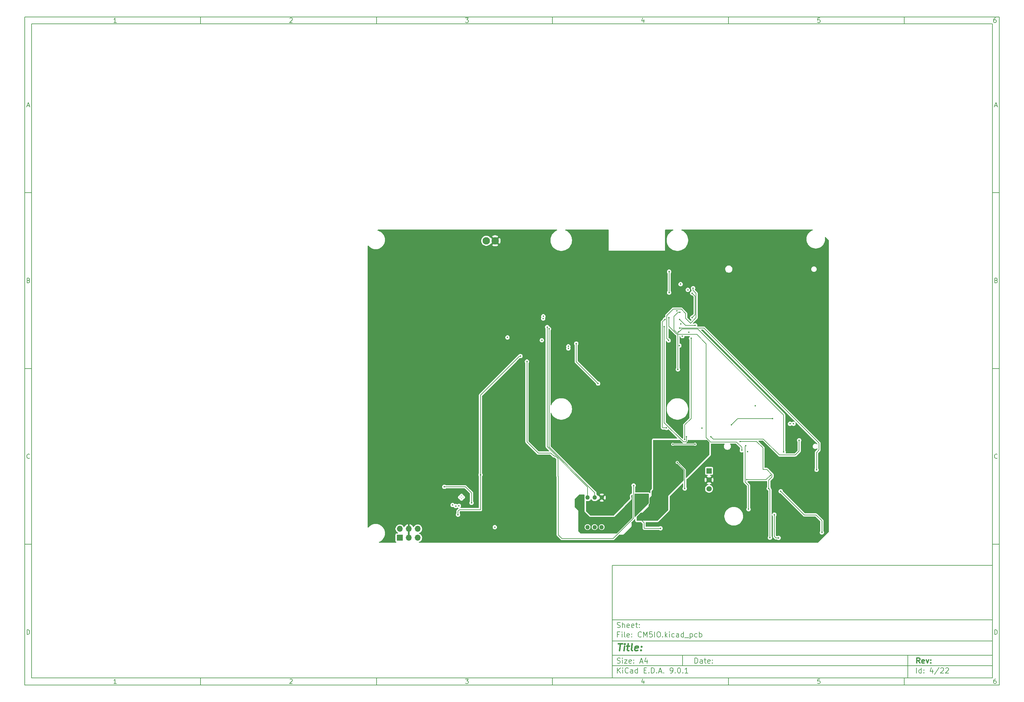
<source format=gbl>
G04 #@! TF.GenerationSoftware,KiCad,Pcbnew,9.0.1*
G04 #@! TF.CreationDate,2025-04-26T19:09:57-05:00*
G04 #@! TF.ProjectId,CM5IO,434d3549-4f2e-46b6-9963-61645f706362,rev?*
G04 #@! TF.SameCoordinates,Original*
G04 #@! TF.FileFunction,Copper,L4,Bot*
G04 #@! TF.FilePolarity,Positive*
%FSLAX46Y46*%
G04 Gerber Fmt 4.6, Leading zero omitted, Abs format (unit mm)*
G04 Created by KiCad (PCBNEW 9.0.1) date 2025-04-26 19:09:57*
%MOMM*%
%LPD*%
G01*
G04 APERTURE LIST*
%ADD10C,0.100000*%
%ADD11C,0.150000*%
%ADD12C,0.300000*%
%ADD13C,0.400000*%
G04 #@! TA.AperFunction,ComponentPad*
%ADD14C,2.100000*%
G04 #@! TD*
G04 #@! TA.AperFunction,ComponentPad*
%ADD15C,0.300000*%
G04 #@! TD*
G04 #@! TA.AperFunction,ComponentPad*
%ADD16R,1.700000X1.700000*%
G04 #@! TD*
G04 #@! TA.AperFunction,ComponentPad*
%ADD17O,1.700000X1.700000*%
G04 #@! TD*
G04 #@! TA.AperFunction,ComponentPad*
%ADD18R,1.500000X1.500000*%
G04 #@! TD*
G04 #@! TA.AperFunction,ComponentPad*
%ADD19C,1.500000*%
G04 #@! TD*
G04 #@! TA.AperFunction,ComponentPad*
%ADD20C,1.270000*%
G04 #@! TD*
G04 #@! TA.AperFunction,ViaPad*
%ADD21C,0.450000*%
G04 #@! TD*
G04 #@! TA.AperFunction,Conductor*
%ADD22C,0.130000*%
G04 #@! TD*
G04 #@! TA.AperFunction,Conductor*
%ADD23C,0.147000*%
G04 #@! TD*
G04 APERTURE END LIST*
D10*
D11*
X177002200Y-166007200D02*
X285002200Y-166007200D01*
X285002200Y-198007200D01*
X177002200Y-198007200D01*
X177002200Y-166007200D01*
D10*
D11*
X10000000Y-10000000D02*
X287002200Y-10000000D01*
X287002200Y-200007200D01*
X10000000Y-200007200D01*
X10000000Y-10000000D01*
D10*
D11*
X12000000Y-12000000D02*
X285002200Y-12000000D01*
X285002200Y-198007200D01*
X12000000Y-198007200D01*
X12000000Y-12000000D01*
D10*
D11*
X60000000Y-12000000D02*
X60000000Y-10000000D01*
D10*
D11*
X110000000Y-12000000D02*
X110000000Y-10000000D01*
D10*
D11*
X160000000Y-12000000D02*
X160000000Y-10000000D01*
D10*
D11*
X210000000Y-12000000D02*
X210000000Y-10000000D01*
D10*
D11*
X260000000Y-12000000D02*
X260000000Y-10000000D01*
D10*
D11*
X36089160Y-11593604D02*
X35346303Y-11593604D01*
X35717731Y-11593604D02*
X35717731Y-10293604D01*
X35717731Y-10293604D02*
X35593922Y-10479319D01*
X35593922Y-10479319D02*
X35470112Y-10603128D01*
X35470112Y-10603128D02*
X35346303Y-10665033D01*
D10*
D11*
X85346303Y-10417414D02*
X85408207Y-10355509D01*
X85408207Y-10355509D02*
X85532017Y-10293604D01*
X85532017Y-10293604D02*
X85841541Y-10293604D01*
X85841541Y-10293604D02*
X85965350Y-10355509D01*
X85965350Y-10355509D02*
X86027255Y-10417414D01*
X86027255Y-10417414D02*
X86089160Y-10541223D01*
X86089160Y-10541223D02*
X86089160Y-10665033D01*
X86089160Y-10665033D02*
X86027255Y-10850747D01*
X86027255Y-10850747D02*
X85284398Y-11593604D01*
X85284398Y-11593604D02*
X86089160Y-11593604D01*
D10*
D11*
X135284398Y-10293604D02*
X136089160Y-10293604D01*
X136089160Y-10293604D02*
X135655826Y-10788842D01*
X135655826Y-10788842D02*
X135841541Y-10788842D01*
X135841541Y-10788842D02*
X135965350Y-10850747D01*
X135965350Y-10850747D02*
X136027255Y-10912652D01*
X136027255Y-10912652D02*
X136089160Y-11036461D01*
X136089160Y-11036461D02*
X136089160Y-11345985D01*
X136089160Y-11345985D02*
X136027255Y-11469795D01*
X136027255Y-11469795D02*
X135965350Y-11531700D01*
X135965350Y-11531700D02*
X135841541Y-11593604D01*
X135841541Y-11593604D02*
X135470112Y-11593604D01*
X135470112Y-11593604D02*
X135346303Y-11531700D01*
X135346303Y-11531700D02*
X135284398Y-11469795D01*
D10*
D11*
X185965350Y-10726938D02*
X185965350Y-11593604D01*
X185655826Y-10231700D02*
X185346303Y-11160271D01*
X185346303Y-11160271D02*
X186151064Y-11160271D01*
D10*
D11*
X236027255Y-10293604D02*
X235408207Y-10293604D01*
X235408207Y-10293604D02*
X235346303Y-10912652D01*
X235346303Y-10912652D02*
X235408207Y-10850747D01*
X235408207Y-10850747D02*
X235532017Y-10788842D01*
X235532017Y-10788842D02*
X235841541Y-10788842D01*
X235841541Y-10788842D02*
X235965350Y-10850747D01*
X235965350Y-10850747D02*
X236027255Y-10912652D01*
X236027255Y-10912652D02*
X236089160Y-11036461D01*
X236089160Y-11036461D02*
X236089160Y-11345985D01*
X236089160Y-11345985D02*
X236027255Y-11469795D01*
X236027255Y-11469795D02*
X235965350Y-11531700D01*
X235965350Y-11531700D02*
X235841541Y-11593604D01*
X235841541Y-11593604D02*
X235532017Y-11593604D01*
X235532017Y-11593604D02*
X235408207Y-11531700D01*
X235408207Y-11531700D02*
X235346303Y-11469795D01*
D10*
D11*
X285965350Y-10293604D02*
X285717731Y-10293604D01*
X285717731Y-10293604D02*
X285593922Y-10355509D01*
X285593922Y-10355509D02*
X285532017Y-10417414D01*
X285532017Y-10417414D02*
X285408207Y-10603128D01*
X285408207Y-10603128D02*
X285346303Y-10850747D01*
X285346303Y-10850747D02*
X285346303Y-11345985D01*
X285346303Y-11345985D02*
X285408207Y-11469795D01*
X285408207Y-11469795D02*
X285470112Y-11531700D01*
X285470112Y-11531700D02*
X285593922Y-11593604D01*
X285593922Y-11593604D02*
X285841541Y-11593604D01*
X285841541Y-11593604D02*
X285965350Y-11531700D01*
X285965350Y-11531700D02*
X286027255Y-11469795D01*
X286027255Y-11469795D02*
X286089160Y-11345985D01*
X286089160Y-11345985D02*
X286089160Y-11036461D01*
X286089160Y-11036461D02*
X286027255Y-10912652D01*
X286027255Y-10912652D02*
X285965350Y-10850747D01*
X285965350Y-10850747D02*
X285841541Y-10788842D01*
X285841541Y-10788842D02*
X285593922Y-10788842D01*
X285593922Y-10788842D02*
X285470112Y-10850747D01*
X285470112Y-10850747D02*
X285408207Y-10912652D01*
X285408207Y-10912652D02*
X285346303Y-11036461D01*
D10*
D11*
X60000000Y-198007200D02*
X60000000Y-200007200D01*
D10*
D11*
X110000000Y-198007200D02*
X110000000Y-200007200D01*
D10*
D11*
X160000000Y-198007200D02*
X160000000Y-200007200D01*
D10*
D11*
X210000000Y-198007200D02*
X210000000Y-200007200D01*
D10*
D11*
X260000000Y-198007200D02*
X260000000Y-200007200D01*
D10*
D11*
X36089160Y-199600804D02*
X35346303Y-199600804D01*
X35717731Y-199600804D02*
X35717731Y-198300804D01*
X35717731Y-198300804D02*
X35593922Y-198486519D01*
X35593922Y-198486519D02*
X35470112Y-198610328D01*
X35470112Y-198610328D02*
X35346303Y-198672233D01*
D10*
D11*
X85346303Y-198424614D02*
X85408207Y-198362709D01*
X85408207Y-198362709D02*
X85532017Y-198300804D01*
X85532017Y-198300804D02*
X85841541Y-198300804D01*
X85841541Y-198300804D02*
X85965350Y-198362709D01*
X85965350Y-198362709D02*
X86027255Y-198424614D01*
X86027255Y-198424614D02*
X86089160Y-198548423D01*
X86089160Y-198548423D02*
X86089160Y-198672233D01*
X86089160Y-198672233D02*
X86027255Y-198857947D01*
X86027255Y-198857947D02*
X85284398Y-199600804D01*
X85284398Y-199600804D02*
X86089160Y-199600804D01*
D10*
D11*
X135284398Y-198300804D02*
X136089160Y-198300804D01*
X136089160Y-198300804D02*
X135655826Y-198796042D01*
X135655826Y-198796042D02*
X135841541Y-198796042D01*
X135841541Y-198796042D02*
X135965350Y-198857947D01*
X135965350Y-198857947D02*
X136027255Y-198919852D01*
X136027255Y-198919852D02*
X136089160Y-199043661D01*
X136089160Y-199043661D02*
X136089160Y-199353185D01*
X136089160Y-199353185D02*
X136027255Y-199476995D01*
X136027255Y-199476995D02*
X135965350Y-199538900D01*
X135965350Y-199538900D02*
X135841541Y-199600804D01*
X135841541Y-199600804D02*
X135470112Y-199600804D01*
X135470112Y-199600804D02*
X135346303Y-199538900D01*
X135346303Y-199538900D02*
X135284398Y-199476995D01*
D10*
D11*
X185965350Y-198734138D02*
X185965350Y-199600804D01*
X185655826Y-198238900D02*
X185346303Y-199167471D01*
X185346303Y-199167471D02*
X186151064Y-199167471D01*
D10*
D11*
X236027255Y-198300804D02*
X235408207Y-198300804D01*
X235408207Y-198300804D02*
X235346303Y-198919852D01*
X235346303Y-198919852D02*
X235408207Y-198857947D01*
X235408207Y-198857947D02*
X235532017Y-198796042D01*
X235532017Y-198796042D02*
X235841541Y-198796042D01*
X235841541Y-198796042D02*
X235965350Y-198857947D01*
X235965350Y-198857947D02*
X236027255Y-198919852D01*
X236027255Y-198919852D02*
X236089160Y-199043661D01*
X236089160Y-199043661D02*
X236089160Y-199353185D01*
X236089160Y-199353185D02*
X236027255Y-199476995D01*
X236027255Y-199476995D02*
X235965350Y-199538900D01*
X235965350Y-199538900D02*
X235841541Y-199600804D01*
X235841541Y-199600804D02*
X235532017Y-199600804D01*
X235532017Y-199600804D02*
X235408207Y-199538900D01*
X235408207Y-199538900D02*
X235346303Y-199476995D01*
D10*
D11*
X285965350Y-198300804D02*
X285717731Y-198300804D01*
X285717731Y-198300804D02*
X285593922Y-198362709D01*
X285593922Y-198362709D02*
X285532017Y-198424614D01*
X285532017Y-198424614D02*
X285408207Y-198610328D01*
X285408207Y-198610328D02*
X285346303Y-198857947D01*
X285346303Y-198857947D02*
X285346303Y-199353185D01*
X285346303Y-199353185D02*
X285408207Y-199476995D01*
X285408207Y-199476995D02*
X285470112Y-199538900D01*
X285470112Y-199538900D02*
X285593922Y-199600804D01*
X285593922Y-199600804D02*
X285841541Y-199600804D01*
X285841541Y-199600804D02*
X285965350Y-199538900D01*
X285965350Y-199538900D02*
X286027255Y-199476995D01*
X286027255Y-199476995D02*
X286089160Y-199353185D01*
X286089160Y-199353185D02*
X286089160Y-199043661D01*
X286089160Y-199043661D02*
X286027255Y-198919852D01*
X286027255Y-198919852D02*
X285965350Y-198857947D01*
X285965350Y-198857947D02*
X285841541Y-198796042D01*
X285841541Y-198796042D02*
X285593922Y-198796042D01*
X285593922Y-198796042D02*
X285470112Y-198857947D01*
X285470112Y-198857947D02*
X285408207Y-198919852D01*
X285408207Y-198919852D02*
X285346303Y-199043661D01*
D10*
D11*
X10000000Y-60000000D02*
X12000000Y-60000000D01*
D10*
D11*
X10000000Y-110000000D02*
X12000000Y-110000000D01*
D10*
D11*
X10000000Y-160000000D02*
X12000000Y-160000000D01*
D10*
D11*
X10690476Y-35222176D02*
X11309523Y-35222176D01*
X10566666Y-35593604D02*
X10999999Y-34293604D01*
X10999999Y-34293604D02*
X11433333Y-35593604D01*
D10*
D11*
X11092857Y-84912652D02*
X11278571Y-84974557D01*
X11278571Y-84974557D02*
X11340476Y-85036461D01*
X11340476Y-85036461D02*
X11402380Y-85160271D01*
X11402380Y-85160271D02*
X11402380Y-85345985D01*
X11402380Y-85345985D02*
X11340476Y-85469795D01*
X11340476Y-85469795D02*
X11278571Y-85531700D01*
X11278571Y-85531700D02*
X11154761Y-85593604D01*
X11154761Y-85593604D02*
X10659523Y-85593604D01*
X10659523Y-85593604D02*
X10659523Y-84293604D01*
X10659523Y-84293604D02*
X11092857Y-84293604D01*
X11092857Y-84293604D02*
X11216666Y-84355509D01*
X11216666Y-84355509D02*
X11278571Y-84417414D01*
X11278571Y-84417414D02*
X11340476Y-84541223D01*
X11340476Y-84541223D02*
X11340476Y-84665033D01*
X11340476Y-84665033D02*
X11278571Y-84788842D01*
X11278571Y-84788842D02*
X11216666Y-84850747D01*
X11216666Y-84850747D02*
X11092857Y-84912652D01*
X11092857Y-84912652D02*
X10659523Y-84912652D01*
D10*
D11*
X11402380Y-135469795D02*
X11340476Y-135531700D01*
X11340476Y-135531700D02*
X11154761Y-135593604D01*
X11154761Y-135593604D02*
X11030952Y-135593604D01*
X11030952Y-135593604D02*
X10845238Y-135531700D01*
X10845238Y-135531700D02*
X10721428Y-135407890D01*
X10721428Y-135407890D02*
X10659523Y-135284080D01*
X10659523Y-135284080D02*
X10597619Y-135036461D01*
X10597619Y-135036461D02*
X10597619Y-134850747D01*
X10597619Y-134850747D02*
X10659523Y-134603128D01*
X10659523Y-134603128D02*
X10721428Y-134479319D01*
X10721428Y-134479319D02*
X10845238Y-134355509D01*
X10845238Y-134355509D02*
X11030952Y-134293604D01*
X11030952Y-134293604D02*
X11154761Y-134293604D01*
X11154761Y-134293604D02*
X11340476Y-134355509D01*
X11340476Y-134355509D02*
X11402380Y-134417414D01*
D10*
D11*
X10659523Y-185593604D02*
X10659523Y-184293604D01*
X10659523Y-184293604D02*
X10969047Y-184293604D01*
X10969047Y-184293604D02*
X11154761Y-184355509D01*
X11154761Y-184355509D02*
X11278571Y-184479319D01*
X11278571Y-184479319D02*
X11340476Y-184603128D01*
X11340476Y-184603128D02*
X11402380Y-184850747D01*
X11402380Y-184850747D02*
X11402380Y-185036461D01*
X11402380Y-185036461D02*
X11340476Y-185284080D01*
X11340476Y-185284080D02*
X11278571Y-185407890D01*
X11278571Y-185407890D02*
X11154761Y-185531700D01*
X11154761Y-185531700D02*
X10969047Y-185593604D01*
X10969047Y-185593604D02*
X10659523Y-185593604D01*
D10*
D11*
X287002200Y-60000000D02*
X285002200Y-60000000D01*
D10*
D11*
X287002200Y-110000000D02*
X285002200Y-110000000D01*
D10*
D11*
X287002200Y-160000000D02*
X285002200Y-160000000D01*
D10*
D11*
X285692676Y-35222176D02*
X286311723Y-35222176D01*
X285568866Y-35593604D02*
X286002199Y-34293604D01*
X286002199Y-34293604D02*
X286435533Y-35593604D01*
D10*
D11*
X286095057Y-84912652D02*
X286280771Y-84974557D01*
X286280771Y-84974557D02*
X286342676Y-85036461D01*
X286342676Y-85036461D02*
X286404580Y-85160271D01*
X286404580Y-85160271D02*
X286404580Y-85345985D01*
X286404580Y-85345985D02*
X286342676Y-85469795D01*
X286342676Y-85469795D02*
X286280771Y-85531700D01*
X286280771Y-85531700D02*
X286156961Y-85593604D01*
X286156961Y-85593604D02*
X285661723Y-85593604D01*
X285661723Y-85593604D02*
X285661723Y-84293604D01*
X285661723Y-84293604D02*
X286095057Y-84293604D01*
X286095057Y-84293604D02*
X286218866Y-84355509D01*
X286218866Y-84355509D02*
X286280771Y-84417414D01*
X286280771Y-84417414D02*
X286342676Y-84541223D01*
X286342676Y-84541223D02*
X286342676Y-84665033D01*
X286342676Y-84665033D02*
X286280771Y-84788842D01*
X286280771Y-84788842D02*
X286218866Y-84850747D01*
X286218866Y-84850747D02*
X286095057Y-84912652D01*
X286095057Y-84912652D02*
X285661723Y-84912652D01*
D10*
D11*
X286404580Y-135469795D02*
X286342676Y-135531700D01*
X286342676Y-135531700D02*
X286156961Y-135593604D01*
X286156961Y-135593604D02*
X286033152Y-135593604D01*
X286033152Y-135593604D02*
X285847438Y-135531700D01*
X285847438Y-135531700D02*
X285723628Y-135407890D01*
X285723628Y-135407890D02*
X285661723Y-135284080D01*
X285661723Y-135284080D02*
X285599819Y-135036461D01*
X285599819Y-135036461D02*
X285599819Y-134850747D01*
X285599819Y-134850747D02*
X285661723Y-134603128D01*
X285661723Y-134603128D02*
X285723628Y-134479319D01*
X285723628Y-134479319D02*
X285847438Y-134355509D01*
X285847438Y-134355509D02*
X286033152Y-134293604D01*
X286033152Y-134293604D02*
X286156961Y-134293604D01*
X286156961Y-134293604D02*
X286342676Y-134355509D01*
X286342676Y-134355509D02*
X286404580Y-134417414D01*
D10*
D11*
X285661723Y-185593604D02*
X285661723Y-184293604D01*
X285661723Y-184293604D02*
X285971247Y-184293604D01*
X285971247Y-184293604D02*
X286156961Y-184355509D01*
X286156961Y-184355509D02*
X286280771Y-184479319D01*
X286280771Y-184479319D02*
X286342676Y-184603128D01*
X286342676Y-184603128D02*
X286404580Y-184850747D01*
X286404580Y-184850747D02*
X286404580Y-185036461D01*
X286404580Y-185036461D02*
X286342676Y-185284080D01*
X286342676Y-185284080D02*
X286280771Y-185407890D01*
X286280771Y-185407890D02*
X286156961Y-185531700D01*
X286156961Y-185531700D02*
X285971247Y-185593604D01*
X285971247Y-185593604D02*
X285661723Y-185593604D01*
D10*
D11*
X200458026Y-193793328D02*
X200458026Y-192293328D01*
X200458026Y-192293328D02*
X200815169Y-192293328D01*
X200815169Y-192293328D02*
X201029455Y-192364757D01*
X201029455Y-192364757D02*
X201172312Y-192507614D01*
X201172312Y-192507614D02*
X201243741Y-192650471D01*
X201243741Y-192650471D02*
X201315169Y-192936185D01*
X201315169Y-192936185D02*
X201315169Y-193150471D01*
X201315169Y-193150471D02*
X201243741Y-193436185D01*
X201243741Y-193436185D02*
X201172312Y-193579042D01*
X201172312Y-193579042D02*
X201029455Y-193721900D01*
X201029455Y-193721900D02*
X200815169Y-193793328D01*
X200815169Y-193793328D02*
X200458026Y-193793328D01*
X202600884Y-193793328D02*
X202600884Y-193007614D01*
X202600884Y-193007614D02*
X202529455Y-192864757D01*
X202529455Y-192864757D02*
X202386598Y-192793328D01*
X202386598Y-192793328D02*
X202100884Y-192793328D01*
X202100884Y-192793328D02*
X201958026Y-192864757D01*
X202600884Y-193721900D02*
X202458026Y-193793328D01*
X202458026Y-193793328D02*
X202100884Y-193793328D01*
X202100884Y-193793328D02*
X201958026Y-193721900D01*
X201958026Y-193721900D02*
X201886598Y-193579042D01*
X201886598Y-193579042D02*
X201886598Y-193436185D01*
X201886598Y-193436185D02*
X201958026Y-193293328D01*
X201958026Y-193293328D02*
X202100884Y-193221900D01*
X202100884Y-193221900D02*
X202458026Y-193221900D01*
X202458026Y-193221900D02*
X202600884Y-193150471D01*
X203100884Y-192793328D02*
X203672312Y-192793328D01*
X203315169Y-192293328D02*
X203315169Y-193579042D01*
X203315169Y-193579042D02*
X203386598Y-193721900D01*
X203386598Y-193721900D02*
X203529455Y-193793328D01*
X203529455Y-193793328D02*
X203672312Y-193793328D01*
X204743741Y-193721900D02*
X204600884Y-193793328D01*
X204600884Y-193793328D02*
X204315170Y-193793328D01*
X204315170Y-193793328D02*
X204172312Y-193721900D01*
X204172312Y-193721900D02*
X204100884Y-193579042D01*
X204100884Y-193579042D02*
X204100884Y-193007614D01*
X204100884Y-193007614D02*
X204172312Y-192864757D01*
X204172312Y-192864757D02*
X204315170Y-192793328D01*
X204315170Y-192793328D02*
X204600884Y-192793328D01*
X204600884Y-192793328D02*
X204743741Y-192864757D01*
X204743741Y-192864757D02*
X204815170Y-193007614D01*
X204815170Y-193007614D02*
X204815170Y-193150471D01*
X204815170Y-193150471D02*
X204100884Y-193293328D01*
X205458026Y-193650471D02*
X205529455Y-193721900D01*
X205529455Y-193721900D02*
X205458026Y-193793328D01*
X205458026Y-193793328D02*
X205386598Y-193721900D01*
X205386598Y-193721900D02*
X205458026Y-193650471D01*
X205458026Y-193650471D02*
X205458026Y-193793328D01*
X205458026Y-192864757D02*
X205529455Y-192936185D01*
X205529455Y-192936185D02*
X205458026Y-193007614D01*
X205458026Y-193007614D02*
X205386598Y-192936185D01*
X205386598Y-192936185D02*
X205458026Y-192864757D01*
X205458026Y-192864757D02*
X205458026Y-193007614D01*
D10*
D11*
X177002200Y-194507200D02*
X285002200Y-194507200D01*
D10*
D11*
X178458026Y-196593328D02*
X178458026Y-195093328D01*
X179315169Y-196593328D02*
X178672312Y-195736185D01*
X179315169Y-195093328D02*
X178458026Y-195950471D01*
X179958026Y-196593328D02*
X179958026Y-195593328D01*
X179958026Y-195093328D02*
X179886598Y-195164757D01*
X179886598Y-195164757D02*
X179958026Y-195236185D01*
X179958026Y-195236185D02*
X180029455Y-195164757D01*
X180029455Y-195164757D02*
X179958026Y-195093328D01*
X179958026Y-195093328D02*
X179958026Y-195236185D01*
X181529455Y-196450471D02*
X181458027Y-196521900D01*
X181458027Y-196521900D02*
X181243741Y-196593328D01*
X181243741Y-196593328D02*
X181100884Y-196593328D01*
X181100884Y-196593328D02*
X180886598Y-196521900D01*
X180886598Y-196521900D02*
X180743741Y-196379042D01*
X180743741Y-196379042D02*
X180672312Y-196236185D01*
X180672312Y-196236185D02*
X180600884Y-195950471D01*
X180600884Y-195950471D02*
X180600884Y-195736185D01*
X180600884Y-195736185D02*
X180672312Y-195450471D01*
X180672312Y-195450471D02*
X180743741Y-195307614D01*
X180743741Y-195307614D02*
X180886598Y-195164757D01*
X180886598Y-195164757D02*
X181100884Y-195093328D01*
X181100884Y-195093328D02*
X181243741Y-195093328D01*
X181243741Y-195093328D02*
X181458027Y-195164757D01*
X181458027Y-195164757D02*
X181529455Y-195236185D01*
X182815170Y-196593328D02*
X182815170Y-195807614D01*
X182815170Y-195807614D02*
X182743741Y-195664757D01*
X182743741Y-195664757D02*
X182600884Y-195593328D01*
X182600884Y-195593328D02*
X182315170Y-195593328D01*
X182315170Y-195593328D02*
X182172312Y-195664757D01*
X182815170Y-196521900D02*
X182672312Y-196593328D01*
X182672312Y-196593328D02*
X182315170Y-196593328D01*
X182315170Y-196593328D02*
X182172312Y-196521900D01*
X182172312Y-196521900D02*
X182100884Y-196379042D01*
X182100884Y-196379042D02*
X182100884Y-196236185D01*
X182100884Y-196236185D02*
X182172312Y-196093328D01*
X182172312Y-196093328D02*
X182315170Y-196021900D01*
X182315170Y-196021900D02*
X182672312Y-196021900D01*
X182672312Y-196021900D02*
X182815170Y-195950471D01*
X184172313Y-196593328D02*
X184172313Y-195093328D01*
X184172313Y-196521900D02*
X184029455Y-196593328D01*
X184029455Y-196593328D02*
X183743741Y-196593328D01*
X183743741Y-196593328D02*
X183600884Y-196521900D01*
X183600884Y-196521900D02*
X183529455Y-196450471D01*
X183529455Y-196450471D02*
X183458027Y-196307614D01*
X183458027Y-196307614D02*
X183458027Y-195879042D01*
X183458027Y-195879042D02*
X183529455Y-195736185D01*
X183529455Y-195736185D02*
X183600884Y-195664757D01*
X183600884Y-195664757D02*
X183743741Y-195593328D01*
X183743741Y-195593328D02*
X184029455Y-195593328D01*
X184029455Y-195593328D02*
X184172313Y-195664757D01*
X186029455Y-195807614D02*
X186529455Y-195807614D01*
X186743741Y-196593328D02*
X186029455Y-196593328D01*
X186029455Y-196593328D02*
X186029455Y-195093328D01*
X186029455Y-195093328D02*
X186743741Y-195093328D01*
X187386598Y-196450471D02*
X187458027Y-196521900D01*
X187458027Y-196521900D02*
X187386598Y-196593328D01*
X187386598Y-196593328D02*
X187315170Y-196521900D01*
X187315170Y-196521900D02*
X187386598Y-196450471D01*
X187386598Y-196450471D02*
X187386598Y-196593328D01*
X188100884Y-196593328D02*
X188100884Y-195093328D01*
X188100884Y-195093328D02*
X188458027Y-195093328D01*
X188458027Y-195093328D02*
X188672313Y-195164757D01*
X188672313Y-195164757D02*
X188815170Y-195307614D01*
X188815170Y-195307614D02*
X188886599Y-195450471D01*
X188886599Y-195450471D02*
X188958027Y-195736185D01*
X188958027Y-195736185D02*
X188958027Y-195950471D01*
X188958027Y-195950471D02*
X188886599Y-196236185D01*
X188886599Y-196236185D02*
X188815170Y-196379042D01*
X188815170Y-196379042D02*
X188672313Y-196521900D01*
X188672313Y-196521900D02*
X188458027Y-196593328D01*
X188458027Y-196593328D02*
X188100884Y-196593328D01*
X189600884Y-196450471D02*
X189672313Y-196521900D01*
X189672313Y-196521900D02*
X189600884Y-196593328D01*
X189600884Y-196593328D02*
X189529456Y-196521900D01*
X189529456Y-196521900D02*
X189600884Y-196450471D01*
X189600884Y-196450471D02*
X189600884Y-196593328D01*
X190243742Y-196164757D02*
X190958028Y-196164757D01*
X190100885Y-196593328D02*
X190600885Y-195093328D01*
X190600885Y-195093328D02*
X191100885Y-196593328D01*
X191600884Y-196450471D02*
X191672313Y-196521900D01*
X191672313Y-196521900D02*
X191600884Y-196593328D01*
X191600884Y-196593328D02*
X191529456Y-196521900D01*
X191529456Y-196521900D02*
X191600884Y-196450471D01*
X191600884Y-196450471D02*
X191600884Y-196593328D01*
X193529456Y-196593328D02*
X193815170Y-196593328D01*
X193815170Y-196593328D02*
X193958027Y-196521900D01*
X193958027Y-196521900D02*
X194029456Y-196450471D01*
X194029456Y-196450471D02*
X194172313Y-196236185D01*
X194172313Y-196236185D02*
X194243742Y-195950471D01*
X194243742Y-195950471D02*
X194243742Y-195379042D01*
X194243742Y-195379042D02*
X194172313Y-195236185D01*
X194172313Y-195236185D02*
X194100885Y-195164757D01*
X194100885Y-195164757D02*
X193958027Y-195093328D01*
X193958027Y-195093328D02*
X193672313Y-195093328D01*
X193672313Y-195093328D02*
X193529456Y-195164757D01*
X193529456Y-195164757D02*
X193458027Y-195236185D01*
X193458027Y-195236185D02*
X193386599Y-195379042D01*
X193386599Y-195379042D02*
X193386599Y-195736185D01*
X193386599Y-195736185D02*
X193458027Y-195879042D01*
X193458027Y-195879042D02*
X193529456Y-195950471D01*
X193529456Y-195950471D02*
X193672313Y-196021900D01*
X193672313Y-196021900D02*
X193958027Y-196021900D01*
X193958027Y-196021900D02*
X194100885Y-195950471D01*
X194100885Y-195950471D02*
X194172313Y-195879042D01*
X194172313Y-195879042D02*
X194243742Y-195736185D01*
X194886598Y-196450471D02*
X194958027Y-196521900D01*
X194958027Y-196521900D02*
X194886598Y-196593328D01*
X194886598Y-196593328D02*
X194815170Y-196521900D01*
X194815170Y-196521900D02*
X194886598Y-196450471D01*
X194886598Y-196450471D02*
X194886598Y-196593328D01*
X195886599Y-195093328D02*
X196029456Y-195093328D01*
X196029456Y-195093328D02*
X196172313Y-195164757D01*
X196172313Y-195164757D02*
X196243742Y-195236185D01*
X196243742Y-195236185D02*
X196315170Y-195379042D01*
X196315170Y-195379042D02*
X196386599Y-195664757D01*
X196386599Y-195664757D02*
X196386599Y-196021900D01*
X196386599Y-196021900D02*
X196315170Y-196307614D01*
X196315170Y-196307614D02*
X196243742Y-196450471D01*
X196243742Y-196450471D02*
X196172313Y-196521900D01*
X196172313Y-196521900D02*
X196029456Y-196593328D01*
X196029456Y-196593328D02*
X195886599Y-196593328D01*
X195886599Y-196593328D02*
X195743742Y-196521900D01*
X195743742Y-196521900D02*
X195672313Y-196450471D01*
X195672313Y-196450471D02*
X195600884Y-196307614D01*
X195600884Y-196307614D02*
X195529456Y-196021900D01*
X195529456Y-196021900D02*
X195529456Y-195664757D01*
X195529456Y-195664757D02*
X195600884Y-195379042D01*
X195600884Y-195379042D02*
X195672313Y-195236185D01*
X195672313Y-195236185D02*
X195743742Y-195164757D01*
X195743742Y-195164757D02*
X195886599Y-195093328D01*
X197029455Y-196450471D02*
X197100884Y-196521900D01*
X197100884Y-196521900D02*
X197029455Y-196593328D01*
X197029455Y-196593328D02*
X196958027Y-196521900D01*
X196958027Y-196521900D02*
X197029455Y-196450471D01*
X197029455Y-196450471D02*
X197029455Y-196593328D01*
X198529456Y-196593328D02*
X197672313Y-196593328D01*
X198100884Y-196593328D02*
X198100884Y-195093328D01*
X198100884Y-195093328D02*
X197958027Y-195307614D01*
X197958027Y-195307614D02*
X197815170Y-195450471D01*
X197815170Y-195450471D02*
X197672313Y-195521900D01*
D10*
D11*
X177002200Y-191507200D02*
X285002200Y-191507200D01*
D10*
D12*
X264413853Y-193785528D02*
X263913853Y-193071242D01*
X263556710Y-193785528D02*
X263556710Y-192285528D01*
X263556710Y-192285528D02*
X264128139Y-192285528D01*
X264128139Y-192285528D02*
X264270996Y-192356957D01*
X264270996Y-192356957D02*
X264342425Y-192428385D01*
X264342425Y-192428385D02*
X264413853Y-192571242D01*
X264413853Y-192571242D02*
X264413853Y-192785528D01*
X264413853Y-192785528D02*
X264342425Y-192928385D01*
X264342425Y-192928385D02*
X264270996Y-192999814D01*
X264270996Y-192999814D02*
X264128139Y-193071242D01*
X264128139Y-193071242D02*
X263556710Y-193071242D01*
X265628139Y-193714100D02*
X265485282Y-193785528D01*
X265485282Y-193785528D02*
X265199568Y-193785528D01*
X265199568Y-193785528D02*
X265056710Y-193714100D01*
X265056710Y-193714100D02*
X264985282Y-193571242D01*
X264985282Y-193571242D02*
X264985282Y-192999814D01*
X264985282Y-192999814D02*
X265056710Y-192856957D01*
X265056710Y-192856957D02*
X265199568Y-192785528D01*
X265199568Y-192785528D02*
X265485282Y-192785528D01*
X265485282Y-192785528D02*
X265628139Y-192856957D01*
X265628139Y-192856957D02*
X265699568Y-192999814D01*
X265699568Y-192999814D02*
X265699568Y-193142671D01*
X265699568Y-193142671D02*
X264985282Y-193285528D01*
X266199567Y-192785528D02*
X266556710Y-193785528D01*
X266556710Y-193785528D02*
X266913853Y-192785528D01*
X267485281Y-193642671D02*
X267556710Y-193714100D01*
X267556710Y-193714100D02*
X267485281Y-193785528D01*
X267485281Y-193785528D02*
X267413853Y-193714100D01*
X267413853Y-193714100D02*
X267485281Y-193642671D01*
X267485281Y-193642671D02*
X267485281Y-193785528D01*
X267485281Y-192856957D02*
X267556710Y-192928385D01*
X267556710Y-192928385D02*
X267485281Y-192999814D01*
X267485281Y-192999814D02*
X267413853Y-192928385D01*
X267413853Y-192928385D02*
X267485281Y-192856957D01*
X267485281Y-192856957D02*
X267485281Y-192999814D01*
D10*
D11*
X178386598Y-193721900D02*
X178600884Y-193793328D01*
X178600884Y-193793328D02*
X178958026Y-193793328D01*
X178958026Y-193793328D02*
X179100884Y-193721900D01*
X179100884Y-193721900D02*
X179172312Y-193650471D01*
X179172312Y-193650471D02*
X179243741Y-193507614D01*
X179243741Y-193507614D02*
X179243741Y-193364757D01*
X179243741Y-193364757D02*
X179172312Y-193221900D01*
X179172312Y-193221900D02*
X179100884Y-193150471D01*
X179100884Y-193150471D02*
X178958026Y-193079042D01*
X178958026Y-193079042D02*
X178672312Y-193007614D01*
X178672312Y-193007614D02*
X178529455Y-192936185D01*
X178529455Y-192936185D02*
X178458026Y-192864757D01*
X178458026Y-192864757D02*
X178386598Y-192721900D01*
X178386598Y-192721900D02*
X178386598Y-192579042D01*
X178386598Y-192579042D02*
X178458026Y-192436185D01*
X178458026Y-192436185D02*
X178529455Y-192364757D01*
X178529455Y-192364757D02*
X178672312Y-192293328D01*
X178672312Y-192293328D02*
X179029455Y-192293328D01*
X179029455Y-192293328D02*
X179243741Y-192364757D01*
X179886597Y-193793328D02*
X179886597Y-192793328D01*
X179886597Y-192293328D02*
X179815169Y-192364757D01*
X179815169Y-192364757D02*
X179886597Y-192436185D01*
X179886597Y-192436185D02*
X179958026Y-192364757D01*
X179958026Y-192364757D02*
X179886597Y-192293328D01*
X179886597Y-192293328D02*
X179886597Y-192436185D01*
X180458026Y-192793328D02*
X181243741Y-192793328D01*
X181243741Y-192793328D02*
X180458026Y-193793328D01*
X180458026Y-193793328D02*
X181243741Y-193793328D01*
X182386598Y-193721900D02*
X182243741Y-193793328D01*
X182243741Y-193793328D02*
X181958027Y-193793328D01*
X181958027Y-193793328D02*
X181815169Y-193721900D01*
X181815169Y-193721900D02*
X181743741Y-193579042D01*
X181743741Y-193579042D02*
X181743741Y-193007614D01*
X181743741Y-193007614D02*
X181815169Y-192864757D01*
X181815169Y-192864757D02*
X181958027Y-192793328D01*
X181958027Y-192793328D02*
X182243741Y-192793328D01*
X182243741Y-192793328D02*
X182386598Y-192864757D01*
X182386598Y-192864757D02*
X182458027Y-193007614D01*
X182458027Y-193007614D02*
X182458027Y-193150471D01*
X182458027Y-193150471D02*
X181743741Y-193293328D01*
X183100883Y-193650471D02*
X183172312Y-193721900D01*
X183172312Y-193721900D02*
X183100883Y-193793328D01*
X183100883Y-193793328D02*
X183029455Y-193721900D01*
X183029455Y-193721900D02*
X183100883Y-193650471D01*
X183100883Y-193650471D02*
X183100883Y-193793328D01*
X183100883Y-192864757D02*
X183172312Y-192936185D01*
X183172312Y-192936185D02*
X183100883Y-193007614D01*
X183100883Y-193007614D02*
X183029455Y-192936185D01*
X183029455Y-192936185D02*
X183100883Y-192864757D01*
X183100883Y-192864757D02*
X183100883Y-193007614D01*
X184886598Y-193364757D02*
X185600884Y-193364757D01*
X184743741Y-193793328D02*
X185243741Y-192293328D01*
X185243741Y-192293328D02*
X185743741Y-193793328D01*
X186886598Y-192793328D02*
X186886598Y-193793328D01*
X186529455Y-192221900D02*
X186172312Y-193293328D01*
X186172312Y-193293328D02*
X187100883Y-193293328D01*
D10*
D11*
X263458026Y-196593328D02*
X263458026Y-195093328D01*
X264815170Y-196593328D02*
X264815170Y-195093328D01*
X264815170Y-196521900D02*
X264672312Y-196593328D01*
X264672312Y-196593328D02*
X264386598Y-196593328D01*
X264386598Y-196593328D02*
X264243741Y-196521900D01*
X264243741Y-196521900D02*
X264172312Y-196450471D01*
X264172312Y-196450471D02*
X264100884Y-196307614D01*
X264100884Y-196307614D02*
X264100884Y-195879042D01*
X264100884Y-195879042D02*
X264172312Y-195736185D01*
X264172312Y-195736185D02*
X264243741Y-195664757D01*
X264243741Y-195664757D02*
X264386598Y-195593328D01*
X264386598Y-195593328D02*
X264672312Y-195593328D01*
X264672312Y-195593328D02*
X264815170Y-195664757D01*
X265529455Y-196450471D02*
X265600884Y-196521900D01*
X265600884Y-196521900D02*
X265529455Y-196593328D01*
X265529455Y-196593328D02*
X265458027Y-196521900D01*
X265458027Y-196521900D02*
X265529455Y-196450471D01*
X265529455Y-196450471D02*
X265529455Y-196593328D01*
X265529455Y-195664757D02*
X265600884Y-195736185D01*
X265600884Y-195736185D02*
X265529455Y-195807614D01*
X265529455Y-195807614D02*
X265458027Y-195736185D01*
X265458027Y-195736185D02*
X265529455Y-195664757D01*
X265529455Y-195664757D02*
X265529455Y-195807614D01*
X268029456Y-195593328D02*
X268029456Y-196593328D01*
X267672313Y-195021900D02*
X267315170Y-196093328D01*
X267315170Y-196093328D02*
X268243741Y-196093328D01*
X269886598Y-195021900D02*
X268600884Y-196950471D01*
X270315170Y-195236185D02*
X270386598Y-195164757D01*
X270386598Y-195164757D02*
X270529456Y-195093328D01*
X270529456Y-195093328D02*
X270886598Y-195093328D01*
X270886598Y-195093328D02*
X271029456Y-195164757D01*
X271029456Y-195164757D02*
X271100884Y-195236185D01*
X271100884Y-195236185D02*
X271172313Y-195379042D01*
X271172313Y-195379042D02*
X271172313Y-195521900D01*
X271172313Y-195521900D02*
X271100884Y-195736185D01*
X271100884Y-195736185D02*
X270243741Y-196593328D01*
X270243741Y-196593328D02*
X271172313Y-196593328D01*
X271743741Y-195236185D02*
X271815169Y-195164757D01*
X271815169Y-195164757D02*
X271958027Y-195093328D01*
X271958027Y-195093328D02*
X272315169Y-195093328D01*
X272315169Y-195093328D02*
X272458027Y-195164757D01*
X272458027Y-195164757D02*
X272529455Y-195236185D01*
X272529455Y-195236185D02*
X272600884Y-195379042D01*
X272600884Y-195379042D02*
X272600884Y-195521900D01*
X272600884Y-195521900D02*
X272529455Y-195736185D01*
X272529455Y-195736185D02*
X271672312Y-196593328D01*
X271672312Y-196593328D02*
X272600884Y-196593328D01*
D10*
D11*
X177002200Y-187507200D02*
X285002200Y-187507200D01*
D10*
D13*
X178693928Y-188211638D02*
X179836785Y-188211638D01*
X179015357Y-190211638D02*
X179265357Y-188211638D01*
X180253452Y-190211638D02*
X180420119Y-188878304D01*
X180503452Y-188211638D02*
X180396309Y-188306876D01*
X180396309Y-188306876D02*
X180479643Y-188402114D01*
X180479643Y-188402114D02*
X180586786Y-188306876D01*
X180586786Y-188306876D02*
X180503452Y-188211638D01*
X180503452Y-188211638D02*
X180479643Y-188402114D01*
X181086786Y-188878304D02*
X181848690Y-188878304D01*
X181455833Y-188211638D02*
X181241548Y-189925923D01*
X181241548Y-189925923D02*
X181312976Y-190116400D01*
X181312976Y-190116400D02*
X181491548Y-190211638D01*
X181491548Y-190211638D02*
X181682024Y-190211638D01*
X182634405Y-190211638D02*
X182455833Y-190116400D01*
X182455833Y-190116400D02*
X182384405Y-189925923D01*
X182384405Y-189925923D02*
X182598690Y-188211638D01*
X184170119Y-190116400D02*
X183967738Y-190211638D01*
X183967738Y-190211638D02*
X183586785Y-190211638D01*
X183586785Y-190211638D02*
X183408214Y-190116400D01*
X183408214Y-190116400D02*
X183336785Y-189925923D01*
X183336785Y-189925923D02*
X183432024Y-189164019D01*
X183432024Y-189164019D02*
X183551071Y-188973542D01*
X183551071Y-188973542D02*
X183753452Y-188878304D01*
X183753452Y-188878304D02*
X184134404Y-188878304D01*
X184134404Y-188878304D02*
X184312976Y-188973542D01*
X184312976Y-188973542D02*
X184384404Y-189164019D01*
X184384404Y-189164019D02*
X184360595Y-189354495D01*
X184360595Y-189354495D02*
X183384404Y-189544971D01*
X185134405Y-190021161D02*
X185217738Y-190116400D01*
X185217738Y-190116400D02*
X185110595Y-190211638D01*
X185110595Y-190211638D02*
X185027262Y-190116400D01*
X185027262Y-190116400D02*
X185134405Y-190021161D01*
X185134405Y-190021161D02*
X185110595Y-190211638D01*
X185265357Y-188973542D02*
X185348690Y-189068780D01*
X185348690Y-189068780D02*
X185241548Y-189164019D01*
X185241548Y-189164019D02*
X185158214Y-189068780D01*
X185158214Y-189068780D02*
X185265357Y-188973542D01*
X185265357Y-188973542D02*
X185241548Y-189164019D01*
D10*
D11*
X178958026Y-185607614D02*
X178458026Y-185607614D01*
X178458026Y-186393328D02*
X178458026Y-184893328D01*
X178458026Y-184893328D02*
X179172312Y-184893328D01*
X179743740Y-186393328D02*
X179743740Y-185393328D01*
X179743740Y-184893328D02*
X179672312Y-184964757D01*
X179672312Y-184964757D02*
X179743740Y-185036185D01*
X179743740Y-185036185D02*
X179815169Y-184964757D01*
X179815169Y-184964757D02*
X179743740Y-184893328D01*
X179743740Y-184893328D02*
X179743740Y-185036185D01*
X180672312Y-186393328D02*
X180529455Y-186321900D01*
X180529455Y-186321900D02*
X180458026Y-186179042D01*
X180458026Y-186179042D02*
X180458026Y-184893328D01*
X181815169Y-186321900D02*
X181672312Y-186393328D01*
X181672312Y-186393328D02*
X181386598Y-186393328D01*
X181386598Y-186393328D02*
X181243740Y-186321900D01*
X181243740Y-186321900D02*
X181172312Y-186179042D01*
X181172312Y-186179042D02*
X181172312Y-185607614D01*
X181172312Y-185607614D02*
X181243740Y-185464757D01*
X181243740Y-185464757D02*
X181386598Y-185393328D01*
X181386598Y-185393328D02*
X181672312Y-185393328D01*
X181672312Y-185393328D02*
X181815169Y-185464757D01*
X181815169Y-185464757D02*
X181886598Y-185607614D01*
X181886598Y-185607614D02*
X181886598Y-185750471D01*
X181886598Y-185750471D02*
X181172312Y-185893328D01*
X182529454Y-186250471D02*
X182600883Y-186321900D01*
X182600883Y-186321900D02*
X182529454Y-186393328D01*
X182529454Y-186393328D02*
X182458026Y-186321900D01*
X182458026Y-186321900D02*
X182529454Y-186250471D01*
X182529454Y-186250471D02*
X182529454Y-186393328D01*
X182529454Y-185464757D02*
X182600883Y-185536185D01*
X182600883Y-185536185D02*
X182529454Y-185607614D01*
X182529454Y-185607614D02*
X182458026Y-185536185D01*
X182458026Y-185536185D02*
X182529454Y-185464757D01*
X182529454Y-185464757D02*
X182529454Y-185607614D01*
X185243740Y-186250471D02*
X185172312Y-186321900D01*
X185172312Y-186321900D02*
X184958026Y-186393328D01*
X184958026Y-186393328D02*
X184815169Y-186393328D01*
X184815169Y-186393328D02*
X184600883Y-186321900D01*
X184600883Y-186321900D02*
X184458026Y-186179042D01*
X184458026Y-186179042D02*
X184386597Y-186036185D01*
X184386597Y-186036185D02*
X184315169Y-185750471D01*
X184315169Y-185750471D02*
X184315169Y-185536185D01*
X184315169Y-185536185D02*
X184386597Y-185250471D01*
X184386597Y-185250471D02*
X184458026Y-185107614D01*
X184458026Y-185107614D02*
X184600883Y-184964757D01*
X184600883Y-184964757D02*
X184815169Y-184893328D01*
X184815169Y-184893328D02*
X184958026Y-184893328D01*
X184958026Y-184893328D02*
X185172312Y-184964757D01*
X185172312Y-184964757D02*
X185243740Y-185036185D01*
X185886597Y-186393328D02*
X185886597Y-184893328D01*
X185886597Y-184893328D02*
X186386597Y-185964757D01*
X186386597Y-185964757D02*
X186886597Y-184893328D01*
X186886597Y-184893328D02*
X186886597Y-186393328D01*
X188315169Y-184893328D02*
X187600883Y-184893328D01*
X187600883Y-184893328D02*
X187529455Y-185607614D01*
X187529455Y-185607614D02*
X187600883Y-185536185D01*
X187600883Y-185536185D02*
X187743741Y-185464757D01*
X187743741Y-185464757D02*
X188100883Y-185464757D01*
X188100883Y-185464757D02*
X188243741Y-185536185D01*
X188243741Y-185536185D02*
X188315169Y-185607614D01*
X188315169Y-185607614D02*
X188386598Y-185750471D01*
X188386598Y-185750471D02*
X188386598Y-186107614D01*
X188386598Y-186107614D02*
X188315169Y-186250471D01*
X188315169Y-186250471D02*
X188243741Y-186321900D01*
X188243741Y-186321900D02*
X188100883Y-186393328D01*
X188100883Y-186393328D02*
X187743741Y-186393328D01*
X187743741Y-186393328D02*
X187600883Y-186321900D01*
X187600883Y-186321900D02*
X187529455Y-186250471D01*
X189029454Y-186393328D02*
X189029454Y-184893328D01*
X190029455Y-184893328D02*
X190315169Y-184893328D01*
X190315169Y-184893328D02*
X190458026Y-184964757D01*
X190458026Y-184964757D02*
X190600883Y-185107614D01*
X190600883Y-185107614D02*
X190672312Y-185393328D01*
X190672312Y-185393328D02*
X190672312Y-185893328D01*
X190672312Y-185893328D02*
X190600883Y-186179042D01*
X190600883Y-186179042D02*
X190458026Y-186321900D01*
X190458026Y-186321900D02*
X190315169Y-186393328D01*
X190315169Y-186393328D02*
X190029455Y-186393328D01*
X190029455Y-186393328D02*
X189886598Y-186321900D01*
X189886598Y-186321900D02*
X189743740Y-186179042D01*
X189743740Y-186179042D02*
X189672312Y-185893328D01*
X189672312Y-185893328D02*
X189672312Y-185393328D01*
X189672312Y-185393328D02*
X189743740Y-185107614D01*
X189743740Y-185107614D02*
X189886598Y-184964757D01*
X189886598Y-184964757D02*
X190029455Y-184893328D01*
X191315169Y-186250471D02*
X191386598Y-186321900D01*
X191386598Y-186321900D02*
X191315169Y-186393328D01*
X191315169Y-186393328D02*
X191243741Y-186321900D01*
X191243741Y-186321900D02*
X191315169Y-186250471D01*
X191315169Y-186250471D02*
X191315169Y-186393328D01*
X192029455Y-186393328D02*
X192029455Y-184893328D01*
X192172313Y-185821900D02*
X192600884Y-186393328D01*
X192600884Y-185393328D02*
X192029455Y-185964757D01*
X193243741Y-186393328D02*
X193243741Y-185393328D01*
X193243741Y-184893328D02*
X193172313Y-184964757D01*
X193172313Y-184964757D02*
X193243741Y-185036185D01*
X193243741Y-185036185D02*
X193315170Y-184964757D01*
X193315170Y-184964757D02*
X193243741Y-184893328D01*
X193243741Y-184893328D02*
X193243741Y-185036185D01*
X194600885Y-186321900D02*
X194458027Y-186393328D01*
X194458027Y-186393328D02*
X194172313Y-186393328D01*
X194172313Y-186393328D02*
X194029456Y-186321900D01*
X194029456Y-186321900D02*
X193958027Y-186250471D01*
X193958027Y-186250471D02*
X193886599Y-186107614D01*
X193886599Y-186107614D02*
X193886599Y-185679042D01*
X193886599Y-185679042D02*
X193958027Y-185536185D01*
X193958027Y-185536185D02*
X194029456Y-185464757D01*
X194029456Y-185464757D02*
X194172313Y-185393328D01*
X194172313Y-185393328D02*
X194458027Y-185393328D01*
X194458027Y-185393328D02*
X194600885Y-185464757D01*
X195886599Y-186393328D02*
X195886599Y-185607614D01*
X195886599Y-185607614D02*
X195815170Y-185464757D01*
X195815170Y-185464757D02*
X195672313Y-185393328D01*
X195672313Y-185393328D02*
X195386599Y-185393328D01*
X195386599Y-185393328D02*
X195243741Y-185464757D01*
X195886599Y-186321900D02*
X195743741Y-186393328D01*
X195743741Y-186393328D02*
X195386599Y-186393328D01*
X195386599Y-186393328D02*
X195243741Y-186321900D01*
X195243741Y-186321900D02*
X195172313Y-186179042D01*
X195172313Y-186179042D02*
X195172313Y-186036185D01*
X195172313Y-186036185D02*
X195243741Y-185893328D01*
X195243741Y-185893328D02*
X195386599Y-185821900D01*
X195386599Y-185821900D02*
X195743741Y-185821900D01*
X195743741Y-185821900D02*
X195886599Y-185750471D01*
X197243742Y-186393328D02*
X197243742Y-184893328D01*
X197243742Y-186321900D02*
X197100884Y-186393328D01*
X197100884Y-186393328D02*
X196815170Y-186393328D01*
X196815170Y-186393328D02*
X196672313Y-186321900D01*
X196672313Y-186321900D02*
X196600884Y-186250471D01*
X196600884Y-186250471D02*
X196529456Y-186107614D01*
X196529456Y-186107614D02*
X196529456Y-185679042D01*
X196529456Y-185679042D02*
X196600884Y-185536185D01*
X196600884Y-185536185D02*
X196672313Y-185464757D01*
X196672313Y-185464757D02*
X196815170Y-185393328D01*
X196815170Y-185393328D02*
X197100884Y-185393328D01*
X197100884Y-185393328D02*
X197243742Y-185464757D01*
X197600885Y-186536185D02*
X198743742Y-186536185D01*
X199100884Y-185393328D02*
X199100884Y-186893328D01*
X199100884Y-185464757D02*
X199243742Y-185393328D01*
X199243742Y-185393328D02*
X199529456Y-185393328D01*
X199529456Y-185393328D02*
X199672313Y-185464757D01*
X199672313Y-185464757D02*
X199743742Y-185536185D01*
X199743742Y-185536185D02*
X199815170Y-185679042D01*
X199815170Y-185679042D02*
X199815170Y-186107614D01*
X199815170Y-186107614D02*
X199743742Y-186250471D01*
X199743742Y-186250471D02*
X199672313Y-186321900D01*
X199672313Y-186321900D02*
X199529456Y-186393328D01*
X199529456Y-186393328D02*
X199243742Y-186393328D01*
X199243742Y-186393328D02*
X199100884Y-186321900D01*
X201100885Y-186321900D02*
X200958027Y-186393328D01*
X200958027Y-186393328D02*
X200672313Y-186393328D01*
X200672313Y-186393328D02*
X200529456Y-186321900D01*
X200529456Y-186321900D02*
X200458027Y-186250471D01*
X200458027Y-186250471D02*
X200386599Y-186107614D01*
X200386599Y-186107614D02*
X200386599Y-185679042D01*
X200386599Y-185679042D02*
X200458027Y-185536185D01*
X200458027Y-185536185D02*
X200529456Y-185464757D01*
X200529456Y-185464757D02*
X200672313Y-185393328D01*
X200672313Y-185393328D02*
X200958027Y-185393328D01*
X200958027Y-185393328D02*
X201100885Y-185464757D01*
X201743741Y-186393328D02*
X201743741Y-184893328D01*
X201743741Y-185464757D02*
X201886599Y-185393328D01*
X201886599Y-185393328D02*
X202172313Y-185393328D01*
X202172313Y-185393328D02*
X202315170Y-185464757D01*
X202315170Y-185464757D02*
X202386599Y-185536185D01*
X202386599Y-185536185D02*
X202458027Y-185679042D01*
X202458027Y-185679042D02*
X202458027Y-186107614D01*
X202458027Y-186107614D02*
X202386599Y-186250471D01*
X202386599Y-186250471D02*
X202315170Y-186321900D01*
X202315170Y-186321900D02*
X202172313Y-186393328D01*
X202172313Y-186393328D02*
X201886599Y-186393328D01*
X201886599Y-186393328D02*
X201743741Y-186321900D01*
D10*
D11*
X177002200Y-181507200D02*
X285002200Y-181507200D01*
D10*
D11*
X178386598Y-183621900D02*
X178600884Y-183693328D01*
X178600884Y-183693328D02*
X178958026Y-183693328D01*
X178958026Y-183693328D02*
X179100884Y-183621900D01*
X179100884Y-183621900D02*
X179172312Y-183550471D01*
X179172312Y-183550471D02*
X179243741Y-183407614D01*
X179243741Y-183407614D02*
X179243741Y-183264757D01*
X179243741Y-183264757D02*
X179172312Y-183121900D01*
X179172312Y-183121900D02*
X179100884Y-183050471D01*
X179100884Y-183050471D02*
X178958026Y-182979042D01*
X178958026Y-182979042D02*
X178672312Y-182907614D01*
X178672312Y-182907614D02*
X178529455Y-182836185D01*
X178529455Y-182836185D02*
X178458026Y-182764757D01*
X178458026Y-182764757D02*
X178386598Y-182621900D01*
X178386598Y-182621900D02*
X178386598Y-182479042D01*
X178386598Y-182479042D02*
X178458026Y-182336185D01*
X178458026Y-182336185D02*
X178529455Y-182264757D01*
X178529455Y-182264757D02*
X178672312Y-182193328D01*
X178672312Y-182193328D02*
X179029455Y-182193328D01*
X179029455Y-182193328D02*
X179243741Y-182264757D01*
X179886597Y-183693328D02*
X179886597Y-182193328D01*
X180529455Y-183693328D02*
X180529455Y-182907614D01*
X180529455Y-182907614D02*
X180458026Y-182764757D01*
X180458026Y-182764757D02*
X180315169Y-182693328D01*
X180315169Y-182693328D02*
X180100883Y-182693328D01*
X180100883Y-182693328D02*
X179958026Y-182764757D01*
X179958026Y-182764757D02*
X179886597Y-182836185D01*
X181815169Y-183621900D02*
X181672312Y-183693328D01*
X181672312Y-183693328D02*
X181386598Y-183693328D01*
X181386598Y-183693328D02*
X181243740Y-183621900D01*
X181243740Y-183621900D02*
X181172312Y-183479042D01*
X181172312Y-183479042D02*
X181172312Y-182907614D01*
X181172312Y-182907614D02*
X181243740Y-182764757D01*
X181243740Y-182764757D02*
X181386598Y-182693328D01*
X181386598Y-182693328D02*
X181672312Y-182693328D01*
X181672312Y-182693328D02*
X181815169Y-182764757D01*
X181815169Y-182764757D02*
X181886598Y-182907614D01*
X181886598Y-182907614D02*
X181886598Y-183050471D01*
X181886598Y-183050471D02*
X181172312Y-183193328D01*
X183100883Y-183621900D02*
X182958026Y-183693328D01*
X182958026Y-183693328D02*
X182672312Y-183693328D01*
X182672312Y-183693328D02*
X182529454Y-183621900D01*
X182529454Y-183621900D02*
X182458026Y-183479042D01*
X182458026Y-183479042D02*
X182458026Y-182907614D01*
X182458026Y-182907614D02*
X182529454Y-182764757D01*
X182529454Y-182764757D02*
X182672312Y-182693328D01*
X182672312Y-182693328D02*
X182958026Y-182693328D01*
X182958026Y-182693328D02*
X183100883Y-182764757D01*
X183100883Y-182764757D02*
X183172312Y-182907614D01*
X183172312Y-182907614D02*
X183172312Y-183050471D01*
X183172312Y-183050471D02*
X182458026Y-183193328D01*
X183600883Y-182693328D02*
X184172311Y-182693328D01*
X183815168Y-182193328D02*
X183815168Y-183479042D01*
X183815168Y-183479042D02*
X183886597Y-183621900D01*
X183886597Y-183621900D02*
X184029454Y-183693328D01*
X184029454Y-183693328D02*
X184172311Y-183693328D01*
X184672311Y-183550471D02*
X184743740Y-183621900D01*
X184743740Y-183621900D02*
X184672311Y-183693328D01*
X184672311Y-183693328D02*
X184600883Y-183621900D01*
X184600883Y-183621900D02*
X184672311Y-183550471D01*
X184672311Y-183550471D02*
X184672311Y-183693328D01*
X184672311Y-182764757D02*
X184743740Y-182836185D01*
X184743740Y-182836185D02*
X184672311Y-182907614D01*
X184672311Y-182907614D02*
X184600883Y-182836185D01*
X184600883Y-182836185D02*
X184672311Y-182764757D01*
X184672311Y-182764757D02*
X184672311Y-182907614D01*
D10*
D11*
X197002200Y-191507200D02*
X197002200Y-194507200D01*
D10*
D11*
X261002200Y-191507200D02*
X261002200Y-198007200D01*
D14*
X143680000Y-73655000D03*
X141180000Y-73655000D03*
D15*
X134150000Y-146150000D03*
X134600000Y-146600000D03*
X134150000Y-147050000D03*
X133700000Y-146600000D03*
D16*
X116625000Y-158125000D03*
D17*
X116625000Y-155585000D03*
X119165000Y-158125000D03*
X119165000Y-155585000D03*
X121705000Y-158125000D03*
X121705000Y-155585000D03*
D18*
X204500000Y-139120000D03*
D19*
X204500000Y-141660000D03*
X204500000Y-144200000D03*
D20*
X168000000Y-146700000D03*
X170000000Y-146700000D03*
X172000000Y-146700000D03*
X174000000Y-146700000D03*
X167970000Y-155100000D03*
X169970000Y-155100000D03*
X171970000Y-155100000D03*
X173970000Y-155100000D03*
D21*
X192650000Y-104800000D03*
X189800000Y-95500000D03*
X130900000Y-148000000D03*
X196500000Y-102650000D03*
X140360000Y-138280000D03*
X198650000Y-90800000D03*
X196350000Y-91700000D03*
X213300000Y-130750000D03*
X221450000Y-144100000D03*
X221800000Y-158100000D03*
X185900000Y-146850000D03*
X222500000Y-124250000D03*
X197600000Y-144100000D03*
X202450000Y-126950000D03*
X195450000Y-136700000D03*
X210850000Y-126050000D03*
X236550000Y-156600000D03*
X224850000Y-144900000D03*
X221925000Y-140375000D03*
X215150000Y-141600000D03*
X193150000Y-82450000D03*
X157350000Y-95750000D03*
X139550000Y-140200000D03*
X193150000Y-88400000D03*
X150900000Y-106450000D03*
X133150000Y-151550000D03*
X224250000Y-158150000D03*
X223050000Y-151550000D03*
X200550000Y-131500000D03*
X194150000Y-131550000D03*
X230100000Y-130400000D03*
X205000000Y-129400000D03*
X190700000Y-155450000D03*
X198450000Y-87616000D03*
X184700000Y-152550000D03*
X215700000Y-150000000D03*
X214900000Y-131950000D03*
X164500000Y-103700000D03*
X228500000Y-125700000D03*
X164505948Y-104280951D03*
X227500000Y-125700000D03*
X197550000Y-130200000D03*
X199400000Y-101400000D03*
X198100000Y-129400000D03*
X191750000Y-98050000D03*
X136990000Y-148190000D03*
X129270000Y-143630000D03*
X195360000Y-93560000D03*
X143610000Y-155100000D03*
X196229000Y-94000000D03*
X213800000Y-133250000D03*
X215450000Y-133600000D03*
X217650000Y-120600000D03*
X196500000Y-97350000D03*
X132500000Y-149100000D03*
X195635000Y-110250000D03*
X193100000Y-95550000D03*
X147200000Y-101150000D03*
X192000000Y-96000000D03*
X192400000Y-126900000D03*
X196100000Y-96000000D03*
X200550000Y-97700000D03*
X196150000Y-98500000D03*
X235050000Y-138800000D03*
X225700000Y-133750000D03*
X195751475Y-99611796D03*
X196050000Y-103480000D03*
X131600000Y-148800000D03*
X198750000Y-99650000D03*
X133400000Y-149050000D03*
X158500000Y-98200000D03*
X159000000Y-98700000D03*
X193000000Y-102000000D03*
X199956550Y-87156550D03*
X199700000Y-95500000D03*
X199700000Y-88550000D03*
X156978500Y-101950000D03*
X196900000Y-100800000D03*
X157400000Y-95150000D03*
X196400000Y-86000000D03*
X152750000Y-108000000D03*
X183050000Y-143250000D03*
X166750000Y-102900000D03*
X172950000Y-114250000D03*
D22*
X199250000Y-97100000D02*
X200806000Y-95544000D01*
X200806000Y-95544000D02*
X200806000Y-88606000D01*
X200806000Y-88606000D02*
X199956550Y-87756550D01*
X197850000Y-95700000D02*
X197850000Y-94350000D01*
X199956550Y-87156550D02*
X199956550Y-87756550D01*
X192500000Y-101500000D02*
X193000000Y-102000000D01*
X199250000Y-97100000D02*
X197850000Y-95700000D01*
X197850000Y-94350000D02*
X196600000Y-93100000D01*
X196600000Y-93100000D02*
X194300000Y-93100000D01*
X194300000Y-93100000D02*
X192500000Y-94900000D01*
X192500000Y-94900000D02*
X192500000Y-101500000D01*
X140360000Y-138280000D02*
X140430000Y-138350000D01*
X220900000Y-138700000D02*
X219800000Y-138700000D01*
X218000000Y-130750000D02*
X219800000Y-132550000D01*
X218000000Y-130750000D02*
X213300000Y-130750000D01*
X222400000Y-140800000D02*
X222400000Y-140200000D01*
X222400000Y-140200000D02*
X220900000Y-138700000D01*
X219800000Y-138700000D02*
X219800000Y-132550000D01*
X221800000Y-158100000D02*
X221800000Y-144450000D01*
X221450000Y-144100000D02*
X221450000Y-141750000D01*
X221800000Y-144450000D02*
X221450000Y-144100000D01*
X221450000Y-141750000D02*
X222400000Y-140800000D01*
X197600000Y-138850000D02*
X197600000Y-144100000D01*
X222500000Y-124250000D02*
X212650000Y-124250000D01*
X212650000Y-124250000D02*
X210850000Y-126050000D01*
X195450000Y-136700000D02*
X197600000Y-138850000D01*
X215150000Y-141600000D02*
X220700000Y-141600000D01*
X220700000Y-141600000D02*
X221925000Y-140375000D01*
X234900000Y-151650000D02*
X231600000Y-151650000D01*
X231600000Y-151650000D02*
X224850000Y-144900000D01*
X236550000Y-156600000D02*
X236550000Y-153300000D01*
X236550000Y-153300000D02*
X234900000Y-151650000D01*
X139550000Y-140200000D02*
X139550000Y-117550000D01*
X133150000Y-150550000D02*
X133150000Y-151550000D01*
X193150000Y-88400000D02*
X193150000Y-82450000D01*
X139550000Y-140200000D02*
X139550000Y-150100000D01*
X139550000Y-117550000D02*
X150600000Y-106500000D01*
X139550000Y-150100000D02*
X133600000Y-150100000D01*
X133600000Y-150100000D02*
X133150000Y-150550000D01*
X150850000Y-106500000D02*
X150900000Y-106450000D01*
X150600000Y-106500000D02*
X150850000Y-106500000D01*
X224250000Y-158150000D02*
X223500000Y-158150000D01*
X223500000Y-158150000D02*
X223050000Y-157700000D01*
X223050000Y-157700000D02*
X223050000Y-151550000D01*
X200500000Y-131550000D02*
X200550000Y-131500000D01*
X194150000Y-131550000D02*
X200500000Y-131550000D01*
X230100000Y-130400000D02*
X230100000Y-133450000D01*
X228950000Y-134600000D02*
X230100000Y-133450000D01*
X205650000Y-130050000D02*
X219950000Y-130050000D01*
X228950000Y-134600000D02*
X224500000Y-134600000D01*
X205650000Y-130050000D02*
X205000000Y-129400000D01*
X224500000Y-134600000D02*
X219950000Y-130050000D01*
X190700000Y-155450000D02*
X186100000Y-155450000D01*
X186050000Y-155400000D02*
X186050000Y-153900000D01*
X186100000Y-155450000D02*
X186050000Y-155400000D01*
X186050000Y-153900000D02*
X184700000Y-152550000D01*
X214734000Y-142234000D02*
X214734000Y-132116000D01*
X214734000Y-132116000D02*
X214900000Y-131950000D01*
X214734000Y-142234000D02*
X215700000Y-143200000D01*
X215700000Y-150000000D02*
X215700000Y-143200000D01*
X199400000Y-124200000D02*
X199400000Y-101400000D01*
X197550000Y-130200000D02*
X197550000Y-126050000D01*
X197550000Y-126050000D02*
X199400000Y-124200000D01*
X198100000Y-129400000D02*
X198100000Y-130650000D01*
X197900000Y-130850000D02*
X197200000Y-130850000D01*
X198100000Y-130650000D02*
X197900000Y-130850000D01*
X191750000Y-125400000D02*
X191750000Y-98050000D01*
X191750000Y-125400000D02*
X197200000Y-130850000D01*
X129270000Y-143630000D02*
X135260000Y-143630000D01*
X136990000Y-145360000D02*
X136990000Y-148190000D01*
X135260000Y-143630000D02*
X136360000Y-144730000D01*
X136360000Y-144730000D02*
X136990000Y-145360000D01*
X196229000Y-94000000D02*
X195700000Y-94000000D01*
X213800000Y-132400000D02*
X212300000Y-130900000D01*
X213800000Y-133250000D02*
X213800000Y-132400000D01*
X203650000Y-129650000D02*
X203650000Y-102950000D01*
X203650000Y-102950000D02*
X201000000Y-100300000D01*
X195741038Y-100229000D02*
X195741039Y-100229000D01*
X201000000Y-100300000D02*
X195812038Y-100300000D01*
X195812038Y-100300000D02*
X195741038Y-100229000D01*
X194500000Y-95200000D02*
X194500000Y-98987961D01*
X204900000Y-130900000D02*
X203650000Y-129650000D01*
X195700000Y-94000000D02*
X194500000Y-95200000D01*
X194500000Y-98987961D02*
X195741038Y-100229000D01*
X212300000Y-130900000D02*
X204900000Y-130900000D01*
X195635000Y-110250000D02*
X195635000Y-100485000D01*
X195150000Y-100000000D02*
X195100000Y-100000000D01*
X193100000Y-98000000D02*
X193100000Y-95550000D01*
X195635000Y-100485000D02*
X195150000Y-100000000D01*
X195100000Y-100000000D02*
X193100000Y-98000000D01*
X192400000Y-126900000D02*
X191400000Y-126900000D01*
X200550000Y-97700000D02*
X197800000Y-97700000D01*
X191400000Y-126900000D02*
X191250000Y-126750000D01*
X191250000Y-126750000D02*
X191250000Y-96750000D01*
X191250000Y-96750000D02*
X192000000Y-96000000D01*
X197800000Y-97700000D02*
X196100000Y-96000000D01*
X235750000Y-133150000D02*
X235750000Y-131200000D01*
X235050000Y-138800000D02*
X235050000Y-133850000D01*
X203050000Y-98500000D02*
X196150000Y-98500000D01*
X235050000Y-133850000D02*
X235750000Y-133150000D01*
X235750000Y-131200000D02*
X203050000Y-98500000D01*
X195938204Y-99611796D02*
X196794000Y-98756000D01*
X196794000Y-98756000D02*
X201256000Y-98756000D01*
X225700000Y-123200000D02*
X225700000Y-133750000D01*
X201256000Y-98756000D02*
X225700000Y-123200000D01*
X195751475Y-99611796D02*
X195938204Y-99611796D01*
D23*
X158500000Y-132168870D02*
X170000000Y-143668870D01*
X170000000Y-143668870D02*
X170000000Y-146700000D01*
X158500000Y-98200000D02*
X158500000Y-132168870D01*
X159000000Y-98700000D02*
X159000000Y-132275718D01*
X159000000Y-132275718D02*
X172000000Y-145275718D01*
X172000000Y-146700000D02*
X172000000Y-145275718D01*
D22*
X200550000Y-89400000D02*
X199700000Y-88550000D01*
X200550000Y-94650000D02*
X200550000Y-89400000D01*
X199700000Y-95500000D02*
X200550000Y-94650000D01*
X183050000Y-152500000D02*
X183050000Y-143250000D01*
X161550000Y-135600000D02*
X161550000Y-140650000D01*
X155950000Y-134025000D02*
X159575000Y-134025000D01*
X155950000Y-134025000D02*
X152750000Y-130825000D01*
X161550000Y-140650000D02*
X161650000Y-140750000D01*
X160450000Y-134900000D02*
X160850000Y-134900000D01*
X160850000Y-134900000D02*
X161550000Y-135600000D01*
X152750000Y-130825000D02*
X152750000Y-108000000D01*
X161650000Y-157300000D02*
X162700000Y-158350000D01*
X161650000Y-140750000D02*
X161650000Y-157300000D01*
X162700000Y-158350000D02*
X177200000Y-158350000D01*
X159575000Y-134025000D02*
X160450000Y-134900000D01*
X177200000Y-158350000D02*
X183050000Y-152500000D01*
X166750000Y-108050000D02*
X166750000Y-102900000D01*
X172950000Y-114250000D02*
X166750000Y-108050000D01*
G04 #@! TA.AperFunction,Conductor*
G36*
X169043039Y-145819685D02*
G01*
X169088794Y-145872489D01*
X169100000Y-145924000D01*
X169100000Y-146900000D01*
X169100000Y-150700000D01*
X170600000Y-152200000D01*
X177600000Y-152200000D01*
X180499359Y-149200662D01*
X180500715Y-149199284D01*
X182500000Y-147200000D01*
X182405258Y-146157838D01*
X182418792Y-146089292D01*
X182441062Y-146058937D01*
X182572821Y-145927178D01*
X182634142Y-145893696D01*
X182703834Y-145898680D01*
X182759767Y-145940552D01*
X182784184Y-146006016D01*
X182784500Y-146014862D01*
X182784500Y-152338664D01*
X182764815Y-152405703D01*
X182748181Y-152426345D01*
X178310845Y-156863681D01*
X178249522Y-156897166D01*
X178223164Y-156900000D01*
X168051362Y-156900000D01*
X167984323Y-156880315D01*
X167963681Y-156863681D01*
X167336319Y-156236319D01*
X167302834Y-156174996D01*
X167300000Y-156148638D01*
X167300000Y-155017705D01*
X169134500Y-155017705D01*
X169134500Y-155182294D01*
X169166605Y-155343698D01*
X169166607Y-155343706D01*
X169229587Y-155495755D01*
X169229592Y-155495764D01*
X169321023Y-155632599D01*
X169321026Y-155632603D01*
X169437396Y-155748973D01*
X169437400Y-155748976D01*
X169574235Y-155840407D01*
X169574241Y-155840410D01*
X169574242Y-155840411D01*
X169726294Y-155903393D01*
X169887705Y-155935499D01*
X169887709Y-155935500D01*
X169887710Y-155935500D01*
X170052291Y-155935500D01*
X170052292Y-155935499D01*
X170213706Y-155903393D01*
X170365758Y-155840411D01*
X170502600Y-155748976D01*
X170618976Y-155632600D01*
X170710411Y-155495758D01*
X170773393Y-155343706D01*
X170805500Y-155182290D01*
X170805500Y-155017710D01*
X170805499Y-155017705D01*
X171134500Y-155017705D01*
X171134500Y-155182294D01*
X171166605Y-155343698D01*
X171166607Y-155343706D01*
X171229587Y-155495755D01*
X171229592Y-155495764D01*
X171321023Y-155632599D01*
X171321026Y-155632603D01*
X171437396Y-155748973D01*
X171437400Y-155748976D01*
X171574235Y-155840407D01*
X171574241Y-155840410D01*
X171574242Y-155840411D01*
X171726294Y-155903393D01*
X171887705Y-155935499D01*
X171887709Y-155935500D01*
X171887710Y-155935500D01*
X172052291Y-155935500D01*
X172052292Y-155935499D01*
X172213706Y-155903393D01*
X172365758Y-155840411D01*
X172502600Y-155748976D01*
X172618976Y-155632600D01*
X172710411Y-155495758D01*
X172773393Y-155343706D01*
X172805500Y-155182290D01*
X172805500Y-155017710D01*
X172805499Y-155017705D01*
X173134500Y-155017705D01*
X173134500Y-155182294D01*
X173166605Y-155343698D01*
X173166607Y-155343706D01*
X173229587Y-155495755D01*
X173229592Y-155495764D01*
X173321023Y-155632599D01*
X173321026Y-155632603D01*
X173437396Y-155748973D01*
X173437400Y-155748976D01*
X173574235Y-155840407D01*
X173574241Y-155840410D01*
X173574242Y-155840411D01*
X173726294Y-155903393D01*
X173887705Y-155935499D01*
X173887709Y-155935500D01*
X173887710Y-155935500D01*
X174052291Y-155935500D01*
X174052292Y-155935499D01*
X174213706Y-155903393D01*
X174365758Y-155840411D01*
X174502600Y-155748976D01*
X174618976Y-155632600D01*
X174710411Y-155495758D01*
X174773393Y-155343706D01*
X174805500Y-155182290D01*
X174805500Y-155017710D01*
X174773393Y-154856294D01*
X174710411Y-154704242D01*
X174710410Y-154704241D01*
X174710407Y-154704235D01*
X174618976Y-154567400D01*
X174618973Y-154567396D01*
X174502603Y-154451026D01*
X174502599Y-154451023D01*
X174365764Y-154359592D01*
X174365755Y-154359587D01*
X174213706Y-154296607D01*
X174213698Y-154296605D01*
X174052294Y-154264500D01*
X174052290Y-154264500D01*
X173887710Y-154264500D01*
X173887705Y-154264500D01*
X173726301Y-154296605D01*
X173726293Y-154296607D01*
X173574244Y-154359587D01*
X173574235Y-154359592D01*
X173437400Y-154451023D01*
X173437396Y-154451026D01*
X173321026Y-154567396D01*
X173321023Y-154567400D01*
X173229592Y-154704235D01*
X173229587Y-154704244D01*
X173166607Y-154856293D01*
X173166605Y-154856301D01*
X173134500Y-155017705D01*
X172805499Y-155017705D01*
X172773393Y-154856294D01*
X172710411Y-154704242D01*
X172710410Y-154704241D01*
X172710407Y-154704235D01*
X172618976Y-154567400D01*
X172618973Y-154567396D01*
X172502603Y-154451026D01*
X172502599Y-154451023D01*
X172365764Y-154359592D01*
X172365755Y-154359587D01*
X172213706Y-154296607D01*
X172213698Y-154296605D01*
X172052294Y-154264500D01*
X172052290Y-154264500D01*
X171887710Y-154264500D01*
X171887705Y-154264500D01*
X171726301Y-154296605D01*
X171726293Y-154296607D01*
X171574244Y-154359587D01*
X171574235Y-154359592D01*
X171437400Y-154451023D01*
X171437396Y-154451026D01*
X171321026Y-154567396D01*
X171321023Y-154567400D01*
X171229592Y-154704235D01*
X171229587Y-154704244D01*
X171166607Y-154856293D01*
X171166605Y-154856301D01*
X171134500Y-155017705D01*
X170805499Y-155017705D01*
X170773393Y-154856294D01*
X170710411Y-154704242D01*
X170710410Y-154704241D01*
X170710407Y-154704235D01*
X170618976Y-154567400D01*
X170618973Y-154567396D01*
X170502603Y-154451026D01*
X170502599Y-154451023D01*
X170365764Y-154359592D01*
X170365755Y-154359587D01*
X170213706Y-154296607D01*
X170213698Y-154296605D01*
X170052294Y-154264500D01*
X170052290Y-154264500D01*
X169887710Y-154264500D01*
X169887705Y-154264500D01*
X169726301Y-154296605D01*
X169726293Y-154296607D01*
X169574244Y-154359587D01*
X169574235Y-154359592D01*
X169437400Y-154451023D01*
X169437396Y-154451026D01*
X169321026Y-154567396D01*
X169321023Y-154567400D01*
X169229592Y-154704235D01*
X169229587Y-154704244D01*
X169166607Y-154856293D01*
X169166605Y-154856301D01*
X169134500Y-155017705D01*
X167300000Y-155017705D01*
X167300000Y-150400000D01*
X166336319Y-149436319D01*
X166302834Y-149374996D01*
X166300000Y-149348638D01*
X166300000Y-147151362D01*
X166319685Y-147084323D01*
X166336319Y-147063681D01*
X167563681Y-145836319D01*
X167625004Y-145802834D01*
X167651362Y-145800000D01*
X168976000Y-145800000D01*
X169043039Y-145819685D01*
G37*
G04 #@! TD.AperFunction*
G04 #@! TA.AperFunction,Conductor*
G36*
X187343039Y-145619685D02*
G01*
X187388794Y-145672489D01*
X187400000Y-145724000D01*
X187400000Y-148248638D01*
X187380315Y-148315677D01*
X187363681Y-148336319D01*
X183527181Y-152172819D01*
X183465858Y-152206304D01*
X183396166Y-152201320D01*
X183340233Y-152159448D01*
X183315816Y-152093984D01*
X183315500Y-152085138D01*
X183315500Y-145724000D01*
X183335185Y-145656961D01*
X183387989Y-145611206D01*
X183439500Y-145600000D01*
X187276000Y-145600000D01*
X187343039Y-145619685D01*
G37*
G04 #@! TD.AperFunction*
G04 #@! TA.AperFunction,Conductor*
G36*
X196290203Y-130319685D02*
G01*
X196310845Y-130336319D01*
X197047345Y-131072819D01*
X197080830Y-131134142D01*
X197075846Y-131203834D01*
X197033974Y-131259767D01*
X196968510Y-131284184D01*
X196959664Y-131284500D01*
X194537610Y-131284500D01*
X194470571Y-131264815D01*
X194449929Y-131248181D01*
X194411265Y-131209517D01*
X194411263Y-131209515D01*
X194324664Y-131159517D01*
X194314239Y-131153498D01*
X194314238Y-131153497D01*
X194314237Y-131153497D01*
X194206018Y-131124500D01*
X194093982Y-131124500D01*
X193985763Y-131153497D01*
X193985760Y-131153498D01*
X193888740Y-131209513D01*
X193888734Y-131209517D01*
X193809517Y-131288734D01*
X193809513Y-131288740D01*
X193753498Y-131385760D01*
X193753497Y-131385763D01*
X193724500Y-131493982D01*
X193724500Y-131606018D01*
X193753497Y-131714237D01*
X193809515Y-131811263D01*
X193888737Y-131890485D01*
X193985763Y-131946503D01*
X194093982Y-131975500D01*
X194093984Y-131975500D01*
X194206016Y-131975500D01*
X194206018Y-131975500D01*
X194314237Y-131946503D01*
X194411263Y-131890485D01*
X194449929Y-131851819D01*
X194511252Y-131818334D01*
X194537610Y-131815500D01*
X200214084Y-131815500D01*
X200281123Y-131835185D01*
X200288313Y-131840240D01*
X200288736Y-131840484D01*
X200288737Y-131840485D01*
X200385763Y-131896503D01*
X200493982Y-131925500D01*
X200493984Y-131925500D01*
X200606016Y-131925500D01*
X200606018Y-131925500D01*
X200714237Y-131896503D01*
X200811263Y-131840485D01*
X200890485Y-131761263D01*
X200946503Y-131664237D01*
X200975500Y-131556018D01*
X200975500Y-131443982D01*
X200946503Y-131335763D01*
X200890485Y-131238737D01*
X200811263Y-131159515D01*
X200714237Y-131103497D01*
X200606018Y-131074500D01*
X200493982Y-131074500D01*
X200385763Y-131103497D01*
X200385760Y-131103498D01*
X200288740Y-131159513D01*
X200288734Y-131159517D01*
X200203768Y-131244484D01*
X200202173Y-131242889D01*
X200155194Y-131277191D01*
X200113250Y-131284500D01*
X198140336Y-131284500D01*
X198073297Y-131264815D01*
X198027542Y-131212011D01*
X198017598Y-131142853D01*
X198046623Y-131079297D01*
X198052655Y-131072819D01*
X198186319Y-130939155D01*
X198325080Y-130800394D01*
X198365500Y-130702811D01*
X198365500Y-130597188D01*
X198365500Y-130424000D01*
X198385185Y-130356961D01*
X198437989Y-130311206D01*
X198489500Y-130300000D01*
X203873164Y-130300000D01*
X203940203Y-130319685D01*
X203960845Y-130336319D01*
X204563681Y-130939155D01*
X204597166Y-131000478D01*
X204600000Y-131026836D01*
X204600000Y-134448638D01*
X204580315Y-134515677D01*
X204563681Y-134536319D01*
X198077181Y-141022819D01*
X198015858Y-141056304D01*
X197946166Y-141051320D01*
X197890233Y-141009448D01*
X197865816Y-140943984D01*
X197865500Y-140935138D01*
X197865500Y-138797190D01*
X197865499Y-138797186D01*
X197825080Y-138699607D01*
X197825080Y-138699606D01*
X195911819Y-136786345D01*
X195878334Y-136725022D01*
X195875500Y-136698664D01*
X195875500Y-136643984D01*
X195875500Y-136643982D01*
X195846503Y-136535763D01*
X195790485Y-136438737D01*
X195711263Y-136359515D01*
X195614237Y-136303497D01*
X195506018Y-136274500D01*
X195393982Y-136274500D01*
X195285763Y-136303497D01*
X195285760Y-136303498D01*
X195188740Y-136359513D01*
X195188734Y-136359517D01*
X195109517Y-136438734D01*
X195109513Y-136438740D01*
X195053498Y-136535760D01*
X195053497Y-136535763D01*
X195024500Y-136643982D01*
X195024500Y-136756018D01*
X195053497Y-136864237D01*
X195109515Y-136961263D01*
X195188737Y-137040485D01*
X195285763Y-137096503D01*
X195393982Y-137125500D01*
X195448664Y-137125500D01*
X195515703Y-137145185D01*
X195536345Y-137161819D01*
X197298181Y-138923655D01*
X197331666Y-138984978D01*
X197334500Y-139011336D01*
X197334500Y-141714138D01*
X197314815Y-141781177D01*
X197298181Y-141801819D01*
X192900000Y-146199999D01*
X192900000Y-150148638D01*
X192880315Y-150215677D01*
X192863681Y-150236319D01*
X189836319Y-153263681D01*
X189774996Y-153297166D01*
X189748638Y-153300000D01*
X184024000Y-153300000D01*
X183956961Y-153280315D01*
X183911206Y-153227511D01*
X183900000Y-153176000D01*
X183900000Y-152141982D01*
X183919685Y-152074943D01*
X183936319Y-152054301D01*
X184954301Y-151036319D01*
X185015624Y-151002834D01*
X185041982Y-151000000D01*
X185500000Y-151000000D01*
X187300000Y-149200000D01*
X187300000Y-148741982D01*
X187319685Y-148674943D01*
X187336319Y-148654301D01*
X187508987Y-148481633D01*
X187523674Y-148465283D01*
X187523693Y-148465262D01*
X187540327Y-148444620D01*
X187577490Y-148373575D01*
X187597175Y-148306536D01*
X187605500Y-148248638D01*
X187605500Y-146845862D01*
X187625185Y-146778823D01*
X187641819Y-146758181D01*
X188200000Y-146200000D01*
X188200000Y-144851362D01*
X188219685Y-144784323D01*
X188236319Y-144763681D01*
X188600000Y-144400000D01*
X188600000Y-130424000D01*
X188619685Y-130356961D01*
X188672489Y-130311206D01*
X188724000Y-130300000D01*
X196223164Y-130300000D01*
X196290203Y-130319685D01*
G37*
G04 #@! TD.AperFunction*
G04 #@! TA.AperFunction,Conductor*
G36*
X193124501Y-98668675D02*
G01*
X194820317Y-100364491D01*
X194924183Y-100424458D01*
X194924185Y-100424458D01*
X194927328Y-100426273D01*
X194947832Y-100442006D01*
X195150504Y-100644678D01*
X195178281Y-100699195D01*
X195179500Y-100714682D01*
X195179500Y-109794692D01*
X195160593Y-109852883D01*
X195157037Y-109857486D01*
X195156913Y-109857636D01*
X195089549Y-109958452D01*
X195089549Y-109958453D01*
X195043153Y-110070463D01*
X195043153Y-110070465D01*
X195019500Y-110189376D01*
X195019500Y-110310623D01*
X195043153Y-110429534D01*
X195043153Y-110429536D01*
X195089549Y-110541546D01*
X195089549Y-110541547D01*
X195156909Y-110642357D01*
X195156910Y-110642358D01*
X195242642Y-110728090D01*
X195343451Y-110795449D01*
X195455465Y-110841847D01*
X195574379Y-110865500D01*
X195574380Y-110865500D01*
X195695620Y-110865500D01*
X195695621Y-110865500D01*
X195814535Y-110841847D01*
X195926549Y-110795449D01*
X196027358Y-110728090D01*
X196113090Y-110642358D01*
X196180449Y-110541549D01*
X196226847Y-110429535D01*
X196250500Y-110310621D01*
X196250500Y-110189379D01*
X196226847Y-110070465D01*
X196180450Y-109958453D01*
X196180450Y-109958452D01*
X196113086Y-109857636D01*
X196112963Y-109857486D01*
X196112930Y-109857403D01*
X196110388Y-109853598D01*
X196111223Y-109853039D01*
X196090671Y-109800506D01*
X196090500Y-109794692D01*
X196090500Y-104180750D01*
X196109407Y-104122559D01*
X196158907Y-104086595D01*
X196170186Y-104083652D01*
X196229535Y-104071847D01*
X196341549Y-104025449D01*
X196442358Y-103958090D01*
X196528090Y-103872358D01*
X196595449Y-103771549D01*
X196641847Y-103659535D01*
X196665500Y-103540621D01*
X196665500Y-103419379D01*
X196641847Y-103300465D01*
X196596732Y-103191549D01*
X196595450Y-103188453D01*
X196595450Y-103188452D01*
X196528090Y-103087642D01*
X196442357Y-103001909D01*
X196341546Y-102934549D01*
X196229536Y-102888153D01*
X196229526Y-102888150D01*
X196170185Y-102876346D01*
X196116801Y-102846449D01*
X196091186Y-102790884D01*
X196090500Y-102779249D01*
X196090500Y-100890483D01*
X196109407Y-100832292D01*
X196158907Y-100796328D01*
X196220093Y-100796328D01*
X196269593Y-100832292D01*
X196286598Y-100871169D01*
X196308153Y-100979534D01*
X196308153Y-100979536D01*
X196354549Y-101091546D01*
X196354549Y-101091547D01*
X196421909Y-101192357D01*
X196421910Y-101192358D01*
X196507642Y-101278090D01*
X196608451Y-101345449D01*
X196720465Y-101391847D01*
X196839379Y-101415500D01*
X196839380Y-101415500D01*
X196960620Y-101415500D01*
X196960621Y-101415500D01*
X197079535Y-101391847D01*
X197191549Y-101345449D01*
X197292358Y-101278090D01*
X197378090Y-101192358D01*
X197445449Y-101091549D01*
X197491847Y-100979535D01*
X197515500Y-100860621D01*
X197515500Y-100854500D01*
X197534407Y-100796309D01*
X197583907Y-100760345D01*
X197614500Y-100755500D01*
X198935044Y-100755500D01*
X198993235Y-100774407D01*
X199029199Y-100823907D01*
X199029199Y-100885093D01*
X199005048Y-100924504D01*
X198921909Y-101007642D01*
X198854549Y-101108452D01*
X198854549Y-101108453D01*
X198808153Y-101220463D01*
X198808153Y-101220465D01*
X198784500Y-101339376D01*
X198784500Y-101460623D01*
X198808153Y-101579534D01*
X198808153Y-101579536D01*
X198854549Y-101691546D01*
X198854549Y-101691547D01*
X198921909Y-101792357D01*
X198922029Y-101792503D01*
X198922060Y-101792583D01*
X198924612Y-101796402D01*
X198923774Y-101796961D01*
X198944328Y-101849480D01*
X198944500Y-101855307D01*
X198944500Y-123970318D01*
X198925593Y-124028509D01*
X198915504Y-124040322D01*
X197185508Y-125770318D01*
X197154250Y-125824459D01*
X197125542Y-125874182D01*
X197125540Y-125874187D01*
X197094500Y-125990029D01*
X197094500Y-129744692D01*
X197077490Y-129800178D01*
X197073545Y-129806006D01*
X197071910Y-129807642D01*
X197030637Y-129869410D01*
X197030419Y-129869733D01*
X197006513Y-129888350D01*
X196982693Y-129907128D01*
X196982387Y-129907140D01*
X196982146Y-129907328D01*
X196951866Y-129908339D01*
X196921555Y-129909530D01*
X196921266Y-129909360D01*
X196920995Y-129909370D01*
X196919138Y-129908113D01*
X196878425Y-129884251D01*
X192234496Y-125240322D01*
X192206719Y-125185805D01*
X192205500Y-125170318D01*
X192205500Y-121328686D01*
X192449500Y-121328686D01*
X192449500Y-121671313D01*
X192487860Y-122011781D01*
X192564103Y-122345820D01*
X192677263Y-122669213D01*
X192677264Y-122669215D01*
X192825916Y-122977895D01*
X192825920Y-122977902D01*
X192825924Y-122977910D01*
X193008211Y-123268018D01*
X193221834Y-123535893D01*
X193464107Y-123778166D01*
X193731982Y-123991789D01*
X194022090Y-124174076D01*
X194022101Y-124174081D01*
X194022104Y-124174083D01*
X194053867Y-124189379D01*
X194330785Y-124322736D01*
X194481753Y-124375561D01*
X194654179Y-124435896D01*
X194654182Y-124435896D01*
X194654183Y-124435897D01*
X194988217Y-124512139D01*
X195328688Y-124550500D01*
X195328689Y-124550500D01*
X195671311Y-124550500D01*
X195671312Y-124550500D01*
X196011783Y-124512139D01*
X196345817Y-124435897D01*
X196669215Y-124322736D01*
X196977910Y-124174076D01*
X197268018Y-123991789D01*
X197535893Y-123778166D01*
X197778166Y-123535893D01*
X197991789Y-123268018D01*
X198174076Y-122977910D01*
X198322736Y-122669215D01*
X198435897Y-122345817D01*
X198512139Y-122011783D01*
X198550500Y-121671312D01*
X198550500Y-121328688D01*
X198512139Y-120988217D01*
X198435897Y-120654183D01*
X198322736Y-120330785D01*
X198222146Y-120121909D01*
X198174083Y-120022104D01*
X198174081Y-120022101D01*
X198174076Y-120022090D01*
X197991789Y-119731982D01*
X197778166Y-119464107D01*
X197535893Y-119221834D01*
X197268018Y-119008211D01*
X196977910Y-118825924D01*
X196977902Y-118825920D01*
X196977895Y-118825916D01*
X196669215Y-118677264D01*
X196669213Y-118677263D01*
X196345820Y-118564103D01*
X196011781Y-118487860D01*
X195671313Y-118449500D01*
X195671312Y-118449500D01*
X195328688Y-118449500D01*
X195328686Y-118449500D01*
X194988218Y-118487860D01*
X194654179Y-118564103D01*
X194330786Y-118677263D01*
X194330784Y-118677264D01*
X194022104Y-118825916D01*
X194022092Y-118825923D01*
X193731981Y-119008211D01*
X193464108Y-119221833D01*
X193221833Y-119464108D01*
X193008211Y-119731981D01*
X192878791Y-119937951D01*
X192849544Y-119984500D01*
X192825923Y-120022092D01*
X192825916Y-120022104D01*
X192677264Y-120330784D01*
X192677263Y-120330786D01*
X192564103Y-120654179D01*
X192487860Y-120988218D01*
X192449500Y-121328686D01*
X192205500Y-121328686D01*
X192205500Y-102165893D01*
X192224407Y-102107702D01*
X192273907Y-102071738D01*
X192335093Y-102071738D01*
X192384593Y-102107702D01*
X192401597Y-102146578D01*
X192408153Y-102179534D01*
X192408153Y-102179536D01*
X192454549Y-102291546D01*
X192454549Y-102291547D01*
X192521909Y-102392357D01*
X192521910Y-102392358D01*
X192607642Y-102478090D01*
X192708451Y-102545449D01*
X192820465Y-102591847D01*
X192939379Y-102615500D01*
X192939380Y-102615500D01*
X193060620Y-102615500D01*
X193060621Y-102615500D01*
X193179535Y-102591847D01*
X193291549Y-102545449D01*
X193392358Y-102478090D01*
X193478090Y-102392358D01*
X193545449Y-102291549D01*
X193591847Y-102179535D01*
X193615500Y-102060621D01*
X193615500Y-101939379D01*
X193591847Y-101820465D01*
X193545450Y-101708453D01*
X193545450Y-101708452D01*
X193478090Y-101607642D01*
X193392357Y-101521909D01*
X193291546Y-101454549D01*
X193179535Y-101408153D01*
X193060616Y-101384498D01*
X193060435Y-101384481D01*
X193060358Y-101384447D01*
X193055851Y-101383551D01*
X193055851Y-101383549D01*
X193054653Y-101383739D01*
X193029858Y-101371105D01*
X193004378Y-101359960D01*
X193000136Y-101355962D01*
X192984496Y-101340322D01*
X192956719Y-101285805D01*
X192955500Y-101270318D01*
X192955500Y-98738681D01*
X192974407Y-98680490D01*
X193023907Y-98644526D01*
X193085093Y-98644526D01*
X193124501Y-98668675D01*
G37*
G04 #@! TD.AperFunction*
G04 #@! TA.AperFunction,Conductor*
G36*
X161323321Y-70518907D02*
G01*
X161359285Y-70568407D01*
X161359285Y-70629593D01*
X161323321Y-70679093D01*
X161308087Y-70688194D01*
X161291292Y-70696283D01*
X161022097Y-70825920D01*
X161022091Y-70825923D01*
X161022090Y-70825924D01*
X160941508Y-70876557D01*
X160731981Y-71008211D01*
X160464108Y-71221833D01*
X160221833Y-71464108D01*
X160008211Y-71731981D01*
X159825923Y-72022092D01*
X159825916Y-72022104D01*
X159677264Y-72330784D01*
X159677263Y-72330786D01*
X159564103Y-72654179D01*
X159487860Y-72988218D01*
X159449500Y-73328686D01*
X159449500Y-73671313D01*
X159487860Y-74011781D01*
X159564103Y-74345820D01*
X159677263Y-74669213D01*
X159677264Y-74669215D01*
X159825916Y-74977895D01*
X159825920Y-74977902D01*
X159825924Y-74977910D01*
X160008211Y-75268018D01*
X160221834Y-75535893D01*
X160464107Y-75778166D01*
X160731982Y-75991789D01*
X161022090Y-76174076D01*
X161022101Y-76174081D01*
X161022104Y-76174083D01*
X161124660Y-76223471D01*
X161330785Y-76322736D01*
X161481753Y-76375561D01*
X161654179Y-76435896D01*
X161654182Y-76435896D01*
X161654183Y-76435897D01*
X161988217Y-76512139D01*
X162328688Y-76550500D01*
X162328689Y-76550500D01*
X162671311Y-76550500D01*
X162671312Y-76550500D01*
X163011783Y-76512139D01*
X163345817Y-76435897D01*
X163669215Y-76322736D01*
X163977910Y-76174076D01*
X164268018Y-75991789D01*
X164535893Y-75778166D01*
X164778166Y-75535893D01*
X164991789Y-75268018D01*
X165174076Y-74977910D01*
X165322736Y-74669215D01*
X165435897Y-74345817D01*
X165512139Y-74011783D01*
X165550500Y-73671312D01*
X165550500Y-73328688D01*
X165512139Y-72988217D01*
X165435897Y-72654183D01*
X165418407Y-72604200D01*
X165342908Y-72388435D01*
X165322736Y-72330785D01*
X165174076Y-72022090D01*
X164991789Y-71731982D01*
X164778166Y-71464107D01*
X164535893Y-71221834D01*
X164268018Y-71008211D01*
X163977910Y-70825924D01*
X163691914Y-70688195D01*
X163647691Y-70645913D01*
X163636766Y-70585711D01*
X163663313Y-70530585D01*
X163717193Y-70501591D01*
X163734870Y-70500000D01*
X175901000Y-70500000D01*
X175959191Y-70518907D01*
X175995155Y-70568407D01*
X176000000Y-70599000D01*
X176000000Y-76500000D01*
X191999999Y-76500000D01*
X192000000Y-76500000D01*
X192000000Y-70599000D01*
X192018907Y-70540809D01*
X192068407Y-70504845D01*
X192099000Y-70500000D01*
X194265130Y-70500000D01*
X194323321Y-70518907D01*
X194359285Y-70568407D01*
X194359285Y-70629593D01*
X194323321Y-70679093D01*
X194308087Y-70688194D01*
X194291292Y-70696283D01*
X194022097Y-70825920D01*
X194022091Y-70825923D01*
X194022090Y-70825924D01*
X193941508Y-70876557D01*
X193731981Y-71008211D01*
X193464108Y-71221833D01*
X193221833Y-71464108D01*
X193008211Y-71731981D01*
X192825923Y-72022092D01*
X192825916Y-72022104D01*
X192677264Y-72330784D01*
X192677263Y-72330786D01*
X192564103Y-72654179D01*
X192487860Y-72988218D01*
X192449500Y-73328686D01*
X192449500Y-73671313D01*
X192487860Y-74011781D01*
X192564103Y-74345820D01*
X192677263Y-74669213D01*
X192677264Y-74669215D01*
X192825916Y-74977895D01*
X192825920Y-74977902D01*
X192825924Y-74977910D01*
X193008211Y-75268018D01*
X193221834Y-75535893D01*
X193464107Y-75778166D01*
X193731982Y-75991789D01*
X194022090Y-76174076D01*
X194022101Y-76174081D01*
X194022104Y-76174083D01*
X194124660Y-76223471D01*
X194330785Y-76322736D01*
X194481753Y-76375561D01*
X194654179Y-76435896D01*
X194654182Y-76435896D01*
X194654183Y-76435897D01*
X194988217Y-76512139D01*
X195328688Y-76550500D01*
X195328689Y-76550500D01*
X195671311Y-76550500D01*
X195671312Y-76550500D01*
X196011783Y-76512139D01*
X196345817Y-76435897D01*
X196669215Y-76322736D01*
X196977910Y-76174076D01*
X197268018Y-75991789D01*
X197535893Y-75778166D01*
X197778166Y-75535893D01*
X197991789Y-75268018D01*
X198174076Y-74977910D01*
X198322736Y-74669215D01*
X198435897Y-74345817D01*
X198512139Y-74011783D01*
X198550500Y-73671312D01*
X198550500Y-73328688D01*
X198512139Y-72988217D01*
X198435897Y-72654183D01*
X198418407Y-72604200D01*
X198342908Y-72388435D01*
X198322736Y-72330785D01*
X198174076Y-72022090D01*
X197991789Y-71731982D01*
X197778166Y-71464107D01*
X197535893Y-71221834D01*
X197268018Y-71008211D01*
X196977910Y-70825924D01*
X196691914Y-70688195D01*
X196647691Y-70645913D01*
X196636766Y-70585711D01*
X196663313Y-70530585D01*
X196717193Y-70501591D01*
X196734870Y-70500000D01*
X233918453Y-70500000D01*
X233976644Y-70518907D01*
X234012608Y-70568407D01*
X234012608Y-70629593D01*
X233976644Y-70679093D01*
X233951151Y-70692444D01*
X233794100Y-70747398D01*
X233794097Y-70747399D01*
X233525897Y-70876557D01*
X233525885Y-70876564D01*
X233273814Y-71034950D01*
X233041062Y-71220565D01*
X232830565Y-71431062D01*
X232644950Y-71663814D01*
X232486564Y-71915885D01*
X232486557Y-71915897D01*
X232357399Y-72184097D01*
X232357398Y-72184100D01*
X232259076Y-72465087D01*
X232192832Y-72755322D01*
X232192831Y-72755328D01*
X232159500Y-73051134D01*
X232159500Y-73348865D01*
X232192831Y-73644671D01*
X232192832Y-73644677D01*
X232259076Y-73934912D01*
X232357398Y-74215899D01*
X232357399Y-74215902D01*
X232486557Y-74484102D01*
X232486561Y-74484109D01*
X232486565Y-74484117D01*
X232644950Y-74736185D01*
X232830562Y-74968934D01*
X233041066Y-75179438D01*
X233273815Y-75365050D01*
X233525883Y-75523435D01*
X233525894Y-75523440D01*
X233525897Y-75523442D01*
X233551748Y-75535891D01*
X233794099Y-75652601D01*
X233925270Y-75698499D01*
X234075087Y-75750923D01*
X234075090Y-75750923D01*
X234075091Y-75750924D01*
X234365325Y-75817168D01*
X234445096Y-75826156D01*
X234661134Y-75850499D01*
X234661150Y-75850499D01*
X234661151Y-75850500D01*
X234661152Y-75850500D01*
X234958848Y-75850500D01*
X234958849Y-75850500D01*
X234958850Y-75850499D01*
X234958865Y-75850499D01*
X235148312Y-75829152D01*
X235254675Y-75817168D01*
X235544909Y-75750924D01*
X235825901Y-75652601D01*
X236094117Y-75523435D01*
X236346185Y-75365050D01*
X236578934Y-75179438D01*
X236789438Y-74968934D01*
X236975050Y-74736185D01*
X237133435Y-74484117D01*
X237262601Y-74215901D01*
X237360924Y-73934909D01*
X237427168Y-73644675D01*
X237440594Y-73525521D01*
X237460499Y-73348865D01*
X237460500Y-73348848D01*
X237460500Y-73051151D01*
X237460499Y-73051134D01*
X237427168Y-72755328D01*
X237427167Y-72755322D01*
X237426073Y-72750527D01*
X237406583Y-72665136D01*
X237412068Y-72604200D01*
X237452323Y-72558123D01*
X237511975Y-72544507D01*
X237568237Y-72568555D01*
X237573105Y-72573105D01*
X238471004Y-73471004D01*
X238498781Y-73525521D01*
X238500000Y-73541008D01*
X238500000Y-156458992D01*
X238481093Y-156517183D01*
X238471004Y-156528996D01*
X235528996Y-159471004D01*
X235474479Y-159498781D01*
X235458992Y-159500000D01*
X122112591Y-159500000D01*
X122054400Y-159481093D01*
X122018436Y-159431593D01*
X122018436Y-159370407D01*
X122054400Y-159320907D01*
X122081999Y-159306845D01*
X122118891Y-159294858D01*
X122181187Y-159274617D01*
X122355164Y-159185971D01*
X122513132Y-159071201D01*
X122651201Y-158933132D01*
X122765971Y-158775164D01*
X122854617Y-158601187D01*
X122914955Y-158415484D01*
X122945500Y-158222629D01*
X122945500Y-158027371D01*
X122945500Y-158027367D01*
X122919926Y-157865901D01*
X122914955Y-157834516D01*
X122854617Y-157648813D01*
X122765971Y-157474836D01*
X122651201Y-157316868D01*
X122513132Y-157178799D01*
X122355164Y-157064029D01*
X122355163Y-157064028D01*
X122355161Y-157064027D01*
X122181185Y-156975382D01*
X122100465Y-156949155D01*
X122050965Y-156913191D01*
X122032057Y-156855000D01*
X122050964Y-156796810D01*
X122100464Y-156760846D01*
X122100465Y-156760845D01*
X122118740Y-156754907D01*
X122181187Y-156734617D01*
X122355164Y-156645971D01*
X122513132Y-156531201D01*
X122651201Y-156393132D01*
X122765971Y-156235164D01*
X122854617Y-156061187D01*
X122914955Y-155875484D01*
X122936168Y-155741549D01*
X122945500Y-155682632D01*
X122945500Y-155487367D01*
X122925136Y-155358801D01*
X122914955Y-155294516D01*
X122854617Y-155108813D01*
X122819237Y-155039376D01*
X142994500Y-155039376D01*
X142994500Y-155160623D01*
X143018153Y-155279534D01*
X143018153Y-155279536D01*
X143064549Y-155391546D01*
X143064549Y-155391547D01*
X143131909Y-155492357D01*
X143131910Y-155492358D01*
X143217642Y-155578090D01*
X143318451Y-155645449D01*
X143430465Y-155691847D01*
X143549379Y-155715500D01*
X143549380Y-155715500D01*
X143670620Y-155715500D01*
X143670621Y-155715500D01*
X143789535Y-155691847D01*
X143901549Y-155645449D01*
X144002358Y-155578090D01*
X144088090Y-155492358D01*
X144155449Y-155391549D01*
X144201847Y-155279535D01*
X144225500Y-155160621D01*
X144225500Y-155039379D01*
X144201847Y-154920465D01*
X144155450Y-154808453D01*
X144155450Y-154808452D01*
X144088090Y-154707642D01*
X144002357Y-154621909D01*
X143901546Y-154554549D01*
X143789535Y-154508153D01*
X143670623Y-154484500D01*
X143670621Y-154484500D01*
X143549379Y-154484500D01*
X143549376Y-154484500D01*
X143430465Y-154508153D01*
X143430463Y-154508153D01*
X143318453Y-154554549D01*
X143318452Y-154554549D01*
X143217642Y-154621909D01*
X143131909Y-154707642D01*
X143064549Y-154808452D01*
X143064549Y-154808453D01*
X143018153Y-154920463D01*
X143018153Y-154920465D01*
X142994500Y-155039376D01*
X122819237Y-155039376D01*
X122765971Y-154934836D01*
X122651201Y-154776868D01*
X122513132Y-154638799D01*
X122355164Y-154524029D01*
X122355163Y-154524028D01*
X122355161Y-154524027D01*
X122181185Y-154435382D01*
X121995481Y-154375044D01*
X121802632Y-154344500D01*
X121802629Y-154344500D01*
X121607371Y-154344500D01*
X121607368Y-154344500D01*
X121414518Y-154375044D01*
X121228814Y-154435382D01*
X121054838Y-154524027D01*
X121012826Y-154554551D01*
X120896868Y-154638799D01*
X120758799Y-154776868D01*
X120722300Y-154827105D01*
X120644026Y-154934839D01*
X120644025Y-154934841D01*
X120589145Y-155042549D01*
X120545880Y-155085813D01*
X120485448Y-155095384D01*
X120430932Y-155067606D01*
X120412726Y-155042548D01*
X120326466Y-154873253D01*
X120326462Y-154873247D01*
X120200828Y-154700328D01*
X120049671Y-154549171D01*
X119876752Y-154423537D01*
X119876746Y-154423533D01*
X119686289Y-154326491D01*
X119482996Y-154260438D01*
X119419000Y-154250301D01*
X119419000Y-155154297D01*
X119357993Y-155119075D01*
X119230826Y-155085000D01*
X119099174Y-155085000D01*
X118972007Y-155119075D01*
X118911000Y-155154297D01*
X118911000Y-154250302D01*
X118910999Y-154250301D01*
X118847003Y-154260438D01*
X118643710Y-154326491D01*
X118453253Y-154423533D01*
X118453247Y-154423537D01*
X118280328Y-154549171D01*
X118129171Y-154700328D01*
X118003537Y-154873247D01*
X118003527Y-154873263D01*
X117917272Y-155042548D01*
X117874008Y-155085813D01*
X117813576Y-155095384D01*
X117759059Y-155067606D01*
X117740853Y-155042548D01*
X117685972Y-154934838D01*
X117685971Y-154934836D01*
X117571201Y-154776868D01*
X117433132Y-154638799D01*
X117275164Y-154524029D01*
X117275163Y-154524028D01*
X117275161Y-154524027D01*
X117101185Y-154435382D01*
X116915481Y-154375044D01*
X116722632Y-154344500D01*
X116722629Y-154344500D01*
X116527371Y-154344500D01*
X116527368Y-154344500D01*
X116334518Y-154375044D01*
X116148814Y-154435382D01*
X115974838Y-154524027D01*
X115932826Y-154554551D01*
X115816868Y-154638799D01*
X115678799Y-154776868D01*
X115636927Y-154834500D01*
X115564027Y-154934838D01*
X115475382Y-155108814D01*
X115415044Y-155294518D01*
X115384500Y-155487367D01*
X115384500Y-155682632D01*
X115415044Y-155875481D01*
X115475382Y-156061185D01*
X115564026Y-156235160D01*
X115564029Y-156235164D01*
X115678799Y-156393132D01*
X115816868Y-156531201D01*
X115974836Y-156645971D01*
X116075557Y-156697291D01*
X116118821Y-156740555D01*
X116128392Y-156800987D01*
X116100615Y-156855503D01*
X116046098Y-156883281D01*
X116030611Y-156884500D01*
X115744262Y-156884500D01*
X115652825Y-156898983D01*
X115652821Y-156898984D01*
X115542610Y-156955140D01*
X115455140Y-157042610D01*
X115398983Y-157152823D01*
X115384500Y-157244263D01*
X115384500Y-159005737D01*
X115398983Y-159097174D01*
X115398984Y-159097178D01*
X115453186Y-159203554D01*
X115455141Y-159207391D01*
X115542609Y-159294859D01*
X115577803Y-159312791D01*
X115621067Y-159356055D01*
X115630638Y-159416487D01*
X115602860Y-159471004D01*
X115548344Y-159498781D01*
X115532857Y-159500000D01*
X110784439Y-159500000D01*
X110726248Y-159481093D01*
X110690284Y-159431593D01*
X110690284Y-159370407D01*
X110726248Y-159320907D01*
X110751741Y-159307556D01*
X110755532Y-159306229D01*
X110765901Y-159302601D01*
X111034117Y-159173435D01*
X111286185Y-159015050D01*
X111518934Y-158829438D01*
X111729438Y-158618934D01*
X111915050Y-158386185D01*
X112073435Y-158134117D01*
X112202601Y-157865901D01*
X112300924Y-157584909D01*
X112367168Y-157294675D01*
X112381031Y-157171636D01*
X112400499Y-156998865D01*
X112400500Y-156998848D01*
X112400500Y-156701151D01*
X112400499Y-156701134D01*
X112368874Y-156420465D01*
X112367168Y-156405325D01*
X112300924Y-156115091D01*
X112296480Y-156102392D01*
X112217081Y-155875481D01*
X112202601Y-155834099D01*
X112128238Y-155679682D01*
X112073442Y-155565897D01*
X112073440Y-155565894D01*
X112073435Y-155565883D01*
X111915050Y-155313815D01*
X111729438Y-155081066D01*
X111518934Y-154870562D01*
X111286185Y-154684950D01*
X111034117Y-154526565D01*
X111034109Y-154526561D01*
X111034102Y-154526557D01*
X110765902Y-154397399D01*
X110765899Y-154397398D01*
X110484912Y-154299076D01*
X110194677Y-154232832D01*
X110194671Y-154232831D01*
X109898865Y-154199500D01*
X109898849Y-154199500D01*
X109601151Y-154199500D01*
X109601134Y-154199500D01*
X109305328Y-154232831D01*
X109305322Y-154232832D01*
X109015087Y-154299076D01*
X108734100Y-154397398D01*
X108734097Y-154397399D01*
X108465897Y-154526557D01*
X108465885Y-154526564D01*
X108213814Y-154684950D01*
X107981062Y-154870565D01*
X107770565Y-155081062D01*
X107770562Y-155081066D01*
X107708849Y-155158452D01*
X107676401Y-155199140D01*
X107625337Y-155232846D01*
X107564214Y-155230101D01*
X107516377Y-155191952D01*
X107500000Y-155137414D01*
X107500000Y-148739376D01*
X130984500Y-148739376D01*
X130984500Y-148860623D01*
X131008153Y-148979534D01*
X131008153Y-148979536D01*
X131054549Y-149091546D01*
X131054549Y-149091547D01*
X131121909Y-149192357D01*
X131121910Y-149192358D01*
X131207642Y-149278090D01*
X131308451Y-149345449D01*
X131420465Y-149391847D01*
X131539379Y-149415500D01*
X131539380Y-149415500D01*
X131660620Y-149415500D01*
X131660621Y-149415500D01*
X131779535Y-149391847D01*
X131841708Y-149366093D01*
X131902701Y-149361293D01*
X131954870Y-149393262D01*
X131961903Y-149402552D01*
X132021910Y-149492358D01*
X132107642Y-149578090D01*
X132208451Y-149645449D01*
X132320465Y-149691847D01*
X132439379Y-149715500D01*
X132439380Y-149715500D01*
X132560620Y-149715500D01*
X132560621Y-149715500D01*
X132679535Y-149691847D01*
X132791549Y-149645449D01*
X132892358Y-149578090D01*
X132911055Y-149559393D01*
X132965571Y-149531614D01*
X133026003Y-149541184D01*
X133036062Y-149547080D01*
X133054490Y-149559393D01*
X133108451Y-149595449D01*
X133220415Y-149641826D01*
X133266940Y-149681561D01*
X133281224Y-149741056D01*
X133257810Y-149797584D01*
X133252533Y-149803292D01*
X132785508Y-150270317D01*
X132752722Y-150327104D01*
X132752723Y-150327105D01*
X132725541Y-150374185D01*
X132694500Y-150490029D01*
X132694500Y-151094692D01*
X132675593Y-151152883D01*
X132672037Y-151157486D01*
X132671913Y-151157636D01*
X132604549Y-151258452D01*
X132604549Y-151258453D01*
X132558153Y-151370463D01*
X132558153Y-151370465D01*
X132534500Y-151489376D01*
X132534500Y-151489379D01*
X132534500Y-151610621D01*
X132555439Y-151715893D01*
X132558153Y-151729534D01*
X132558153Y-151729536D01*
X132604549Y-151841546D01*
X132604549Y-151841547D01*
X132671909Y-151942357D01*
X132671910Y-151942358D01*
X132757642Y-152028090D01*
X132858451Y-152095449D01*
X132970465Y-152141847D01*
X133089379Y-152165500D01*
X133089380Y-152165500D01*
X133210620Y-152165500D01*
X133210621Y-152165500D01*
X133329535Y-152141847D01*
X133441549Y-152095449D01*
X133542358Y-152028090D01*
X133628090Y-151942358D01*
X133695449Y-151841549D01*
X133741847Y-151729535D01*
X133765500Y-151610621D01*
X133765500Y-151489379D01*
X133741847Y-151370465D01*
X133706657Y-151285509D01*
X133695450Y-151258453D01*
X133695450Y-151258452D01*
X133628086Y-151157636D01*
X133627963Y-151157486D01*
X133627930Y-151157403D01*
X133625388Y-151153598D01*
X133626223Y-151153039D01*
X133605671Y-151100506D01*
X133605500Y-151094692D01*
X133605500Y-150779682D01*
X133607968Y-150772084D01*
X133606719Y-150764195D01*
X133617243Y-150743539D01*
X133624407Y-150721491D01*
X133634496Y-150709678D01*
X133759678Y-150584496D01*
X133814195Y-150556719D01*
X133829682Y-150555500D01*
X139609969Y-150555500D01*
X139609969Y-150555499D01*
X139725816Y-150524458D01*
X139829683Y-150464490D01*
X139914490Y-150379683D01*
X139974458Y-150275816D01*
X140005500Y-150159968D01*
X140005500Y-140655307D01*
X140024407Y-140597116D01*
X140027971Y-140592503D01*
X140028085Y-140592362D01*
X140028090Y-140592358D01*
X140095449Y-140491549D01*
X140141847Y-140379535D01*
X140165500Y-140260621D01*
X140165500Y-140139379D01*
X140141847Y-140020465D01*
X140095450Y-139908453D01*
X140095450Y-139908452D01*
X140028086Y-139807636D01*
X140027963Y-139807486D01*
X140027930Y-139807403D01*
X140025388Y-139803598D01*
X140026223Y-139803039D01*
X140005671Y-139750506D01*
X140005500Y-139744692D01*
X140005500Y-117779681D01*
X140024407Y-117721490D01*
X140034490Y-117709683D01*
X149804796Y-107939376D01*
X152134500Y-107939376D01*
X152134500Y-108060623D01*
X152158153Y-108179534D01*
X152158153Y-108179536D01*
X152204549Y-108291546D01*
X152204549Y-108291547D01*
X152271909Y-108392357D01*
X152272029Y-108392503D01*
X152272060Y-108392583D01*
X152274612Y-108396402D01*
X152273774Y-108396961D01*
X152294328Y-108449480D01*
X152294500Y-108455307D01*
X152294500Y-130884970D01*
X152314596Y-130959966D01*
X152314596Y-130959967D01*
X152325541Y-131000813D01*
X152325542Y-131000816D01*
X152385509Y-131104683D01*
X155670316Y-134389491D01*
X155772763Y-134448638D01*
X155774183Y-134449458D01*
X155798667Y-134456018D01*
X155798669Y-134456018D01*
X155890032Y-134480500D01*
X159345318Y-134480500D01*
X159403509Y-134499407D01*
X159415322Y-134509496D01*
X160170317Y-135264491D01*
X160170319Y-135264492D01*
X160267000Y-135320311D01*
X160267006Y-135320314D01*
X160267010Y-135320316D01*
X160274184Y-135324458D01*
X160390029Y-135355499D01*
X160390031Y-135355500D01*
X160390032Y-135355500D01*
X160620318Y-135355500D01*
X160678509Y-135374407D01*
X160690322Y-135384496D01*
X161065504Y-135759678D01*
X161093281Y-135814195D01*
X161094500Y-135829682D01*
X161094500Y-140709970D01*
X161114010Y-140782782D01*
X161114012Y-140782786D01*
X161116440Y-140791847D01*
X161125542Y-140825816D01*
X161183041Y-140925408D01*
X161184611Y-140928652D01*
X161186367Y-140941430D01*
X161194500Y-140971782D01*
X161194500Y-157359968D01*
X161203272Y-157392705D01*
X161225279Y-157474838D01*
X161225284Y-157474855D01*
X161225283Y-157474855D01*
X161225540Y-157475812D01*
X161225541Y-157475814D01*
X161225542Y-157475816D01*
X161285509Y-157579683D01*
X162420316Y-158714491D01*
X162508667Y-158765500D01*
X162524183Y-158774458D01*
X162548667Y-158781018D01*
X162548669Y-158781018D01*
X162640032Y-158805500D01*
X177259969Y-158805500D01*
X177259969Y-158805499D01*
X177375816Y-158774458D01*
X177391332Y-158765500D01*
X177479683Y-158714491D01*
X178953208Y-157240964D01*
X179007723Y-157213189D01*
X179065618Y-157221513D01*
X179146368Y-157259794D01*
X179163957Y-157264958D01*
X179213408Y-157279479D01*
X179275312Y-157288379D01*
X179324832Y-157295500D01*
X179324836Y-157295500D01*
X179848639Y-157295500D01*
X179852481Y-157295294D01*
X179890918Y-157293234D01*
X179917276Y-157290400D01*
X179947996Y-157285871D01*
X180064539Y-157244288D01*
X180071791Y-157240328D01*
X180125857Y-157210806D01*
X180125862Y-157210803D01*
X180151184Y-157191847D01*
X180215980Y-157143342D01*
X182343342Y-155015980D01*
X182371636Y-154984480D01*
X182388270Y-154963838D01*
X182406787Y-154938917D01*
X182459794Y-154827105D01*
X182479479Y-154760066D01*
X182491435Y-154676909D01*
X182495500Y-154648642D01*
X182495500Y-154124826D01*
X182495248Y-154110736D01*
X182495248Y-154110717D01*
X182494932Y-154101871D01*
X182494821Y-154099051D01*
X182470247Y-153977776D01*
X182445830Y-153912312D01*
X182423268Y-153869553D01*
X182412835Y-153809265D01*
X182439830Y-153754357D01*
X182440749Y-153753423D01*
X183335499Y-152858675D01*
X183390013Y-152830900D01*
X183450445Y-152840471D01*
X183493710Y-152883736D01*
X183504500Y-152928681D01*
X183504500Y-153176000D01*
X183513539Y-153260073D01*
X183513540Y-153260081D01*
X183524744Y-153311581D01*
X183524746Y-153311591D01*
X183546900Y-153381466D01*
X183612303Y-153486504D01*
X183612306Y-153486507D01*
X183612307Y-153486509D01*
X183658062Y-153539313D01*
X183733721Y-153606787D01*
X183845533Y-153659794D01*
X183912572Y-153679479D01*
X183974476Y-153688379D01*
X184023996Y-153695500D01*
X184024000Y-153695500D01*
X185160318Y-153695500D01*
X185218509Y-153714407D01*
X185230321Y-153724496D01*
X185565503Y-154059677D01*
X185593281Y-154114194D01*
X185594500Y-154129681D01*
X185594500Y-155459967D01*
X185615944Y-155539999D01*
X185625541Y-155575813D01*
X185625540Y-155575813D01*
X185625542Y-155575816D01*
X185685509Y-155679683D01*
X185820317Y-155814491D01*
X185924184Y-155874458D01*
X185924186Y-155874458D01*
X185924187Y-155874459D01*
X185982108Y-155889979D01*
X186040029Y-155905499D01*
X186040031Y-155905500D01*
X186040032Y-155905500D01*
X190244693Y-155905500D01*
X190302884Y-155924407D01*
X190307497Y-155927971D01*
X190307642Y-155928090D01*
X190408451Y-155995449D01*
X190520465Y-156041847D01*
X190639379Y-156065500D01*
X190639380Y-156065500D01*
X190760620Y-156065500D01*
X190760621Y-156065500D01*
X190879535Y-156041847D01*
X190991549Y-155995449D01*
X191092358Y-155928090D01*
X191178090Y-155842358D01*
X191245449Y-155741549D01*
X191291847Y-155629535D01*
X191315500Y-155510621D01*
X191315500Y-155389379D01*
X191291847Y-155270465D01*
X191246348Y-155160621D01*
X191245450Y-155158453D01*
X191245450Y-155158452D01*
X191178090Y-155057642D01*
X191092357Y-154971909D01*
X190991546Y-154904549D01*
X190879535Y-154858153D01*
X190760623Y-154834500D01*
X190760621Y-154834500D01*
X190639379Y-154834500D01*
X190639376Y-154834500D01*
X190520465Y-154858153D01*
X190520463Y-154858153D01*
X190408453Y-154904549D01*
X190408452Y-154904549D01*
X190307642Y-154971909D01*
X190307497Y-154972029D01*
X190307416Y-154972060D01*
X190303598Y-154974612D01*
X190303038Y-154973774D01*
X190250520Y-154994328D01*
X190244693Y-154994500D01*
X186604500Y-154994500D01*
X186546309Y-154975593D01*
X186510345Y-154926093D01*
X186505500Y-154895500D01*
X186505500Y-153840034D01*
X186505500Y-153840032D01*
X186500165Y-153820122D01*
X186503367Y-153759022D01*
X186541872Y-153711472D01*
X186595792Y-153695500D01*
X189748639Y-153695500D01*
X189752481Y-153695294D01*
X189790918Y-153693234D01*
X189817276Y-153690400D01*
X189847996Y-153685871D01*
X189964539Y-153644288D01*
X190025862Y-153610803D01*
X190115980Y-153543342D01*
X191808188Y-151851134D01*
X208849500Y-151851134D01*
X208849500Y-152148865D01*
X208882831Y-152444671D01*
X208882832Y-152444677D01*
X208949076Y-152734912D01*
X209047398Y-153015899D01*
X209047399Y-153015902D01*
X209176557Y-153284102D01*
X209176561Y-153284109D01*
X209176565Y-153284117D01*
X209334950Y-153536185D01*
X209520562Y-153768934D01*
X209731066Y-153979438D01*
X209963815Y-154165050D01*
X210215883Y-154323435D01*
X210215894Y-154323440D01*
X210215897Y-154323442D01*
X210323050Y-154375044D01*
X210484099Y-154452601D01*
X210615270Y-154498499D01*
X210765087Y-154550923D01*
X210765090Y-154550923D01*
X210765091Y-154550924D01*
X211055325Y-154617168D01*
X211135096Y-154626156D01*
X211351134Y-154650499D01*
X211351150Y-154650499D01*
X211351151Y-154650500D01*
X211351152Y-154650500D01*
X211648848Y-154650500D01*
X211648849Y-154650500D01*
X211648850Y-154650499D01*
X211648865Y-154650499D01*
X211838312Y-154629152D01*
X211944675Y-154617168D01*
X212234909Y-154550924D01*
X212515901Y-154452601D01*
X212784117Y-154323435D01*
X213036185Y-154165050D01*
X213268934Y-153979438D01*
X213479438Y-153768934D01*
X213665050Y-153536185D01*
X213823435Y-153284117D01*
X213952601Y-153015901D01*
X214050924Y-152734909D01*
X214117168Y-152444675D01*
X214129152Y-152338312D01*
X214150499Y-152148865D01*
X214150500Y-152148848D01*
X214150500Y-151851151D01*
X214150499Y-151851134D01*
X214117168Y-151555328D01*
X214117167Y-151555322D01*
X214102115Y-151489376D01*
X214050924Y-151265091D01*
X214048601Y-151258453D01*
X213959757Y-151004551D01*
X213952601Y-150984099D01*
X213846701Y-150764195D01*
X213823442Y-150715897D01*
X213823440Y-150715894D01*
X213823435Y-150715883D01*
X213665050Y-150463815D01*
X213479438Y-150231066D01*
X213268934Y-150020562D01*
X213036185Y-149834950D01*
X212784117Y-149676565D01*
X212784109Y-149676561D01*
X212784102Y-149676557D01*
X212515902Y-149547399D01*
X212515899Y-149547398D01*
X212234912Y-149449076D01*
X211944677Y-149382832D01*
X211944671Y-149382831D01*
X211648865Y-149349500D01*
X211648849Y-149349500D01*
X211351151Y-149349500D01*
X211351134Y-149349500D01*
X211055328Y-149382831D01*
X211055322Y-149382832D01*
X210765087Y-149449076D01*
X210484100Y-149547398D01*
X210484097Y-149547399D01*
X210215897Y-149676557D01*
X210215884Y-149676564D01*
X210215883Y-149676565D01*
X210142776Y-149722500D01*
X209963814Y-149834950D01*
X209731062Y-150020565D01*
X209520565Y-150231062D01*
X209334950Y-150463814D01*
X209176564Y-150715885D01*
X209176557Y-150715897D01*
X209047399Y-150984097D01*
X209047398Y-150984100D01*
X208949076Y-151265087D01*
X208882832Y-151555322D01*
X208882831Y-151555328D01*
X208849500Y-151851134D01*
X191808188Y-151851134D01*
X193143342Y-150515980D01*
X193171636Y-150484480D01*
X193188270Y-150463838D01*
X193206787Y-150438917D01*
X193259794Y-150327105D01*
X193279479Y-150260066D01*
X193293871Y-150159968D01*
X193295500Y-150148642D01*
X193295500Y-146404829D01*
X193314407Y-146346638D01*
X193324496Y-146334825D01*
X196975496Y-142683825D01*
X197030013Y-142656048D01*
X197090445Y-142665619D01*
X197133710Y-142708884D01*
X197144500Y-142753829D01*
X197144500Y-143644692D01*
X197125593Y-143702883D01*
X197122037Y-143707486D01*
X197121913Y-143707636D01*
X197054549Y-143808452D01*
X197054549Y-143808453D01*
X197008153Y-143920463D01*
X197008153Y-143920465D01*
X196984500Y-144039376D01*
X196984500Y-144160623D01*
X197008153Y-144279534D01*
X197008153Y-144279536D01*
X197054549Y-144391546D01*
X197054549Y-144391547D01*
X197121909Y-144492357D01*
X197121910Y-144492358D01*
X197207642Y-144578090D01*
X197308451Y-144645449D01*
X197420465Y-144691847D01*
X197539379Y-144715500D01*
X197539380Y-144715500D01*
X197660620Y-144715500D01*
X197660621Y-144715500D01*
X197779535Y-144691847D01*
X197891549Y-144645449D01*
X197992358Y-144578090D01*
X198078090Y-144492358D01*
X198145449Y-144391549D01*
X198191847Y-144279535D01*
X198215500Y-144160621D01*
X198215500Y-144039379D01*
X198191847Y-143920465D01*
X198155232Y-143832069D01*
X198145450Y-143808453D01*
X198145450Y-143808452D01*
X198078086Y-143707636D01*
X198077963Y-143707486D01*
X198077930Y-143707403D01*
X198075388Y-143703598D01*
X198076223Y-143703039D01*
X198055671Y-143650506D01*
X198055500Y-143644692D01*
X198055500Y-141560989D01*
X203242000Y-141560989D01*
X203242000Y-141759010D01*
X203272974Y-141954577D01*
X203334166Y-142142904D01*
X203424061Y-142319335D01*
X203424063Y-142319339D01*
X203448211Y-142352575D01*
X204100000Y-141700786D01*
X204100000Y-141712661D01*
X204127259Y-141814394D01*
X204179920Y-141905606D01*
X204254394Y-141980080D01*
X204345606Y-142032741D01*
X204447339Y-142060000D01*
X204459210Y-142060000D01*
X203807423Y-142711787D01*
X203840658Y-142735934D01*
X203840664Y-142735938D01*
X204017095Y-142825833D01*
X204205423Y-142887025D01*
X204234945Y-142891701D01*
X204289462Y-142919478D01*
X204317240Y-142973994D01*
X204307669Y-143034426D01*
X204264405Y-143077691D01*
X204234954Y-143087262D01*
X204232936Y-143087581D01*
X204062204Y-143143055D01*
X203902248Y-143224556D01*
X203902244Y-143224558D01*
X203757019Y-143330070D01*
X203630070Y-143457019D01*
X203524558Y-143602244D01*
X203524556Y-143602248D01*
X203443055Y-143762204D01*
X203387581Y-143932936D01*
X203359500Y-144110237D01*
X203359500Y-144289762D01*
X203387581Y-144467063D01*
X203442122Y-144634921D01*
X203443057Y-144637800D01*
X203471178Y-144692990D01*
X203524556Y-144797751D01*
X203524558Y-144797755D01*
X203630070Y-144942980D01*
X203630072Y-144942982D01*
X203630075Y-144942986D01*
X203757014Y-145069925D01*
X203757017Y-145069927D01*
X203757019Y-145069929D01*
X203902244Y-145175441D01*
X203902248Y-145175443D01*
X204062200Y-145256943D01*
X204232932Y-145312417D01*
X204232933Y-145312417D01*
X204232936Y-145312418D01*
X204410238Y-145340500D01*
X204410241Y-145340500D01*
X204589762Y-145340500D01*
X204767063Y-145312418D01*
X204767064Y-145312417D01*
X204767068Y-145312417D01*
X204937800Y-145256943D01*
X205097752Y-145175443D01*
X205242986Y-145069925D01*
X205369925Y-144942986D01*
X205475443Y-144797752D01*
X205556943Y-144637800D01*
X205612417Y-144467068D01*
X205612418Y-144467063D01*
X205640500Y-144289762D01*
X205640500Y-144110237D01*
X205612418Y-143932936D01*
X205608366Y-143920463D01*
X205556943Y-143762200D01*
X205475443Y-143602248D01*
X205475441Y-143602244D01*
X205369929Y-143457019D01*
X205369927Y-143457017D01*
X205369925Y-143457014D01*
X205242986Y-143330075D01*
X205242982Y-143330072D01*
X205242980Y-143330070D01*
X205097755Y-143224558D01*
X205097751Y-143224556D01*
X204999510Y-143174500D01*
X204937800Y-143143057D01*
X204937797Y-143143056D01*
X204937795Y-143143055D01*
X204767062Y-143087581D01*
X204765047Y-143087262D01*
X204764434Y-143086950D01*
X204763285Y-143086674D01*
X204763351Y-143086397D01*
X204710532Y-143059482D01*
X204682758Y-143004963D01*
X204692333Y-142944532D01*
X204735600Y-142901270D01*
X204765054Y-142891701D01*
X204794577Y-142887025D01*
X204982904Y-142825833D01*
X205159329Y-142735941D01*
X205159337Y-142735936D01*
X205192575Y-142711787D01*
X204540788Y-142060000D01*
X204552661Y-142060000D01*
X204654394Y-142032741D01*
X204745606Y-141980080D01*
X204820080Y-141905606D01*
X204872741Y-141814394D01*
X204900000Y-141712661D01*
X204900000Y-141700788D01*
X205551787Y-142352575D01*
X205575936Y-142319337D01*
X205575941Y-142319329D01*
X205665833Y-142142904D01*
X205727025Y-141954577D01*
X205758000Y-141759010D01*
X205758000Y-141560989D01*
X205727025Y-141365422D01*
X205665833Y-141177095D01*
X205575938Y-141000664D01*
X205575934Y-141000658D01*
X205551787Y-140967423D01*
X204900000Y-141619210D01*
X204900000Y-141607339D01*
X204872741Y-141505606D01*
X204820080Y-141414394D01*
X204745606Y-141339920D01*
X204654394Y-141287259D01*
X204552661Y-141260000D01*
X204540786Y-141260000D01*
X205192575Y-140608211D01*
X205159339Y-140584063D01*
X205159335Y-140584061D01*
X204982900Y-140494164D01*
X204982897Y-140494162D01*
X204858222Y-140453653D01*
X204808722Y-140417689D01*
X204789815Y-140359499D01*
X204808723Y-140301308D01*
X204858223Y-140265344D01*
X204888813Y-140260499D01*
X205280734Y-140260499D01*
X205280737Y-140260499D01*
X205307332Y-140256286D01*
X205372175Y-140246017D01*
X205482391Y-140189859D01*
X205569859Y-140102391D01*
X205626017Y-139992175D01*
X205640500Y-139900735D01*
X205640499Y-138339266D01*
X205640499Y-138339263D01*
X205640499Y-138339262D01*
X205634882Y-138303801D01*
X205626017Y-138247825D01*
X205569859Y-138137609D01*
X205482391Y-138050141D01*
X205372175Y-137993983D01*
X205372176Y-137993983D01*
X205280736Y-137979500D01*
X203719262Y-137979500D01*
X203627825Y-137993983D01*
X203627821Y-137993984D01*
X203517610Y-138050140D01*
X203430140Y-138137610D01*
X203373983Y-138247823D01*
X203359500Y-138339263D01*
X203359500Y-139900737D01*
X203373983Y-139992174D01*
X203373984Y-139992178D01*
X203420492Y-140083454D01*
X203430141Y-140102391D01*
X203517609Y-140189859D01*
X203627825Y-140246017D01*
X203719265Y-140260500D01*
X204111185Y-140260499D01*
X204169374Y-140279406D01*
X204205338Y-140328906D01*
X204205338Y-140390091D01*
X204169374Y-140439592D01*
X204141776Y-140453653D01*
X204017102Y-140494162D01*
X204017099Y-140494164D01*
X203840658Y-140584065D01*
X203807423Y-140608211D01*
X204459212Y-141260000D01*
X204447339Y-141260000D01*
X204345606Y-141287259D01*
X204254394Y-141339920D01*
X204179920Y-141414394D01*
X204127259Y-141505606D01*
X204100000Y-141607339D01*
X204100000Y-141619212D01*
X203448211Y-140967423D01*
X203424065Y-141000658D01*
X203334166Y-141177095D01*
X203272974Y-141365422D01*
X203242000Y-141560989D01*
X198055500Y-141560989D01*
X198055500Y-141526700D01*
X198074407Y-141468509D01*
X198121227Y-141433459D01*
X198205401Y-141403426D01*
X198266724Y-141369941D01*
X198356842Y-141302480D01*
X204843342Y-134815980D01*
X204871636Y-134784480D01*
X204888270Y-134763838D01*
X204906787Y-134738917D01*
X204959794Y-134627105D01*
X204979479Y-134560066D01*
X204994439Y-134456018D01*
X204995500Y-134448642D01*
X204995500Y-131454500D01*
X205014407Y-131396309D01*
X205063907Y-131360345D01*
X205094500Y-131355500D01*
X208835011Y-131355500D01*
X208893202Y-131374407D01*
X208929166Y-131423907D01*
X208929166Y-131485093D01*
X208917328Y-131509497D01*
X208907144Y-131524740D01*
X208822233Y-131651815D01*
X208822227Y-131651826D01*
X208747564Y-131832080D01*
X208747564Y-131832082D01*
X208709500Y-132023441D01*
X208709500Y-132218558D01*
X208747564Y-132409917D01*
X208747564Y-132409919D01*
X208822227Y-132590173D01*
X208822233Y-132590185D01*
X208893058Y-132696180D01*
X208930628Y-132752407D01*
X209068593Y-132890372D01*
X209113409Y-132920317D01*
X209230814Y-132998766D01*
X209230826Y-132998772D01*
X209297412Y-133026352D01*
X209411082Y-133073436D01*
X209602444Y-133111500D01*
X209602445Y-133111500D01*
X209797555Y-133111500D01*
X209797556Y-133111500D01*
X209988918Y-133073436D01*
X210169178Y-132998770D01*
X210169180Y-132998768D01*
X210169185Y-132998766D01*
X210225218Y-132961325D01*
X210331407Y-132890372D01*
X210469372Y-132752407D01*
X210551374Y-132629682D01*
X210577766Y-132590185D01*
X210577772Y-132590173D01*
X210585510Y-132571491D01*
X210652436Y-132409918D01*
X210690500Y-132218556D01*
X210690500Y-132023444D01*
X210652436Y-131832082D01*
X210580517Y-131658453D01*
X210577772Y-131651826D01*
X210577766Y-131651815D01*
X210492856Y-131524740D01*
X210482673Y-131509499D01*
X210466065Y-131450614D01*
X210487242Y-131393210D01*
X210538116Y-131359217D01*
X210564989Y-131355500D01*
X212070318Y-131355500D01*
X212128509Y-131374407D01*
X212140322Y-131384496D01*
X213315504Y-132559678D01*
X213319130Y-132566795D01*
X213325593Y-132571491D01*
X213332756Y-132593539D01*
X213343281Y-132614195D01*
X213344500Y-132629682D01*
X213344500Y-132794692D01*
X213325593Y-132852883D01*
X213322037Y-132857486D01*
X213321913Y-132857636D01*
X213254549Y-132958452D01*
X213254549Y-132958453D01*
X213208153Y-133070463D01*
X213208153Y-133070465D01*
X213184500Y-133189376D01*
X213184500Y-133310623D01*
X213208153Y-133429534D01*
X213208153Y-133429536D01*
X213254549Y-133541546D01*
X213254549Y-133541547D01*
X213321909Y-133642357D01*
X213321910Y-133642358D01*
X213407642Y-133728090D01*
X213508451Y-133795449D01*
X213620465Y-133841847D01*
X213739379Y-133865500D01*
X213739380Y-133865500D01*
X213860620Y-133865500D01*
X213860621Y-133865500D01*
X213979535Y-133841847D01*
X214091549Y-133795449D01*
X214124498Y-133773432D01*
X214183385Y-133756823D01*
X214240789Y-133777999D01*
X214274783Y-133828872D01*
X214278500Y-133855747D01*
X214278500Y-142293970D01*
X214309540Y-142409812D01*
X214309540Y-142409813D01*
X214309542Y-142409816D01*
X214369509Y-142513683D01*
X215215505Y-143359679D01*
X215243281Y-143414194D01*
X215244500Y-143429681D01*
X215244500Y-149544692D01*
X215225593Y-149602883D01*
X215222037Y-149607486D01*
X215221913Y-149607636D01*
X215154549Y-149708452D01*
X215154549Y-149708453D01*
X215108153Y-149820463D01*
X215108153Y-149820465D01*
X215084500Y-149939376D01*
X215084500Y-150060623D01*
X215108153Y-150179534D01*
X215108153Y-150179536D01*
X215154549Y-150291546D01*
X215154549Y-150291547D01*
X215221909Y-150392357D01*
X215221910Y-150392358D01*
X215307642Y-150478090D01*
X215408451Y-150545449D01*
X215520465Y-150591847D01*
X215639379Y-150615500D01*
X215639380Y-150615500D01*
X215760620Y-150615500D01*
X215760621Y-150615500D01*
X215879535Y-150591847D01*
X215991549Y-150545449D01*
X216092358Y-150478090D01*
X216178090Y-150392358D01*
X216245449Y-150291549D01*
X216291847Y-150179535D01*
X216315500Y-150060621D01*
X216315500Y-149939379D01*
X216291847Y-149820465D01*
X216248369Y-149715500D01*
X216245450Y-149708453D01*
X216245450Y-149708452D01*
X216178086Y-149607636D01*
X216177963Y-149607486D01*
X216177930Y-149607403D01*
X216175388Y-149603598D01*
X216176223Y-149603039D01*
X216155671Y-149550506D01*
X216155500Y-149544692D01*
X216155500Y-143140032D01*
X216141446Y-143087583D01*
X216124458Y-143024184D01*
X216124458Y-143024183D01*
X216064491Y-142920316D01*
X215435774Y-142291600D01*
X215424495Y-142269463D01*
X215410607Y-142248862D01*
X215410826Y-142242634D01*
X215407998Y-142237084D01*
X215411884Y-142212543D01*
X215412758Y-142187714D01*
X215416590Y-142182832D01*
X215417569Y-142176652D01*
X215450439Y-142139509D01*
X215450465Y-142139491D01*
X215542358Y-142078090D01*
X215544040Y-142076407D01*
X215549967Y-142072412D01*
X215575118Y-142065206D01*
X215599480Y-142055672D01*
X215605307Y-142055500D01*
X220759969Y-142055500D01*
X220759969Y-142055499D01*
X220869878Y-142026049D01*
X220930977Y-142029250D01*
X220978528Y-142067755D01*
X220994500Y-142121675D01*
X220994500Y-143644692D01*
X220975593Y-143702883D01*
X220972037Y-143707486D01*
X220971913Y-143707636D01*
X220904549Y-143808452D01*
X220904549Y-143808453D01*
X220858153Y-143920463D01*
X220858153Y-143920465D01*
X220834500Y-144039376D01*
X220834500Y-144160623D01*
X220858153Y-144279534D01*
X220858153Y-144279536D01*
X220904549Y-144391546D01*
X220904549Y-144391547D01*
X220971909Y-144492357D01*
X220971910Y-144492358D01*
X221057642Y-144578090D01*
X221158451Y-144645449D01*
X221270465Y-144691847D01*
X221270472Y-144691848D01*
X221274235Y-144692990D01*
X221324433Y-144727973D01*
X221344481Y-144785781D01*
X221344500Y-144787728D01*
X221344500Y-157644692D01*
X221325593Y-157702883D01*
X221322037Y-157707486D01*
X221321913Y-157707636D01*
X221254549Y-157808452D01*
X221254549Y-157808453D01*
X221208153Y-157920463D01*
X221208153Y-157920465D01*
X221184500Y-158039376D01*
X221184500Y-158160623D01*
X221208153Y-158279534D01*
X221208153Y-158279536D01*
X221254549Y-158391546D01*
X221254549Y-158391547D01*
X221287960Y-158441549D01*
X221321910Y-158492358D01*
X221407642Y-158578090D01*
X221508451Y-158645449D01*
X221620465Y-158691847D01*
X221739379Y-158715500D01*
X221739380Y-158715500D01*
X221860620Y-158715500D01*
X221860621Y-158715500D01*
X221979535Y-158691847D01*
X222091549Y-158645449D01*
X222192358Y-158578090D01*
X222278090Y-158492358D01*
X222345449Y-158391549D01*
X222391847Y-158279535D01*
X222415500Y-158160621D01*
X222415500Y-158039379D01*
X222391847Y-157920465D01*
X222356246Y-157834516D01*
X222345450Y-157808453D01*
X222345450Y-157808452D01*
X222278086Y-157707636D01*
X222277963Y-157707486D01*
X222277930Y-157707403D01*
X222275388Y-157703598D01*
X222276223Y-157703039D01*
X222255671Y-157650506D01*
X222255500Y-157644692D01*
X222255500Y-151715893D01*
X222274407Y-151657702D01*
X222323907Y-151621738D01*
X222385093Y-151621738D01*
X222434593Y-151657702D01*
X222451597Y-151696578D01*
X222458153Y-151729534D01*
X222458153Y-151729536D01*
X222504549Y-151841546D01*
X222504549Y-151841547D01*
X222571909Y-151942357D01*
X222572029Y-151942503D01*
X222572060Y-151942583D01*
X222574612Y-151946402D01*
X222573774Y-151946961D01*
X222594328Y-151999480D01*
X222594500Y-152005307D01*
X222594500Y-157759967D01*
X222618309Y-157848825D01*
X222625541Y-157875813D01*
X222625540Y-157875813D01*
X222625542Y-157875816D01*
X222685509Y-157979683D01*
X223220317Y-158514491D01*
X223324183Y-158574458D01*
X223337303Y-158577972D01*
X223348667Y-158581018D01*
X223348669Y-158581018D01*
X223440032Y-158605500D01*
X223794693Y-158605500D01*
X223852884Y-158624407D01*
X223857497Y-158627971D01*
X223857642Y-158628090D01*
X223958451Y-158695449D01*
X224070465Y-158741847D01*
X224189379Y-158765500D01*
X224189380Y-158765500D01*
X224310620Y-158765500D01*
X224310621Y-158765500D01*
X224429535Y-158741847D01*
X224541549Y-158695449D01*
X224642358Y-158628090D01*
X224728090Y-158542358D01*
X224795449Y-158441549D01*
X224841847Y-158329535D01*
X224865500Y-158210621D01*
X224865500Y-158089379D01*
X224841847Y-157970465D01*
X224802641Y-157875813D01*
X224795450Y-157858453D01*
X224795450Y-157858452D01*
X224728090Y-157757642D01*
X224642357Y-157671909D01*
X224541546Y-157604549D01*
X224429535Y-157558153D01*
X224310623Y-157534500D01*
X224310621Y-157534500D01*
X224189379Y-157534500D01*
X224189376Y-157534500D01*
X224070465Y-157558153D01*
X224070463Y-157558153D01*
X223958453Y-157604549D01*
X223958452Y-157604549D01*
X223857642Y-157671909D01*
X223857497Y-157672029D01*
X223857416Y-157672060D01*
X223853598Y-157674612D01*
X223853597Y-157674611D01*
X223852884Y-157675593D01*
X223826420Y-157684191D01*
X223800520Y-157694328D01*
X223794693Y-157694500D01*
X223729682Y-157694500D01*
X223671491Y-157675593D01*
X223659678Y-157665504D01*
X223534496Y-157540322D01*
X223506719Y-157485805D01*
X223505500Y-157470318D01*
X223505500Y-152005307D01*
X223524407Y-151947116D01*
X223527971Y-151942503D01*
X223528085Y-151942362D01*
X223528090Y-151942358D01*
X223595449Y-151841549D01*
X223641847Y-151729535D01*
X223665500Y-151610621D01*
X223665500Y-151489379D01*
X223641847Y-151370465D01*
X223606657Y-151285509D01*
X223595450Y-151258453D01*
X223595450Y-151258452D01*
X223528090Y-151157642D01*
X223442357Y-151071909D01*
X223341546Y-151004549D01*
X223229535Y-150958153D01*
X223110623Y-150934500D01*
X223110621Y-150934500D01*
X222989379Y-150934500D01*
X222989376Y-150934500D01*
X222870465Y-150958153D01*
X222870463Y-150958153D01*
X222758453Y-151004549D01*
X222758452Y-151004549D01*
X222657642Y-151071909D01*
X222571909Y-151157642D01*
X222504549Y-151258452D01*
X222504549Y-151258453D01*
X222458153Y-151370463D01*
X222458153Y-151370465D01*
X222451598Y-151403420D01*
X222421701Y-151456804D01*
X222366136Y-151482420D01*
X222306126Y-151470483D01*
X222264594Y-151425553D01*
X222255500Y-151384106D01*
X222255500Y-144839376D01*
X224234500Y-144839376D01*
X224234500Y-144839379D01*
X224234500Y-144960621D01*
X224256241Y-145069925D01*
X224258153Y-145079534D01*
X224258153Y-145079536D01*
X224304549Y-145191546D01*
X224304549Y-145191547D01*
X224371909Y-145292357D01*
X224371910Y-145292358D01*
X224457642Y-145378090D01*
X224558451Y-145445449D01*
X224670465Y-145491847D01*
X224789379Y-145515500D01*
X224789391Y-145515500D01*
X224789547Y-145515516D01*
X224789620Y-145515548D01*
X224794149Y-145516449D01*
X224793951Y-145517441D01*
X224845608Y-145540027D01*
X224849863Y-145544037D01*
X231320317Y-152014491D01*
X231398276Y-152059500D01*
X231424184Y-152074458D01*
X231540029Y-152105499D01*
X231540031Y-152105500D01*
X231540032Y-152105500D01*
X234670318Y-152105500D01*
X234728509Y-152124407D01*
X234740322Y-152134496D01*
X236065504Y-153459678D01*
X236093281Y-153514195D01*
X236094500Y-153529682D01*
X236094500Y-156144692D01*
X236075593Y-156202883D01*
X236072037Y-156207486D01*
X236071913Y-156207636D01*
X236004549Y-156308452D01*
X236004549Y-156308453D01*
X235958153Y-156420463D01*
X235958153Y-156420465D01*
X235934500Y-156539376D01*
X235934500Y-156539379D01*
X235934500Y-156660621D01*
X235954435Y-156760845D01*
X235958153Y-156779534D01*
X235958153Y-156779536D01*
X236004549Y-156891546D01*
X236004549Y-156891547D01*
X236071909Y-156992357D01*
X236071910Y-156992358D01*
X236157642Y-157078090D01*
X236258451Y-157145449D01*
X236370465Y-157191847D01*
X236489379Y-157215500D01*
X236489380Y-157215500D01*
X236610620Y-157215500D01*
X236610621Y-157215500D01*
X236729535Y-157191847D01*
X236841549Y-157145449D01*
X236942358Y-157078090D01*
X237028090Y-156992358D01*
X237095449Y-156891549D01*
X237141847Y-156779535D01*
X237165500Y-156660621D01*
X237165500Y-156539379D01*
X237141847Y-156420465D01*
X237095450Y-156308453D01*
X237095450Y-156308452D01*
X237028086Y-156207636D01*
X237027963Y-156207486D01*
X237027930Y-156207403D01*
X237025388Y-156203598D01*
X237026223Y-156203039D01*
X237005671Y-156150506D01*
X237005500Y-156144692D01*
X237005500Y-153240032D01*
X236974464Y-153124207D01*
X236974458Y-153124184D01*
X236974458Y-153124183D01*
X236914491Y-153020316D01*
X235179683Y-151285509D01*
X235075816Y-151225542D01*
X235075815Y-151225541D01*
X235075812Y-151225540D01*
X234959970Y-151194500D01*
X234959968Y-151194500D01*
X231829682Y-151194500D01*
X231771491Y-151175593D01*
X231759678Y-151165504D01*
X225494037Y-144899863D01*
X225466260Y-144845346D01*
X225465516Y-144839547D01*
X225465500Y-144839390D01*
X225465500Y-144839379D01*
X225441847Y-144720465D01*
X225395450Y-144608453D01*
X225395450Y-144608452D01*
X225328090Y-144507642D01*
X225242357Y-144421909D01*
X225141546Y-144354549D01*
X225029535Y-144308153D01*
X224910623Y-144284500D01*
X224910621Y-144284500D01*
X224789379Y-144284500D01*
X224789376Y-144284500D01*
X224670465Y-144308153D01*
X224670463Y-144308153D01*
X224558453Y-144354549D01*
X224558452Y-144354549D01*
X224457642Y-144421909D01*
X224371909Y-144507642D01*
X224304549Y-144608452D01*
X224304549Y-144608453D01*
X224258153Y-144720463D01*
X224258153Y-144720465D01*
X224234500Y-144839376D01*
X222255500Y-144839376D01*
X222255500Y-144390031D01*
X222255499Y-144390029D01*
X222248929Y-144365509D01*
X222224458Y-144274184D01*
X222202515Y-144236178D01*
X222164491Y-144170317D01*
X222154794Y-144160620D01*
X222094037Y-144099862D01*
X222066260Y-144045345D01*
X222065516Y-144039547D01*
X222065500Y-144039390D01*
X222065500Y-144039379D01*
X222041847Y-143920465D01*
X222005232Y-143832069D01*
X221995450Y-143808453D01*
X221995450Y-143808452D01*
X221928086Y-143707636D01*
X221927963Y-143707486D01*
X221927930Y-143707403D01*
X221925388Y-143703598D01*
X221926223Y-143703039D01*
X221905671Y-143650506D01*
X221905500Y-143644692D01*
X221905500Y-141979681D01*
X221924407Y-141921490D01*
X221934490Y-141909683D01*
X222764491Y-141079683D01*
X222824458Y-140975816D01*
X222826861Y-140966847D01*
X222855500Y-140859968D01*
X222855500Y-140140032D01*
X222824458Y-140024184D01*
X222824458Y-140024183D01*
X222764491Y-139920316D01*
X221179683Y-138335509D01*
X221075816Y-138275542D01*
X221075815Y-138275541D01*
X221075812Y-138275540D01*
X220959970Y-138244500D01*
X220959968Y-138244500D01*
X220354500Y-138244500D01*
X220296309Y-138225593D01*
X220260345Y-138176093D01*
X220255500Y-138145500D01*
X220255500Y-132490032D01*
X220224464Y-132374207D01*
X220224458Y-132374184D01*
X220224458Y-132374183D01*
X220164491Y-132270316D01*
X218568677Y-130674503D01*
X218540901Y-130619987D01*
X218550472Y-130559555D01*
X218593737Y-130516290D01*
X218638682Y-130505500D01*
X219720318Y-130505500D01*
X219778509Y-130524407D01*
X219790322Y-130534496D01*
X224220317Y-134964491D01*
X224324184Y-135024458D01*
X224324186Y-135024458D01*
X224324187Y-135024459D01*
X224382108Y-135039979D01*
X224440029Y-135055499D01*
X224440031Y-135055500D01*
X224440032Y-135055500D01*
X229009969Y-135055500D01*
X229009969Y-135055499D01*
X229125812Y-135024459D01*
X229125813Y-135024459D01*
X229125813Y-135024458D01*
X229125816Y-135024458D01*
X229229683Y-134964491D01*
X230464491Y-133729683D01*
X230524458Y-133625816D01*
X230531230Y-133600542D01*
X230555500Y-133509968D01*
X230555500Y-130855307D01*
X230574407Y-130797116D01*
X230577971Y-130792503D01*
X230578085Y-130792362D01*
X230578090Y-130792358D01*
X230645449Y-130691549D01*
X230691847Y-130579535D01*
X230715500Y-130460621D01*
X230715500Y-130339379D01*
X230691847Y-130220465D01*
X230645450Y-130108453D01*
X230645450Y-130108452D01*
X230578090Y-130007642D01*
X230492357Y-129921909D01*
X230391546Y-129854549D01*
X230279535Y-129808153D01*
X230160623Y-129784500D01*
X230160621Y-129784500D01*
X230039379Y-129784500D01*
X230039376Y-129784500D01*
X229920465Y-129808153D01*
X229920463Y-129808153D01*
X229808453Y-129854549D01*
X229808452Y-129854549D01*
X229707642Y-129921909D01*
X229621909Y-130007642D01*
X229554549Y-130108452D01*
X229554549Y-130108453D01*
X229508153Y-130220463D01*
X229508153Y-130220465D01*
X229484500Y-130339376D01*
X229484500Y-130460623D01*
X229508153Y-130579534D01*
X229508153Y-130579536D01*
X229554549Y-130691546D01*
X229554549Y-130691547D01*
X229621909Y-130792357D01*
X229622029Y-130792503D01*
X229622060Y-130792583D01*
X229624612Y-130796402D01*
X229623774Y-130796961D01*
X229644328Y-130849480D01*
X229644500Y-130855307D01*
X229644500Y-133220318D01*
X229625593Y-133278509D01*
X229615504Y-133290322D01*
X228790322Y-134115504D01*
X228735805Y-134143281D01*
X228720318Y-134144500D01*
X226350969Y-134144500D01*
X226292778Y-134125593D01*
X226256814Y-134076093D01*
X226256814Y-134014907D01*
X226259505Y-134007614D01*
X226291847Y-133929535D01*
X226315500Y-133810621D01*
X226315500Y-133689379D01*
X226291847Y-133570465D01*
X226245450Y-133458453D01*
X226245450Y-133458452D01*
X226178086Y-133357636D01*
X226177963Y-133357486D01*
X226177930Y-133357403D01*
X226175388Y-133353598D01*
X226176223Y-133353039D01*
X226155671Y-133300506D01*
X226155500Y-133294692D01*
X226155500Y-123140032D01*
X226124464Y-123024207D01*
X226124458Y-123024184D01*
X226124458Y-123024183D01*
X226064491Y-122920316D01*
X202268677Y-99124503D01*
X202240901Y-99069987D01*
X202250472Y-99009555D01*
X202293737Y-98966290D01*
X202338682Y-98955500D01*
X202820318Y-98955500D01*
X202878509Y-98974407D01*
X202890322Y-98984496D01*
X228898534Y-124992708D01*
X228926311Y-125047225D01*
X228916740Y-125107657D01*
X228873475Y-125150922D01*
X228813043Y-125160493D01*
X228790645Y-125154176D01*
X228679535Y-125108153D01*
X228560623Y-125084500D01*
X228560621Y-125084500D01*
X228439379Y-125084500D01*
X228439376Y-125084500D01*
X228320465Y-125108153D01*
X228320463Y-125108153D01*
X228208453Y-125154549D01*
X228208452Y-125154549D01*
X228107642Y-125221909D01*
X228070004Y-125259548D01*
X228015487Y-125287325D01*
X227955055Y-125277754D01*
X227929996Y-125259548D01*
X227892357Y-125221909D01*
X227791546Y-125154549D01*
X227679535Y-125108153D01*
X227560623Y-125084500D01*
X227560621Y-125084500D01*
X227439379Y-125084500D01*
X227439376Y-125084500D01*
X227320465Y-125108153D01*
X227320463Y-125108153D01*
X227208453Y-125154549D01*
X227208452Y-125154549D01*
X227107642Y-125221909D01*
X227021909Y-125307642D01*
X226954549Y-125408452D01*
X226954549Y-125408453D01*
X226908153Y-125520463D01*
X226908153Y-125520465D01*
X226884500Y-125639376D01*
X226884500Y-125760623D01*
X226908153Y-125879534D01*
X226908153Y-125879536D01*
X226954549Y-125991546D01*
X226954549Y-125991547D01*
X227021909Y-126092357D01*
X227021910Y-126092358D01*
X227107642Y-126178090D01*
X227208451Y-126245449D01*
X227320465Y-126291847D01*
X227439379Y-126315500D01*
X227439380Y-126315500D01*
X227560620Y-126315500D01*
X227560621Y-126315500D01*
X227679535Y-126291847D01*
X227791549Y-126245449D01*
X227892358Y-126178090D01*
X227929996Y-126140452D01*
X227984512Y-126112674D01*
X228044944Y-126122245D01*
X228070004Y-126140452D01*
X228107639Y-126178088D01*
X228107642Y-126178090D01*
X228208451Y-126245449D01*
X228320465Y-126291847D01*
X228439379Y-126315500D01*
X228439380Y-126315500D01*
X228560620Y-126315500D01*
X228560621Y-126315500D01*
X228679535Y-126291847D01*
X228791549Y-126245449D01*
X228892358Y-126178090D01*
X228978090Y-126092358D01*
X229045449Y-125991549D01*
X229091847Y-125879535D01*
X229115500Y-125760621D01*
X229115500Y-125639379D01*
X229091847Y-125520465D01*
X229045822Y-125409353D01*
X229041022Y-125348358D01*
X229072992Y-125296189D01*
X229129519Y-125272774D01*
X229189014Y-125287058D01*
X229207291Y-125301465D01*
X235265504Y-131359678D01*
X235269130Y-131366795D01*
X235275593Y-131371491D01*
X235282756Y-131393539D01*
X235293281Y-131414195D01*
X235294500Y-131429682D01*
X235294500Y-131442424D01*
X235275593Y-131500615D01*
X235226093Y-131536579D01*
X235164907Y-131536579D01*
X235140499Y-131524740D01*
X235104393Y-131500615D01*
X235050758Y-131464777D01*
X235050755Y-131464775D01*
X235050754Y-131464775D01*
X234915996Y-131408957D01*
X234772935Y-131380500D01*
X234772933Y-131380500D01*
X234627067Y-131380500D01*
X234627064Y-131380500D01*
X234484004Y-131408957D01*
X234484002Y-131408957D01*
X234349244Y-131464775D01*
X234349243Y-131464775D01*
X234227959Y-131545816D01*
X234227955Y-131545819D01*
X234124819Y-131648955D01*
X234124816Y-131648959D01*
X234043775Y-131770243D01*
X234043775Y-131770244D01*
X233987957Y-131905002D01*
X233987957Y-131905004D01*
X233959500Y-132048064D01*
X233959500Y-132193935D01*
X233987957Y-132336995D01*
X233987957Y-132336997D01*
X234043775Y-132471755D01*
X234043775Y-132471756D01*
X234060173Y-132496297D01*
X234124816Y-132593041D01*
X234227959Y-132696184D01*
X234349242Y-132777223D01*
X234349243Y-132777223D01*
X234349244Y-132777224D01*
X234379772Y-132789869D01*
X234484004Y-132833043D01*
X234627067Y-132861500D01*
X234627068Y-132861500D01*
X234772932Y-132861500D01*
X234772933Y-132861500D01*
X234915996Y-132833043D01*
X235050758Y-132777223D01*
X235140499Y-132717259D01*
X235153758Y-132713519D01*
X235164907Y-132705420D01*
X235182477Y-132705420D01*
X235199386Y-132700651D01*
X235212313Y-132705420D01*
X235226093Y-132705420D01*
X235240307Y-132715747D01*
X235256790Y-132721828D01*
X235264444Y-132733284D01*
X235275593Y-132741384D01*
X235281022Y-132758094D01*
X235290783Y-132772702D01*
X235294500Y-132799575D01*
X235294500Y-132920317D01*
X235275593Y-132978508D01*
X235265504Y-132990320D01*
X234685509Y-133570316D01*
X234653466Y-133625817D01*
X234625542Y-133674182D01*
X234625540Y-133674187D01*
X234594500Y-133790029D01*
X234594500Y-138344692D01*
X234575593Y-138402883D01*
X234572037Y-138407486D01*
X234571913Y-138407636D01*
X234504549Y-138508452D01*
X234504549Y-138508453D01*
X234458153Y-138620463D01*
X234458153Y-138620465D01*
X234434500Y-138739376D01*
X234434500Y-138860623D01*
X234458153Y-138979534D01*
X234458153Y-138979536D01*
X234504549Y-139091546D01*
X234504549Y-139091547D01*
X234571909Y-139192357D01*
X234571910Y-139192358D01*
X234657642Y-139278090D01*
X234758451Y-139345449D01*
X234870465Y-139391847D01*
X234989379Y-139415500D01*
X234989380Y-139415500D01*
X235110620Y-139415500D01*
X235110621Y-139415500D01*
X235229535Y-139391847D01*
X235341549Y-139345449D01*
X235442358Y-139278090D01*
X235528090Y-139192358D01*
X235595449Y-139091549D01*
X235641847Y-138979535D01*
X235665500Y-138860621D01*
X235665500Y-138739379D01*
X235641847Y-138620465D01*
X235595450Y-138508453D01*
X235595450Y-138508452D01*
X235528086Y-138407636D01*
X235527963Y-138407486D01*
X235527930Y-138407403D01*
X235525388Y-138403598D01*
X235526223Y-138403039D01*
X235505671Y-138350506D01*
X235505500Y-138344692D01*
X235505500Y-134079682D01*
X235524407Y-134021491D01*
X235534496Y-134009678D01*
X235787351Y-133756823D01*
X236114491Y-133429684D01*
X236174457Y-133325817D01*
X236174458Y-133325816D01*
X236205500Y-133209968D01*
X236205500Y-131140032D01*
X236174458Y-131024184D01*
X236151579Y-130984556D01*
X236114491Y-130920316D01*
X203329683Y-98135509D01*
X203225816Y-98075542D01*
X203225815Y-98075541D01*
X203225812Y-98075540D01*
X203109970Y-98044500D01*
X203109968Y-98044500D01*
X201221680Y-98044500D01*
X201163489Y-98025593D01*
X201127525Y-97976093D01*
X201127525Y-97914907D01*
X201130216Y-97907615D01*
X201139790Y-97884500D01*
X201141847Y-97879535D01*
X201165500Y-97760621D01*
X201165500Y-97639379D01*
X201141847Y-97520465D01*
X201105615Y-97432993D01*
X201095450Y-97408453D01*
X201095450Y-97408452D01*
X201028090Y-97307642D01*
X200942357Y-97221909D01*
X200841546Y-97154549D01*
X200729535Y-97108153D01*
X200610623Y-97084500D01*
X200610621Y-97084500D01*
X200489379Y-97084500D01*
X200489376Y-97084500D01*
X200370465Y-97108153D01*
X200370463Y-97108153D01*
X200258453Y-97154549D01*
X200258452Y-97154549D01*
X200157642Y-97221909D01*
X200157497Y-97222029D01*
X200157416Y-97222060D01*
X200153598Y-97224612D01*
X200153597Y-97224611D01*
X200152884Y-97225593D01*
X200126420Y-97234191D01*
X200100520Y-97244328D01*
X200094693Y-97244500D01*
X199988682Y-97244500D01*
X199930491Y-97225593D01*
X199894527Y-97176093D01*
X199894527Y-97114907D01*
X199918678Y-97075496D01*
X200448725Y-96545449D01*
X201170491Y-95823684D01*
X201230458Y-95719817D01*
X201247692Y-95655499D01*
X201261500Y-95603968D01*
X201261500Y-88546032D01*
X201238614Y-88460621D01*
X201230459Y-88430187D01*
X201230459Y-88430186D01*
X201230458Y-88430184D01*
X201170491Y-88326317D01*
X200475444Y-87631270D01*
X200447667Y-87576753D01*
X200457238Y-87516321D01*
X200463120Y-87506283D01*
X200501999Y-87448099D01*
X200548397Y-87336085D01*
X200572050Y-87217171D01*
X200572050Y-87095929D01*
X200548397Y-86977015D01*
X200502000Y-86865003D01*
X200502000Y-86865002D01*
X200434640Y-86764192D01*
X200348907Y-86678459D01*
X200248096Y-86611099D01*
X200136085Y-86564703D01*
X200017173Y-86541050D01*
X200017171Y-86541050D01*
X199895929Y-86541050D01*
X199895926Y-86541050D01*
X199777015Y-86564703D01*
X199777013Y-86564703D01*
X199665003Y-86611099D01*
X199665002Y-86611099D01*
X199564192Y-86678459D01*
X199478459Y-86764192D01*
X199411099Y-86865002D01*
X199411099Y-86865003D01*
X199364703Y-86977013D01*
X199364703Y-86977015D01*
X199341050Y-87095926D01*
X199341050Y-87217173D01*
X199364703Y-87336084D01*
X199364703Y-87336086D01*
X199411099Y-87448096D01*
X199411099Y-87448097D01*
X199478459Y-87548907D01*
X199478579Y-87549053D01*
X199478610Y-87549133D01*
X199481162Y-87552952D01*
X199480324Y-87553511D01*
X199500878Y-87606030D01*
X199501050Y-87611857D01*
X199501050Y-87816520D01*
X199514678Y-87867378D01*
X199511477Y-87928480D01*
X199472972Y-87976030D01*
X199456939Y-87984465D01*
X199408455Y-88004548D01*
X199408452Y-88004549D01*
X199307642Y-88071909D01*
X199221909Y-88157642D01*
X199154549Y-88258452D01*
X199154549Y-88258453D01*
X199108153Y-88370463D01*
X199108153Y-88370465D01*
X199084500Y-88489376D01*
X199084500Y-88610623D01*
X199108153Y-88729534D01*
X199108153Y-88729536D01*
X199154549Y-88841546D01*
X199154549Y-88841547D01*
X199178967Y-88878090D01*
X199221910Y-88942358D01*
X199307642Y-89028090D01*
X199408451Y-89095449D01*
X199520465Y-89141847D01*
X199639379Y-89165500D01*
X199639391Y-89165500D01*
X199639547Y-89165516D01*
X199639620Y-89165548D01*
X199644149Y-89166449D01*
X199643951Y-89167441D01*
X199695608Y-89190027D01*
X199699863Y-89194037D01*
X200065504Y-89559678D01*
X200093281Y-89614195D01*
X200094500Y-89629682D01*
X200094500Y-94420318D01*
X200075593Y-94478509D01*
X200065503Y-94490322D01*
X199699862Y-94855962D01*
X199645346Y-94883739D01*
X199639566Y-94884481D01*
X199639382Y-94884499D01*
X199520465Y-94908153D01*
X199520463Y-94908153D01*
X199408453Y-94954549D01*
X199408452Y-94954549D01*
X199307642Y-95021909D01*
X199221909Y-95107642D01*
X199154549Y-95208452D01*
X199154549Y-95208453D01*
X199108153Y-95320463D01*
X199108153Y-95320465D01*
X199084500Y-95439376D01*
X199084500Y-95560623D01*
X199108153Y-95679534D01*
X199108153Y-95679536D01*
X199154549Y-95791546D01*
X199154549Y-95791547D01*
X199187960Y-95841549D01*
X199221910Y-95892358D01*
X199307642Y-95978090D01*
X199408451Y-96045449D01*
X199449702Y-96062535D01*
X199496227Y-96102270D01*
X199510511Y-96161765D01*
X199487097Y-96218293D01*
X199481820Y-96224002D01*
X199320003Y-96385820D01*
X199265486Y-96413598D01*
X199205054Y-96404027D01*
X199179995Y-96385821D01*
X198334496Y-95540322D01*
X198306719Y-95485805D01*
X198305500Y-95470318D01*
X198305500Y-94290031D01*
X198305499Y-94290029D01*
X198274796Y-94175446D01*
X198274458Y-94174184D01*
X198234774Y-94105449D01*
X198234774Y-94105448D01*
X198234772Y-94105446D01*
X198214493Y-94070320D01*
X198214492Y-94070319D01*
X198214491Y-94070317D01*
X196879683Y-92735509D01*
X196775816Y-92675542D01*
X196775815Y-92675541D01*
X196775812Y-92675540D01*
X196659970Y-92644500D01*
X196659968Y-92644500D01*
X194240032Y-92644500D01*
X194148665Y-92668982D01*
X194148664Y-92668981D01*
X194124185Y-92675541D01*
X194124183Y-92675541D01*
X194124183Y-92675542D01*
X194020316Y-92735509D01*
X192135509Y-94620317D01*
X192105723Y-94671910D01*
X192093590Y-94692925D01*
X192093588Y-94692928D01*
X192075542Y-94724182D01*
X192075541Y-94724184D01*
X192044500Y-94840029D01*
X192044500Y-95285500D01*
X192025593Y-95343691D01*
X191976093Y-95379655D01*
X191945500Y-95384500D01*
X191939376Y-95384500D01*
X191820465Y-95408153D01*
X191820463Y-95408153D01*
X191708453Y-95454549D01*
X191708452Y-95454549D01*
X191607642Y-95521909D01*
X191521909Y-95607642D01*
X191454549Y-95708452D01*
X191454549Y-95708453D01*
X191408153Y-95820463D01*
X191408153Y-95820465D01*
X191384499Y-95939382D01*
X191384481Y-95939566D01*
X191384447Y-95939643D01*
X191383551Y-95944149D01*
X191382562Y-95943952D01*
X191359959Y-95995623D01*
X191355962Y-95999862D01*
X190885508Y-96470317D01*
X190842131Y-96545449D01*
X190825544Y-96574179D01*
X190825540Y-96574187D01*
X190794500Y-96690029D01*
X190794500Y-126809970D01*
X190814718Y-126885422D01*
X190814718Y-126885423D01*
X190825540Y-126925812D01*
X190825540Y-126925813D01*
X190825542Y-126925816D01*
X190885509Y-127029683D01*
X191120317Y-127264491D01*
X191224184Y-127324458D01*
X191224186Y-127324458D01*
X191224187Y-127324459D01*
X191282108Y-127339979D01*
X191340029Y-127355499D01*
X191340031Y-127355500D01*
X191340032Y-127355500D01*
X191944693Y-127355500D01*
X192002884Y-127374407D01*
X192007497Y-127377971D01*
X192007642Y-127378090D01*
X192108451Y-127445449D01*
X192220465Y-127491847D01*
X192339379Y-127515500D01*
X192339380Y-127515500D01*
X192460620Y-127515500D01*
X192460621Y-127515500D01*
X192579535Y-127491847D01*
X192691549Y-127445449D01*
X192792358Y-127378090D01*
X192868133Y-127302315D01*
X192922650Y-127274538D01*
X192983082Y-127284109D01*
X193008141Y-127302315D01*
X195441322Y-129735496D01*
X195469099Y-129790013D01*
X195459528Y-129850445D01*
X195416263Y-129893710D01*
X195371318Y-129904500D01*
X188724000Y-129904500D01*
X188639927Y-129913539D01*
X188639918Y-129913540D01*
X188588418Y-129924744D01*
X188588408Y-129924746D01*
X188518533Y-129946900D01*
X188413495Y-130012303D01*
X188387089Y-130035184D01*
X188360687Y-130058062D01*
X188360684Y-130058064D01*
X188360683Y-130058066D01*
X188293212Y-130133722D01*
X188240205Y-130245535D01*
X188220522Y-130312568D01*
X188220520Y-130312577D01*
X188204500Y-130423995D01*
X188204500Y-144195170D01*
X188185593Y-144253361D01*
X188175504Y-144265173D01*
X187956660Y-144484017D01*
X187928364Y-144515518D01*
X187928348Y-144515538D01*
X187911735Y-144536154D01*
X187893216Y-144561078D01*
X187893210Y-144561087D01*
X187840206Y-144672892D01*
X187820522Y-144739930D01*
X187820520Y-144739939D01*
X187804500Y-144851357D01*
X187804500Y-145284722D01*
X187785593Y-145342913D01*
X187736093Y-145378877D01*
X187674907Y-145378877D01*
X187639607Y-145358608D01*
X187566278Y-145293212D01*
X187489774Y-145256944D01*
X187454467Y-145240206D01*
X187387428Y-145220521D01*
X187387423Y-145220520D01*
X187387422Y-145220520D01*
X187276004Y-145204500D01*
X187276000Y-145204500D01*
X183604500Y-145204500D01*
X183546309Y-145185593D01*
X183510345Y-145136093D01*
X183505500Y-145105500D01*
X183505500Y-143705307D01*
X183524407Y-143647116D01*
X183527971Y-143642503D01*
X183528085Y-143642362D01*
X183528090Y-143642358D01*
X183595449Y-143541549D01*
X183641847Y-143429535D01*
X183665500Y-143310621D01*
X183665500Y-143189379D01*
X183641847Y-143070465D01*
X183595450Y-142958453D01*
X183595450Y-142958452D01*
X183528090Y-142857642D01*
X183442357Y-142771909D01*
X183341546Y-142704549D01*
X183229535Y-142658153D01*
X183110623Y-142634500D01*
X183110621Y-142634500D01*
X182989379Y-142634500D01*
X182989376Y-142634500D01*
X182870465Y-142658153D01*
X182870463Y-142658153D01*
X182758453Y-142704549D01*
X182758452Y-142704549D01*
X182657642Y-142771909D01*
X182571909Y-142857642D01*
X182504549Y-142958452D01*
X182504549Y-142958453D01*
X182458153Y-143070463D01*
X182458153Y-143070465D01*
X182434500Y-143189376D01*
X182434500Y-143310623D01*
X182458153Y-143429534D01*
X182458153Y-143429536D01*
X182504549Y-143541546D01*
X182504549Y-143541547D01*
X182571909Y-143642357D01*
X182572029Y-143642503D01*
X182572060Y-143642583D01*
X182574612Y-143646402D01*
X182573774Y-143646961D01*
X182594328Y-143699480D01*
X182594500Y-143705307D01*
X182594500Y-145423300D01*
X182575593Y-145481491D01*
X182528768Y-145516543D01*
X182444608Y-145546569D01*
X182444595Y-145546575D01*
X182383292Y-145580047D01*
X182383280Y-145580055D01*
X182293164Y-145647513D01*
X182161388Y-145779289D01*
X182122183Y-145824977D01*
X182099910Y-145855336D01*
X182073446Y-145896531D01*
X182030783Y-146012683D01*
X182017248Y-146081230D01*
X182017248Y-146081231D01*
X182011381Y-146193635D01*
X182011382Y-146193657D01*
X182085153Y-147005145D01*
X182071592Y-147064809D01*
X182056564Y-147084112D01*
X181591270Y-147549407D01*
X180221054Y-148919623D01*
X180220936Y-148919741D01*
X180220907Y-148919771D01*
X180218818Y-148921877D01*
X180217450Y-148923267D01*
X180214992Y-148925788D01*
X179597541Y-149564531D01*
X177504704Y-151729536D01*
X177461425Y-151774307D01*
X177407387Y-151803005D01*
X177390245Y-151804500D01*
X170804830Y-151804500D01*
X170746639Y-151785593D01*
X170734826Y-151775504D01*
X169524496Y-150565174D01*
X169496719Y-150510657D01*
X169495500Y-150495170D01*
X169495500Y-147749186D01*
X169514407Y-147690995D01*
X169563907Y-147655031D01*
X169625093Y-147655031D01*
X169632375Y-147657718D01*
X169700873Y-147686091D01*
X169898997Y-147725500D01*
X169898998Y-147725500D01*
X170101002Y-147725500D01*
X170101003Y-147725500D01*
X170299127Y-147686091D01*
X170485756Y-147608786D01*
X170653718Y-147496558D01*
X170796558Y-147353718D01*
X170908786Y-147185756D01*
X170908788Y-147185750D01*
X170911079Y-147181467D01*
X170912203Y-147182068D01*
X170948267Y-147139837D01*
X171007761Y-147125550D01*
X171064291Y-147148961D01*
X171088190Y-147181857D01*
X171088921Y-147181467D01*
X171091211Y-147185751D01*
X171091213Y-147185754D01*
X171091214Y-147185756D01*
X171126425Y-147238453D01*
X171166925Y-147299067D01*
X171203442Y-147353718D01*
X171346282Y-147496558D01*
X171514244Y-147608786D01*
X171700873Y-147686091D01*
X171898997Y-147725500D01*
X171898998Y-147725500D01*
X172101002Y-147725500D01*
X172101003Y-147725500D01*
X172299127Y-147686091D01*
X172485756Y-147608786D01*
X172653718Y-147496558D01*
X172796558Y-147353718D01*
X172846660Y-147278733D01*
X172894708Y-147240855D01*
X172955847Y-147238453D01*
X173006721Y-147272445D01*
X173017183Y-147288788D01*
X173022414Y-147299055D01*
X173022422Y-147299067D01*
X173030543Y-147310244D01*
X173030544Y-147310244D01*
X173515841Y-146824947D01*
X173534075Y-146892993D01*
X173599901Y-147007007D01*
X173692993Y-147100099D01*
X173807007Y-147165925D01*
X173875051Y-147184157D01*
X173389754Y-147669455D01*
X173400936Y-147677579D01*
X173400944Y-147677584D01*
X173561239Y-147759258D01*
X173732351Y-147814856D01*
X173910041Y-147843000D01*
X174089959Y-147843000D01*
X174267648Y-147814856D01*
X174438760Y-147759258D01*
X174599059Y-147677581D01*
X174599062Y-147677579D01*
X174610244Y-147669455D01*
X174124947Y-147184158D01*
X174192993Y-147165925D01*
X174307007Y-147100099D01*
X174400099Y-147007007D01*
X174465925Y-146892993D01*
X174484158Y-146824947D01*
X174969455Y-147310244D01*
X174977579Y-147299062D01*
X174977581Y-147299059D01*
X175059258Y-147138760D01*
X175114856Y-146967648D01*
X175143000Y-146789959D01*
X175143000Y-146610040D01*
X175114856Y-146432351D01*
X175059258Y-146261239D01*
X174977584Y-146100944D01*
X174977579Y-146100936D01*
X174969455Y-146089754D01*
X174484157Y-146575051D01*
X174465925Y-146507007D01*
X174400099Y-146392993D01*
X174307007Y-146299901D01*
X174192993Y-146234075D01*
X174124947Y-146215841D01*
X174610244Y-145730544D01*
X174610244Y-145730543D01*
X174599067Y-145722422D01*
X174599061Y-145722418D01*
X174438760Y-145640741D01*
X174267648Y-145585143D01*
X174089959Y-145557000D01*
X173910041Y-145557000D01*
X173732351Y-145585143D01*
X173561239Y-145640741D01*
X173400933Y-145722421D01*
X173400932Y-145722422D01*
X173389754Y-145730543D01*
X173875052Y-146215841D01*
X173807007Y-146234075D01*
X173692993Y-146299901D01*
X173599901Y-146392993D01*
X173534075Y-146507007D01*
X173515841Y-146575052D01*
X173030543Y-146089754D01*
X173022422Y-146100932D01*
X173022418Y-146100938D01*
X173017185Y-146111210D01*
X172973920Y-146154474D01*
X172913488Y-146164045D01*
X172858972Y-146136267D01*
X172846660Y-146121265D01*
X172796560Y-146046285D01*
X172796558Y-146046282D01*
X172653718Y-145903442D01*
X172643375Y-145896531D01*
X172574621Y-145850591D01*
X172507999Y-145806076D01*
X172470119Y-145758026D01*
X172464000Y-145723760D01*
X172464000Y-145214631D01*
X172432379Y-145096621D01*
X172432379Y-145096620D01*
X172422966Y-145080317D01*
X172382186Y-145009683D01*
X172371293Y-144990815D01*
X172284903Y-144904425D01*
X172284900Y-144904423D01*
X159492996Y-132112518D01*
X159465219Y-132058001D01*
X159464000Y-132042514D01*
X159464000Y-122642412D01*
X159482907Y-122584221D01*
X159532407Y-122548257D01*
X159593593Y-122548257D01*
X159643093Y-122584221D01*
X159656442Y-122609710D01*
X159677264Y-122669215D01*
X159677266Y-122669219D01*
X159825916Y-122977895D01*
X159825920Y-122977902D01*
X159825924Y-122977910D01*
X160008211Y-123268018D01*
X160221834Y-123535893D01*
X160464107Y-123778166D01*
X160731982Y-123991789D01*
X161022090Y-124174076D01*
X161022101Y-124174081D01*
X161022104Y-124174083D01*
X161053867Y-124189379D01*
X161330785Y-124322736D01*
X161481753Y-124375561D01*
X161654179Y-124435896D01*
X161654182Y-124435896D01*
X161654183Y-124435897D01*
X161988217Y-124512139D01*
X162328688Y-124550500D01*
X162328689Y-124550500D01*
X162671311Y-124550500D01*
X162671312Y-124550500D01*
X163011783Y-124512139D01*
X163345817Y-124435897D01*
X163669215Y-124322736D01*
X163977910Y-124174076D01*
X164268018Y-123991789D01*
X164535893Y-123778166D01*
X164778166Y-123535893D01*
X164991789Y-123268018D01*
X165174076Y-122977910D01*
X165322736Y-122669215D01*
X165435897Y-122345817D01*
X165512139Y-122011783D01*
X165550500Y-121671312D01*
X165550500Y-121328688D01*
X165512139Y-120988217D01*
X165435897Y-120654183D01*
X165322736Y-120330785D01*
X165222146Y-120121909D01*
X165174083Y-120022104D01*
X165174081Y-120022101D01*
X165174076Y-120022090D01*
X164991789Y-119731982D01*
X164778166Y-119464107D01*
X164535893Y-119221834D01*
X164268018Y-119008211D01*
X163977910Y-118825924D01*
X163977902Y-118825920D01*
X163977895Y-118825916D01*
X163669215Y-118677264D01*
X163669213Y-118677263D01*
X163345820Y-118564103D01*
X163011781Y-118487860D01*
X162671313Y-118449500D01*
X162671312Y-118449500D01*
X162328688Y-118449500D01*
X162328686Y-118449500D01*
X161988218Y-118487860D01*
X161654179Y-118564103D01*
X161330786Y-118677263D01*
X161330784Y-118677264D01*
X161022104Y-118825916D01*
X161022092Y-118825923D01*
X160731981Y-119008211D01*
X160464108Y-119221833D01*
X160221833Y-119464108D01*
X160008211Y-119731981D01*
X159878791Y-119937951D01*
X159849544Y-119984500D01*
X159825923Y-120022092D01*
X159825916Y-120022104D01*
X159677264Y-120330784D01*
X159677263Y-120330786D01*
X159656444Y-120390285D01*
X159619379Y-120438965D01*
X159560779Y-120456562D01*
X159503027Y-120436354D01*
X159468183Y-120386059D01*
X159464000Y-120357587D01*
X159464000Y-103639376D01*
X163884500Y-103639376D01*
X163884500Y-103760623D01*
X163908152Y-103879533D01*
X163941387Y-103959768D01*
X163946188Y-104020765D01*
X163941388Y-104035538D01*
X163914100Y-104101417D01*
X163890448Y-104220327D01*
X163890448Y-104341574D01*
X163914101Y-104460485D01*
X163914101Y-104460487D01*
X163960497Y-104572497D01*
X163960497Y-104572498D01*
X164027857Y-104673308D01*
X164027858Y-104673309D01*
X164113590Y-104759041D01*
X164214399Y-104826400D01*
X164326413Y-104872798D01*
X164445327Y-104896451D01*
X164445328Y-104896451D01*
X164566568Y-104896451D01*
X164566569Y-104896451D01*
X164685483Y-104872798D01*
X164797497Y-104826400D01*
X164898306Y-104759041D01*
X164984038Y-104673309D01*
X165051397Y-104572500D01*
X165097795Y-104460486D01*
X165121448Y-104341572D01*
X165121448Y-104220330D01*
X165097795Y-104101416D01*
X165064559Y-104021179D01*
X165059759Y-103960184D01*
X165064555Y-103945420D01*
X165091847Y-103879535D01*
X165115500Y-103760621D01*
X165115500Y-103639379D01*
X165091847Y-103520465D01*
X165045450Y-103408453D01*
X165045450Y-103408452D01*
X164978090Y-103307642D01*
X164892357Y-103221909D01*
X164791546Y-103154549D01*
X164679535Y-103108153D01*
X164560623Y-103084500D01*
X164560621Y-103084500D01*
X164439379Y-103084500D01*
X164439376Y-103084500D01*
X164320465Y-103108153D01*
X164320463Y-103108153D01*
X164208453Y-103154549D01*
X164208452Y-103154549D01*
X164107642Y-103221909D01*
X164021909Y-103307642D01*
X163954549Y-103408452D01*
X163954549Y-103408453D01*
X163908153Y-103520463D01*
X163908153Y-103520465D01*
X163884500Y-103639376D01*
X159464000Y-103639376D01*
X159464000Y-102839376D01*
X166134500Y-102839376D01*
X166134500Y-102960623D01*
X166158153Y-103079534D01*
X166158153Y-103079536D01*
X166204549Y-103191546D01*
X166204549Y-103191547D01*
X166271909Y-103292357D01*
X166272029Y-103292503D01*
X166272060Y-103292583D01*
X166274612Y-103296402D01*
X166273774Y-103296961D01*
X166294328Y-103349480D01*
X166294500Y-103355307D01*
X166294500Y-108109970D01*
X166325540Y-108225812D01*
X166325540Y-108225813D01*
X166325542Y-108225816D01*
X166385509Y-108329683D01*
X171661788Y-113605962D01*
X172305962Y-114250136D01*
X172333739Y-114304653D01*
X172334481Y-114310435D01*
X172334498Y-114310616D01*
X172358153Y-114429534D01*
X172358153Y-114429536D01*
X172404549Y-114541546D01*
X172404549Y-114541547D01*
X172471909Y-114642357D01*
X172471910Y-114642358D01*
X172557642Y-114728090D01*
X172658451Y-114795449D01*
X172770465Y-114841847D01*
X172889379Y-114865500D01*
X172889380Y-114865500D01*
X173010620Y-114865500D01*
X173010621Y-114865500D01*
X173129535Y-114841847D01*
X173241549Y-114795449D01*
X173342358Y-114728090D01*
X173428090Y-114642358D01*
X173495449Y-114541549D01*
X173541847Y-114429535D01*
X173565500Y-114310621D01*
X173565500Y-114189379D01*
X173541847Y-114070465D01*
X173495450Y-113958453D01*
X173495450Y-113958452D01*
X173428090Y-113857642D01*
X173342357Y-113771909D01*
X173241546Y-113704549D01*
X173129535Y-113658153D01*
X173010616Y-113634498D01*
X173010435Y-113634481D01*
X173010358Y-113634447D01*
X173005851Y-113633551D01*
X173006047Y-113632561D01*
X172954378Y-113609960D01*
X172950136Y-113605962D01*
X167234496Y-107890322D01*
X167206719Y-107835805D01*
X167205500Y-107820318D01*
X167205500Y-103355307D01*
X167224407Y-103297116D01*
X167227971Y-103292503D01*
X167228085Y-103292362D01*
X167228090Y-103292358D01*
X167295449Y-103191549D01*
X167341847Y-103079535D01*
X167365500Y-102960621D01*
X167365500Y-102839379D01*
X167341847Y-102720465D01*
X167298369Y-102615500D01*
X167295450Y-102608453D01*
X167295450Y-102608452D01*
X167228090Y-102507642D01*
X167142357Y-102421909D01*
X167041546Y-102354549D01*
X166929535Y-102308153D01*
X166810623Y-102284500D01*
X166810621Y-102284500D01*
X166689379Y-102284500D01*
X166689376Y-102284500D01*
X166570465Y-102308153D01*
X166570463Y-102308153D01*
X166458453Y-102354549D01*
X166458452Y-102354549D01*
X166357642Y-102421909D01*
X166271909Y-102507642D01*
X166204549Y-102608452D01*
X166204549Y-102608453D01*
X166158153Y-102720463D01*
X166158153Y-102720465D01*
X166134500Y-102839376D01*
X159464000Y-102839376D01*
X159464000Y-99143476D01*
X159480685Y-99088474D01*
X159495471Y-99066345D01*
X159545449Y-98991549D01*
X159591847Y-98879535D01*
X159615500Y-98760621D01*
X159615500Y-98639379D01*
X159591847Y-98520465D01*
X159545450Y-98408453D01*
X159545450Y-98408452D01*
X159478090Y-98307642D01*
X159392357Y-98221909D01*
X159291548Y-98154550D01*
X159179533Y-98108152D01*
X159179531Y-98108151D01*
X159171269Y-98106508D01*
X159117886Y-98076609D01*
X159093489Y-98028721D01*
X159091847Y-98020465D01*
X159045450Y-97908453D01*
X159045450Y-97908452D01*
X158978090Y-97807642D01*
X158892357Y-97721909D01*
X158791546Y-97654549D01*
X158679535Y-97608153D01*
X158560623Y-97584500D01*
X158560621Y-97584500D01*
X158439379Y-97584500D01*
X158439376Y-97584500D01*
X158320465Y-97608153D01*
X158320463Y-97608153D01*
X158208453Y-97654549D01*
X158208452Y-97654549D01*
X158107642Y-97721909D01*
X158021909Y-97807642D01*
X157954549Y-97908452D01*
X157954549Y-97908453D01*
X157908153Y-98020463D01*
X157908153Y-98020465D01*
X157884500Y-98139376D01*
X157884500Y-98260623D01*
X157908153Y-98379534D01*
X157908153Y-98379536D01*
X157954549Y-98491546D01*
X158019315Y-98588474D01*
X158036000Y-98643476D01*
X158036000Y-132101703D01*
X158035999Y-132101721D01*
X158035999Y-132229959D01*
X158067619Y-132347963D01*
X158067621Y-132347967D01*
X158128707Y-132453773D01*
X158626933Y-132951999D01*
X159075430Y-133400496D01*
X159103207Y-133455013D01*
X159093636Y-133515445D01*
X159050371Y-133558710D01*
X159005426Y-133569500D01*
X156179683Y-133569500D01*
X156121492Y-133550593D01*
X156109679Y-133540504D01*
X153234496Y-130665321D01*
X153206719Y-130610804D01*
X153205500Y-130595317D01*
X153205500Y-108455307D01*
X153224407Y-108397116D01*
X153227971Y-108392503D01*
X153228085Y-108392362D01*
X153228090Y-108392358D01*
X153295449Y-108291549D01*
X153341847Y-108179535D01*
X153365500Y-108060621D01*
X153365500Y-107939379D01*
X153341847Y-107820465D01*
X153295450Y-107708453D01*
X153295450Y-107708452D01*
X153228090Y-107607642D01*
X153142357Y-107521909D01*
X153041546Y-107454549D01*
X152929535Y-107408153D01*
X152810623Y-107384500D01*
X152810621Y-107384500D01*
X152689379Y-107384500D01*
X152689376Y-107384500D01*
X152570465Y-107408153D01*
X152570463Y-107408153D01*
X152458453Y-107454549D01*
X152458452Y-107454549D01*
X152357642Y-107521909D01*
X152271909Y-107607642D01*
X152204549Y-107708452D01*
X152204549Y-107708453D01*
X152158153Y-107820463D01*
X152158153Y-107820465D01*
X152134500Y-107939376D01*
X149804796Y-107939376D01*
X150667920Y-107076252D01*
X150722435Y-107048477D01*
X150757229Y-107049159D01*
X150839379Y-107065500D01*
X150839380Y-107065500D01*
X150960620Y-107065500D01*
X150960621Y-107065500D01*
X151079535Y-107041847D01*
X151191549Y-106995449D01*
X151292358Y-106928090D01*
X151378090Y-106842358D01*
X151445449Y-106741549D01*
X151491847Y-106629535D01*
X151515500Y-106510621D01*
X151515500Y-106389379D01*
X151491847Y-106270465D01*
X151445450Y-106158453D01*
X151445450Y-106158452D01*
X151378090Y-106057642D01*
X151292357Y-105971909D01*
X151191546Y-105904549D01*
X151079535Y-105858153D01*
X150960623Y-105834500D01*
X150960621Y-105834500D01*
X150839379Y-105834500D01*
X150839376Y-105834500D01*
X150720465Y-105858153D01*
X150720463Y-105858153D01*
X150608453Y-105904549D01*
X150608452Y-105904549D01*
X150507639Y-105971911D01*
X150421911Y-106057640D01*
X150413833Y-106069730D01*
X150381020Y-106100461D01*
X150344099Y-106121777D01*
X150320318Y-106135508D01*
X139185509Y-117270317D01*
X139125540Y-117374186D01*
X139125540Y-117374187D01*
X139094500Y-117490029D01*
X139094500Y-139744692D01*
X139075593Y-139802883D01*
X139072037Y-139807486D01*
X139071913Y-139807636D01*
X139004549Y-139908452D01*
X139004549Y-139908453D01*
X138958153Y-140020463D01*
X138958153Y-140020465D01*
X138934500Y-140139376D01*
X138934500Y-140260623D01*
X138958153Y-140379534D01*
X138958153Y-140379536D01*
X139004549Y-140491546D01*
X139004549Y-140491547D01*
X139071909Y-140592357D01*
X139072029Y-140592503D01*
X139072060Y-140592583D01*
X139074612Y-140596402D01*
X139073774Y-140596961D01*
X139094328Y-140649480D01*
X139094500Y-140655307D01*
X139094500Y-149545500D01*
X139075593Y-149603691D01*
X139026093Y-149639655D01*
X138995500Y-149644500D01*
X133914956Y-149644500D01*
X133856765Y-149625593D01*
X133820801Y-149576093D01*
X133820801Y-149514907D01*
X133844952Y-149475496D01*
X133878090Y-149442358D01*
X133945449Y-149341549D01*
X133991847Y-149229535D01*
X134015500Y-149110621D01*
X134015500Y-148989379D01*
X133991847Y-148870465D01*
X133945450Y-148758453D01*
X133945450Y-148758452D01*
X133878090Y-148657642D01*
X133792357Y-148571909D01*
X133691546Y-148504549D01*
X133579535Y-148458153D01*
X133460623Y-148434500D01*
X133460621Y-148434500D01*
X133339379Y-148434500D01*
X133339376Y-148434500D01*
X133220465Y-148458153D01*
X133220463Y-148458153D01*
X133108453Y-148504549D01*
X133108452Y-148504549D01*
X133007638Y-148571911D01*
X132988941Y-148590609D01*
X132934424Y-148618385D01*
X132873992Y-148608813D01*
X132863938Y-148602920D01*
X132833163Y-148582357D01*
X132791549Y-148554551D01*
X132791546Y-148554549D01*
X132791545Y-148554549D01*
X132679535Y-148508153D01*
X132560623Y-148484500D01*
X132560621Y-148484500D01*
X132439379Y-148484500D01*
X132439376Y-148484500D01*
X132320465Y-148508153D01*
X132320463Y-148508153D01*
X132258293Y-148533905D01*
X132197296Y-148538705D01*
X132145127Y-148506736D01*
X132138100Y-148497452D01*
X132078090Y-148407642D01*
X131992358Y-148321910D01*
X131891549Y-148254551D01*
X131891548Y-148254550D01*
X131891546Y-148254549D01*
X131779535Y-148208153D01*
X131660623Y-148184500D01*
X131660621Y-148184500D01*
X131539379Y-148184500D01*
X131539376Y-148184500D01*
X131420465Y-148208153D01*
X131420463Y-148208153D01*
X131308453Y-148254549D01*
X131308452Y-148254549D01*
X131207642Y-148321909D01*
X131121909Y-148407642D01*
X131054549Y-148508452D01*
X131054549Y-148508453D01*
X131008153Y-148620463D01*
X131008153Y-148620465D01*
X130984500Y-148739376D01*
X107500000Y-148739376D01*
X107500000Y-146528842D01*
X133159500Y-146528842D01*
X133159500Y-146671158D01*
X133196334Y-146808625D01*
X133267492Y-146931875D01*
X133368125Y-147032508D01*
X133491375Y-147103666D01*
X133558377Y-147121618D01*
X133609690Y-147154942D01*
X133628379Y-147191621D01*
X133646332Y-147258621D01*
X133646333Y-147258624D01*
X133646334Y-147258625D01*
X133717492Y-147381875D01*
X133818125Y-147482508D01*
X133941375Y-147553666D01*
X134078842Y-147590500D01*
X134078844Y-147590500D01*
X134221156Y-147590500D01*
X134221158Y-147590500D01*
X134358625Y-147553666D01*
X134481875Y-147482508D01*
X134582508Y-147381875D01*
X134653666Y-147258625D01*
X134671619Y-147191621D01*
X134704942Y-147140308D01*
X134741620Y-147121619D01*
X134808625Y-147103666D01*
X134931875Y-147032508D01*
X135032508Y-146931875D01*
X135103666Y-146808625D01*
X135140500Y-146671158D01*
X135140500Y-146528842D01*
X135103666Y-146391375D01*
X135032508Y-146268125D01*
X134931875Y-146167492D01*
X134808625Y-146096334D01*
X134808624Y-146096333D01*
X134808621Y-146096332D01*
X134741621Y-146078379D01*
X134690307Y-146045055D01*
X134671619Y-146008378D01*
X134653666Y-145941375D01*
X134582508Y-145818125D01*
X134481875Y-145717492D01*
X134358625Y-145646334D01*
X134221158Y-145609500D01*
X134078842Y-145609500D01*
X133941375Y-145646334D01*
X133818125Y-145717492D01*
X133717492Y-145818125D01*
X133668235Y-145903442D01*
X133646333Y-145941377D01*
X133628379Y-146008378D01*
X133595054Y-146059692D01*
X133558378Y-146078379D01*
X133491377Y-146096333D01*
X133491375Y-146096333D01*
X133491375Y-146096334D01*
X133368125Y-146167492D01*
X133267492Y-146268125D01*
X133196334Y-146391375D01*
X133159500Y-146528842D01*
X107500000Y-146528842D01*
X107500000Y-143569376D01*
X128654500Y-143569376D01*
X128654500Y-143690623D01*
X128668738Y-143762200D01*
X128677937Y-143808451D01*
X128678153Y-143809534D01*
X128678153Y-143809536D01*
X128724549Y-143921546D01*
X128724549Y-143921547D01*
X128791909Y-144022357D01*
X128791910Y-144022358D01*
X128877642Y-144108090D01*
X128978451Y-144175449D01*
X129090465Y-144221847D01*
X129209379Y-144245500D01*
X129209380Y-144245500D01*
X129330620Y-144245500D01*
X129330621Y-144245500D01*
X129449535Y-144221847D01*
X129561549Y-144175449D01*
X129662358Y-144108090D01*
X129662362Y-144108085D01*
X129662503Y-144107971D01*
X129662583Y-144107939D01*
X129666402Y-144105388D01*
X129666961Y-144106225D01*
X129719480Y-144085672D01*
X129725307Y-144085500D01*
X135030318Y-144085500D01*
X135088509Y-144104407D01*
X135100322Y-144114496D01*
X136505504Y-145519678D01*
X136533281Y-145574195D01*
X136534500Y-145589682D01*
X136534500Y-147734692D01*
X136515593Y-147792883D01*
X136512037Y-147797486D01*
X136511913Y-147797636D01*
X136444549Y-147898452D01*
X136444549Y-147898453D01*
X136398153Y-148010463D01*
X136398153Y-148010465D01*
X136374500Y-148129376D01*
X136374500Y-148250623D01*
X136398153Y-148369534D01*
X136398153Y-148369536D01*
X136444549Y-148481546D01*
X136444549Y-148481547D01*
X136504929Y-148571911D01*
X136511910Y-148582358D01*
X136597642Y-148668090D01*
X136698451Y-148735449D01*
X136698452Y-148735449D01*
X136698453Y-148735450D01*
X136707939Y-148739379D01*
X136810465Y-148781847D01*
X136929379Y-148805500D01*
X136929380Y-148805500D01*
X137050620Y-148805500D01*
X137050621Y-148805500D01*
X137169535Y-148781847D01*
X137281549Y-148735449D01*
X137382358Y-148668090D01*
X137468090Y-148582358D01*
X137535449Y-148481549D01*
X137581847Y-148369535D01*
X137605500Y-148250621D01*
X137605500Y-148129379D01*
X137581847Y-148010465D01*
X137535450Y-147898453D01*
X137535450Y-147898452D01*
X137468086Y-147797636D01*
X137467963Y-147797486D01*
X137467930Y-147797403D01*
X137465388Y-147793598D01*
X137466223Y-147793039D01*
X137445671Y-147740506D01*
X137445500Y-147734692D01*
X137445500Y-145300031D01*
X137445499Y-145300029D01*
X137443672Y-145293212D01*
X137424194Y-145220520D01*
X137414459Y-145184187D01*
X137414458Y-145184185D01*
X137414458Y-145184184D01*
X137397296Y-145154458D01*
X137397295Y-145154456D01*
X137397295Y-145154455D01*
X137354492Y-145080319D01*
X137354491Y-145080317D01*
X136639683Y-144365509D01*
X135539683Y-143265509D01*
X135435816Y-143205542D01*
X135433308Y-143204870D01*
X135433299Y-143204867D01*
X135433298Y-143204867D01*
X135371576Y-143188328D01*
X135319968Y-143174500D01*
X135319967Y-143174500D01*
X129725307Y-143174500D01*
X129667116Y-143155593D01*
X129662503Y-143152029D01*
X129662357Y-143151909D01*
X129561546Y-143084549D01*
X129449535Y-143038153D01*
X129330623Y-143014500D01*
X129330621Y-143014500D01*
X129209379Y-143014500D01*
X129209376Y-143014500D01*
X129090465Y-143038153D01*
X129090463Y-143038153D01*
X128978453Y-143084549D01*
X128978452Y-143084549D01*
X128877642Y-143151909D01*
X128791909Y-143237642D01*
X128724549Y-143338452D01*
X128724549Y-143338453D01*
X128678153Y-143450463D01*
X128678153Y-143450465D01*
X128654500Y-143569376D01*
X107500000Y-143569376D01*
X107500000Y-101889376D01*
X156363000Y-101889376D01*
X156363000Y-102010623D01*
X156386653Y-102129534D01*
X156386653Y-102129536D01*
X156433049Y-102241546D01*
X156433049Y-102241547D01*
X156500409Y-102342357D01*
X156500410Y-102342358D01*
X156586142Y-102428090D01*
X156686951Y-102495449D01*
X156798965Y-102541847D01*
X156917879Y-102565500D01*
X156917880Y-102565500D01*
X157039120Y-102565500D01*
X157039121Y-102565500D01*
X157158035Y-102541847D01*
X157270049Y-102495449D01*
X157370858Y-102428090D01*
X157456590Y-102342358D01*
X157523949Y-102241549D01*
X157570347Y-102129535D01*
X157594000Y-102010621D01*
X157594000Y-101889379D01*
X157570347Y-101770465D01*
X157537658Y-101691547D01*
X157523950Y-101658453D01*
X157523950Y-101658452D01*
X157456590Y-101557642D01*
X157370857Y-101471909D01*
X157270046Y-101404549D01*
X157158035Y-101358153D01*
X157039123Y-101334500D01*
X157039121Y-101334500D01*
X156917879Y-101334500D01*
X156917876Y-101334500D01*
X156798965Y-101358153D01*
X156798963Y-101358153D01*
X156686953Y-101404549D01*
X156686952Y-101404549D01*
X156586142Y-101471909D01*
X156500409Y-101557642D01*
X156433049Y-101658452D01*
X156433049Y-101658453D01*
X156386653Y-101770463D01*
X156386653Y-101770465D01*
X156363000Y-101889376D01*
X107500000Y-101889376D01*
X107500000Y-101089376D01*
X146584500Y-101089376D01*
X146584500Y-101210623D01*
X146608153Y-101329534D01*
X146608153Y-101329536D01*
X146654549Y-101441546D01*
X146654549Y-101441547D01*
X146708246Y-101521909D01*
X146721910Y-101542358D01*
X146807642Y-101628090D01*
X146908451Y-101695449D01*
X147020465Y-101741847D01*
X147139379Y-101765500D01*
X147139380Y-101765500D01*
X147260620Y-101765500D01*
X147260621Y-101765500D01*
X147379535Y-101741847D01*
X147491549Y-101695449D01*
X147592358Y-101628090D01*
X147678090Y-101542358D01*
X147745449Y-101441549D01*
X147791847Y-101329535D01*
X147815500Y-101210621D01*
X147815500Y-101089379D01*
X147791847Y-100970465D01*
X147750717Y-100871169D01*
X147745450Y-100858453D01*
X147745450Y-100858452D01*
X147678090Y-100757642D01*
X147592357Y-100671909D01*
X147491546Y-100604549D01*
X147379535Y-100558153D01*
X147260623Y-100534500D01*
X147260621Y-100534500D01*
X147139379Y-100534500D01*
X147139376Y-100534500D01*
X147020465Y-100558153D01*
X147020463Y-100558153D01*
X146908453Y-100604549D01*
X146908452Y-100604549D01*
X146807642Y-100671909D01*
X146721909Y-100757642D01*
X146654549Y-100858452D01*
X146654549Y-100858453D01*
X146608153Y-100970463D01*
X146608153Y-100970465D01*
X146584500Y-101089376D01*
X107500000Y-101089376D01*
X107500000Y-95689376D01*
X156734500Y-95689376D01*
X156734500Y-95810623D01*
X156758153Y-95929534D01*
X156758153Y-95929536D01*
X156804549Y-96041546D01*
X156804549Y-96041547D01*
X156871909Y-96142357D01*
X156871910Y-96142358D01*
X156957642Y-96228090D01*
X157058451Y-96295449D01*
X157170465Y-96341847D01*
X157289379Y-96365500D01*
X157289380Y-96365500D01*
X157410620Y-96365500D01*
X157410621Y-96365500D01*
X157529535Y-96341847D01*
X157641549Y-96295449D01*
X157742358Y-96228090D01*
X157828090Y-96142358D01*
X157895449Y-96041549D01*
X157941847Y-95929535D01*
X157965500Y-95810621D01*
X157965500Y-95689379D01*
X157941847Y-95570465D01*
X157930510Y-95543097D01*
X157925710Y-95482102D01*
X157939661Y-95450210D01*
X157945449Y-95441549D01*
X157991847Y-95329535D01*
X158015500Y-95210621D01*
X158015500Y-95089379D01*
X157991847Y-94970465D01*
X157945450Y-94858453D01*
X157945450Y-94858452D01*
X157878090Y-94757642D01*
X157792357Y-94671909D01*
X157691546Y-94604549D01*
X157579535Y-94558153D01*
X157460623Y-94534500D01*
X157460621Y-94534500D01*
X157339379Y-94534500D01*
X157339376Y-94534500D01*
X157220465Y-94558153D01*
X157220463Y-94558153D01*
X157108453Y-94604549D01*
X157108452Y-94604549D01*
X157007642Y-94671909D01*
X156921909Y-94757642D01*
X156854549Y-94858452D01*
X156854549Y-94858453D01*
X156808153Y-94970463D01*
X156808153Y-94970465D01*
X156784500Y-95089376D01*
X156784500Y-95210623D01*
X156808152Y-95329533D01*
X156808153Y-95329535D01*
X156819488Y-95356900D01*
X156824289Y-95417896D01*
X156810342Y-95449783D01*
X156804550Y-95458452D01*
X156758153Y-95570463D01*
X156758153Y-95570465D01*
X156734500Y-95689376D01*
X107500000Y-95689376D01*
X107500000Y-82389376D01*
X192534500Y-82389376D01*
X192534500Y-82389379D01*
X192534500Y-82510621D01*
X192556440Y-82620925D01*
X192558153Y-82629534D01*
X192558153Y-82629536D01*
X192604549Y-82741546D01*
X192604549Y-82741547D01*
X192671909Y-82842357D01*
X192672029Y-82842503D01*
X192672060Y-82842583D01*
X192674612Y-82846402D01*
X192673774Y-82846961D01*
X192694328Y-82899480D01*
X192694500Y-82905307D01*
X192694500Y-87944692D01*
X192675593Y-88002883D01*
X192672037Y-88007486D01*
X192671913Y-88007636D01*
X192604549Y-88108452D01*
X192604549Y-88108453D01*
X192558153Y-88220463D01*
X192558153Y-88220465D01*
X192534500Y-88339376D01*
X192534500Y-88460623D01*
X192558153Y-88579534D01*
X192558153Y-88579536D01*
X192604549Y-88691546D01*
X192604549Y-88691547D01*
X192629933Y-88729536D01*
X192671910Y-88792358D01*
X192757642Y-88878090D01*
X192858451Y-88945449D01*
X192970465Y-88991847D01*
X193089379Y-89015500D01*
X193089380Y-89015500D01*
X193210620Y-89015500D01*
X193210621Y-89015500D01*
X193329535Y-88991847D01*
X193441549Y-88945449D01*
X193542358Y-88878090D01*
X193628090Y-88792358D01*
X193695449Y-88691549D01*
X193741847Y-88579535D01*
X193765500Y-88460621D01*
X193765500Y-88339379D01*
X193741847Y-88220465D01*
X193695450Y-88108453D01*
X193695450Y-88108452D01*
X193628086Y-88007636D01*
X193627963Y-88007486D01*
X193627930Y-88007403D01*
X193625388Y-88003598D01*
X193626223Y-88003039D01*
X193605671Y-87950506D01*
X193605500Y-87944692D01*
X193605500Y-87555376D01*
X197834500Y-87555376D01*
X197834500Y-87676623D01*
X197858153Y-87795534D01*
X197858153Y-87795536D01*
X197904549Y-87907546D01*
X197904549Y-87907547D01*
X197971909Y-88008357D01*
X197971910Y-88008358D01*
X198057642Y-88094090D01*
X198158451Y-88161449D01*
X198270465Y-88207847D01*
X198389379Y-88231500D01*
X198389380Y-88231500D01*
X198510620Y-88231500D01*
X198510621Y-88231500D01*
X198629535Y-88207847D01*
X198741549Y-88161449D01*
X198842358Y-88094090D01*
X198928090Y-88008358D01*
X198995449Y-87907549D01*
X199041847Y-87795535D01*
X199065500Y-87676621D01*
X199065500Y-87555379D01*
X199041847Y-87436465D01*
X199018648Y-87380458D01*
X198995450Y-87324453D01*
X198995450Y-87324452D01*
X198928090Y-87223642D01*
X198842357Y-87137909D01*
X198741546Y-87070549D01*
X198629535Y-87024153D01*
X198510623Y-87000500D01*
X198510621Y-87000500D01*
X198389379Y-87000500D01*
X198389376Y-87000500D01*
X198270465Y-87024153D01*
X198270463Y-87024153D01*
X198158453Y-87070549D01*
X198158452Y-87070549D01*
X198057642Y-87137909D01*
X197971909Y-87223642D01*
X197904549Y-87324452D01*
X197904549Y-87324453D01*
X197858153Y-87436463D01*
X197858153Y-87436465D01*
X197834500Y-87555376D01*
X193605500Y-87555376D01*
X193605500Y-85939376D01*
X195784500Y-85939376D01*
X195784500Y-86060623D01*
X195808153Y-86179534D01*
X195808153Y-86179536D01*
X195854549Y-86291546D01*
X195854549Y-86291547D01*
X195921909Y-86392357D01*
X195921910Y-86392358D01*
X196007642Y-86478090D01*
X196108451Y-86545449D01*
X196220465Y-86591847D01*
X196339379Y-86615500D01*
X196339380Y-86615500D01*
X196460620Y-86615500D01*
X196460621Y-86615500D01*
X196579535Y-86591847D01*
X196691549Y-86545449D01*
X196792358Y-86478090D01*
X196878090Y-86392358D01*
X196945449Y-86291549D01*
X196991847Y-86179535D01*
X197015500Y-86060621D01*
X197015500Y-85939379D01*
X196991847Y-85820465D01*
X196945450Y-85708453D01*
X196945450Y-85708452D01*
X196878090Y-85607642D01*
X196792357Y-85521909D01*
X196691546Y-85454549D01*
X196579535Y-85408153D01*
X196460623Y-85384500D01*
X196460621Y-85384500D01*
X196339379Y-85384500D01*
X196339376Y-85384500D01*
X196220465Y-85408153D01*
X196220463Y-85408153D01*
X196108453Y-85454549D01*
X196108452Y-85454549D01*
X196007642Y-85521909D01*
X195921909Y-85607642D01*
X195854549Y-85708452D01*
X195854549Y-85708453D01*
X195808153Y-85820463D01*
X195808153Y-85820465D01*
X195784500Y-85939376D01*
X193605500Y-85939376D01*
X193605500Y-82905307D01*
X193624407Y-82847116D01*
X193627971Y-82842503D01*
X193628085Y-82842362D01*
X193628090Y-82842358D01*
X193695449Y-82741549D01*
X193741847Y-82629535D01*
X193765500Y-82510621D01*
X193765500Y-82389379D01*
X193741847Y-82270465D01*
X193695450Y-82158453D01*
X193695450Y-82158452D01*
X193628090Y-82057642D01*
X193542357Y-81971909D01*
X193441546Y-81904549D01*
X193329535Y-81858153D01*
X193210623Y-81834500D01*
X193210621Y-81834500D01*
X193089379Y-81834500D01*
X193089376Y-81834500D01*
X192970465Y-81858153D01*
X192970463Y-81858153D01*
X192858453Y-81904549D01*
X192858452Y-81904549D01*
X192757642Y-81971909D01*
X192671909Y-82057642D01*
X192604549Y-82158452D01*
X192604549Y-82158453D01*
X192558153Y-82270463D01*
X192558153Y-82270465D01*
X192534500Y-82389376D01*
X107500000Y-82389376D01*
X107500000Y-81620979D01*
X209084500Y-81620979D01*
X209084500Y-81821020D01*
X209123525Y-82017210D01*
X209123525Y-82017212D01*
X209200074Y-82202019D01*
X209204724Y-82208978D01*
X209311209Y-82368344D01*
X209452656Y-82509791D01*
X209618980Y-82620925D01*
X209803789Y-82697475D01*
X209999982Y-82736500D01*
X209999983Y-82736500D01*
X210200017Y-82736500D01*
X210200018Y-82736500D01*
X210396211Y-82697475D01*
X210581020Y-82620925D01*
X210747344Y-82509791D01*
X210888791Y-82368344D01*
X210999925Y-82202020D01*
X211076475Y-82017211D01*
X211115500Y-81821018D01*
X211115500Y-81645602D01*
X233534500Y-81645602D01*
X233534500Y-81796397D01*
X233563918Y-81944287D01*
X233563918Y-81944289D01*
X233621621Y-82083597D01*
X233671637Y-82158453D01*
X233705397Y-82208978D01*
X233812022Y-82315603D01*
X233937400Y-82399377D01*
X234076712Y-82457082D01*
X234224605Y-82486500D01*
X234224606Y-82486500D01*
X234375394Y-82486500D01*
X234375395Y-82486500D01*
X234523288Y-82457082D01*
X234662600Y-82399377D01*
X234787978Y-82315603D01*
X234894603Y-82208978D01*
X234978377Y-82083600D01*
X235036082Y-81944288D01*
X235065500Y-81796395D01*
X235065500Y-81645605D01*
X235036082Y-81497712D01*
X234978377Y-81358400D01*
X234894603Y-81233022D01*
X234787978Y-81126397D01*
X234662600Y-81042623D01*
X234662599Y-81042622D01*
X234662597Y-81042621D01*
X234523288Y-80984918D01*
X234375397Y-80955500D01*
X234375395Y-80955500D01*
X234224605Y-80955500D01*
X234224602Y-80955500D01*
X234076712Y-80984918D01*
X234076710Y-80984918D01*
X233937402Y-81042621D01*
X233812025Y-81126394D01*
X233705394Y-81233025D01*
X233621621Y-81358402D01*
X233563918Y-81497710D01*
X233563918Y-81497712D01*
X233534500Y-81645602D01*
X211115500Y-81645602D01*
X211115500Y-81620982D01*
X211076475Y-81424789D01*
X210999925Y-81239980D01*
X210888791Y-81073656D01*
X210747344Y-80932209D01*
X210581020Y-80821075D01*
X210581021Y-80821075D01*
X210581019Y-80821074D01*
X210396211Y-80744525D01*
X210200020Y-80705500D01*
X210200018Y-80705500D01*
X209999982Y-80705500D01*
X209999979Y-80705500D01*
X209803789Y-80744525D01*
X209803787Y-80744525D01*
X209618980Y-80821074D01*
X209452656Y-80932209D01*
X209452652Y-80932212D01*
X209311212Y-81073652D01*
X209311209Y-81073656D01*
X209200074Y-81239980D01*
X209123525Y-81424787D01*
X209123525Y-81424789D01*
X209084500Y-81620979D01*
X107500000Y-81620979D01*
X107500000Y-75112585D01*
X107518907Y-75054394D01*
X107568407Y-75018430D01*
X107629593Y-75018430D01*
X107676400Y-75050859D01*
X107770562Y-75168934D01*
X107981066Y-75379438D01*
X108213815Y-75565050D01*
X108465883Y-75723435D01*
X108465894Y-75723440D01*
X108465897Y-75723442D01*
X108660522Y-75817168D01*
X108734099Y-75852601D01*
X108865270Y-75898499D01*
X109015087Y-75950923D01*
X109015090Y-75950923D01*
X109015091Y-75950924D01*
X109305325Y-76017168D01*
X109385096Y-76026156D01*
X109601134Y-76050499D01*
X109601150Y-76050499D01*
X109601151Y-76050500D01*
X109601152Y-76050500D01*
X109898848Y-76050500D01*
X109898849Y-76050500D01*
X109898850Y-76050499D01*
X109898865Y-76050499D01*
X110088312Y-76029152D01*
X110194675Y-76017168D01*
X110484909Y-75950924D01*
X110765901Y-75852601D01*
X111034117Y-75723435D01*
X111286185Y-75565050D01*
X111518934Y-75379438D01*
X111729438Y-75168934D01*
X111915050Y-74936185D01*
X112073435Y-74684117D01*
X112202601Y-74415901D01*
X112300924Y-74134909D01*
X112367168Y-73844675D01*
X112380381Y-73727409D01*
X112400499Y-73548865D01*
X112400500Y-73548848D01*
X112400500Y-73541626D01*
X139739500Y-73541626D01*
X139739500Y-73768373D01*
X139774969Y-73992319D01*
X139774970Y-73992323D01*
X139845033Y-74207953D01*
X139845035Y-74207956D01*
X139845036Y-74207959D01*
X139845037Y-74207960D01*
X139947974Y-74409986D01*
X140081248Y-74593423D01*
X140241577Y-74753752D01*
X140425014Y-74887026D01*
X140627040Y-74989963D01*
X140627042Y-74989963D01*
X140627043Y-74989964D01*
X140627046Y-74989966D01*
X140842676Y-75060029D01*
X140842680Y-75060030D01*
X141066627Y-75095500D01*
X141066630Y-75095500D01*
X141293373Y-75095500D01*
X141517319Y-75060030D01*
X141517323Y-75060029D01*
X141732953Y-74989966D01*
X141732955Y-74989964D01*
X141732960Y-74989963D01*
X141934986Y-74887026D01*
X142118423Y-74753752D01*
X142278752Y-74593423D01*
X142278758Y-74593414D01*
X142281280Y-74590463D01*
X142282604Y-74591594D01*
X142326725Y-74559493D01*
X142367883Y-74559465D01*
X142367938Y-74558771D01*
X142376686Y-74559459D01*
X142387910Y-74559452D01*
X142389287Y-74560451D01*
X142413435Y-74562351D01*
X143155016Y-73820770D01*
X143167482Y-73867292D01*
X143239890Y-73992708D01*
X143342292Y-74095110D01*
X143467708Y-74167518D01*
X143514226Y-74179982D01*
X142772647Y-74921562D01*
X142772647Y-74921563D01*
X142863424Y-74987517D01*
X142863430Y-74987521D01*
X143081938Y-75098857D01*
X143315169Y-75174637D01*
X143557380Y-75213000D01*
X143802620Y-75213000D01*
X144044830Y-75174637D01*
X144278061Y-75098857D01*
X144496569Y-74987521D01*
X144496574Y-74987517D01*
X144587351Y-74921563D01*
X144587351Y-74921562D01*
X143845772Y-74179983D01*
X143892292Y-74167518D01*
X144017708Y-74095110D01*
X144120110Y-73992708D01*
X144192518Y-73867292D01*
X144204983Y-73820772D01*
X144946562Y-74562351D01*
X144946563Y-74562351D01*
X145012517Y-74471574D01*
X145012521Y-74471569D01*
X145123857Y-74253061D01*
X145199637Y-74019830D01*
X145238000Y-73777620D01*
X145238000Y-73532379D01*
X145199637Y-73290169D01*
X145123857Y-73056938D01*
X145012521Y-72838430D01*
X145012517Y-72838424D01*
X144946563Y-72747647D01*
X144946562Y-72747647D01*
X144204982Y-73489226D01*
X144192518Y-73442708D01*
X144120110Y-73317292D01*
X144017708Y-73214890D01*
X143892292Y-73142482D01*
X143845769Y-73130016D01*
X144587351Y-72388436D01*
X144496567Y-72322477D01*
X144278061Y-72211142D01*
X144044830Y-72135362D01*
X143802620Y-72097000D01*
X143557380Y-72097000D01*
X143315169Y-72135362D01*
X143081938Y-72211142D01*
X142863430Y-72322478D01*
X142863426Y-72322480D01*
X142772647Y-72388435D01*
X143514228Y-73130016D01*
X143467708Y-73142482D01*
X143342292Y-73214890D01*
X143239890Y-73317292D01*
X143167482Y-73442708D01*
X143155016Y-73489227D01*
X142413436Y-72747647D01*
X142389317Y-72749545D01*
X142387965Y-72750528D01*
X142376843Y-72750527D01*
X142367938Y-72751228D01*
X142367882Y-72750526D01*
X142326780Y-72750523D01*
X142282589Y-72718418D01*
X142281280Y-72719537D01*
X142278756Y-72716582D01*
X142278754Y-72716580D01*
X142278752Y-72716577D01*
X142118423Y-72556248D01*
X141983744Y-72458398D01*
X141934984Y-72422972D01*
X141732956Y-72320035D01*
X141732953Y-72320033D01*
X141517323Y-72249970D01*
X141517319Y-72249969D01*
X141293373Y-72214500D01*
X141293370Y-72214500D01*
X141066630Y-72214500D01*
X141066627Y-72214500D01*
X140842680Y-72249969D01*
X140842676Y-72249970D01*
X140627046Y-72320033D01*
X140627043Y-72320035D01*
X140425016Y-72422972D01*
X140333295Y-72489611D01*
X140241577Y-72556248D01*
X140081248Y-72716577D01*
X140053096Y-72755325D01*
X139947972Y-72900016D01*
X139845035Y-73102043D01*
X139845033Y-73102046D01*
X139774970Y-73317676D01*
X139774969Y-73317680D01*
X139739500Y-73541626D01*
X112400500Y-73541626D01*
X112400500Y-73251151D01*
X112400499Y-73251134D01*
X112367168Y-72955328D01*
X112367167Y-72955322D01*
X112354543Y-72900014D01*
X112300924Y-72665091D01*
X112297107Y-72654183D01*
X112216203Y-72422972D01*
X112202601Y-72384099D01*
X112138008Y-72249970D01*
X112073442Y-72115897D01*
X112073440Y-72115894D01*
X112073435Y-72115883D01*
X111915050Y-71863815D01*
X111729438Y-71631066D01*
X111518934Y-71420562D01*
X111286185Y-71234950D01*
X111034117Y-71076565D01*
X111034109Y-71076561D01*
X111034102Y-71076557D01*
X110765902Y-70947399D01*
X110765899Y-70947398D01*
X110484912Y-70849076D01*
X110306206Y-70808288D01*
X110295548Y-70801920D01*
X110283291Y-70799979D01*
X110269918Y-70786607D01*
X110253682Y-70776906D01*
X110248803Y-70765492D01*
X110240026Y-70756715D01*
X110237067Y-70738032D01*
X110229635Y-70720644D01*
X110232396Y-70708543D01*
X110230455Y-70696283D01*
X110239041Y-70679430D01*
X110243250Y-70660993D01*
X110258229Y-70641770D01*
X110371004Y-70528996D01*
X110425520Y-70501219D01*
X110441007Y-70500000D01*
X161265130Y-70500000D01*
X161323321Y-70518907D01*
G37*
G04 #@! TD.AperFunction*
G04 #@! TA.AperFunction,Conductor*
G36*
X119419000Y-157694297D02*
G01*
X119357993Y-157659075D01*
X119230826Y-157625000D01*
X119099174Y-157625000D01*
X118972007Y-157659075D01*
X118911000Y-157694297D01*
X118911000Y-156015702D01*
X118972007Y-156050925D01*
X119099174Y-156085000D01*
X119230826Y-156085000D01*
X119357993Y-156050925D01*
X119419000Y-156015702D01*
X119419000Y-157694297D01*
G37*
G04 #@! TD.AperFunction*
M02*

</source>
